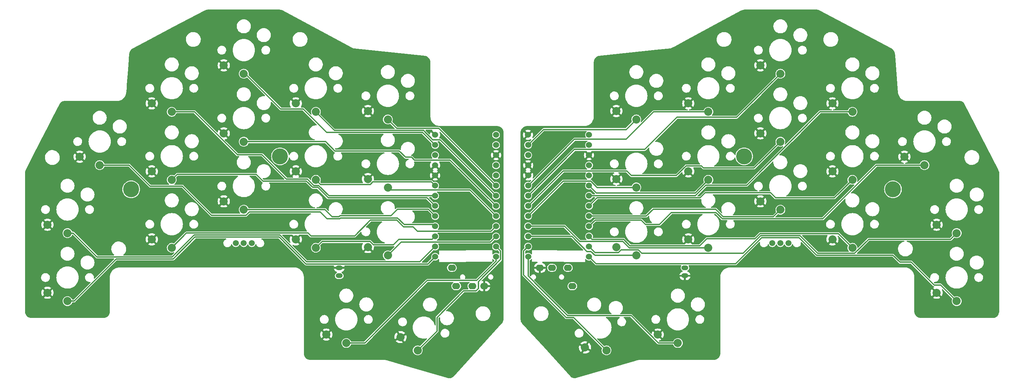
<source format=gbr>
%TF.GenerationSoftware,KiCad,Pcbnew,7.0.9*%
%TF.CreationDate,2024-04-08T09:31:46+08:00*%
%TF.ProjectId,kai_simple_v3,6b61695f-7369-46d7-906c-655f76332e6b,rev?*%
%TF.SameCoordinates,Original*%
%TF.FileFunction,Copper,L1,Top*%
%TF.FilePolarity,Positive*%
%FSLAX46Y46*%
G04 Gerber Fmt 4.6, Leading zero omitted, Abs format (unit mm)*
G04 Created by KiCad (PCBNEW 7.0.9) date 2024-04-08 09:31:46*
%MOMM*%
%LPD*%
G01*
G04 APERTURE LIST*
%TA.AperFunction,ComponentPad*%
%ADD10C,2.032000*%
%TD*%
%TA.AperFunction,ComponentPad*%
%ADD11C,1.500000*%
%TD*%
%TA.AperFunction,ComponentPad*%
%ADD12O,2.000000X1.600000*%
%TD*%
%TA.AperFunction,ComponentPad*%
%ADD13C,4.000000*%
%TD*%
%TA.AperFunction,ComponentPad*%
%ADD14C,1.524000*%
%TD*%
%TA.AperFunction,ComponentPad*%
%ADD15O,1.750000X1.200000*%
%TD*%
%TA.AperFunction,Conductor*%
%ADD16C,0.300000*%
%TD*%
G04 APERTURE END LIST*
D10*
%TO.P,SW23,1,1*%
%TO.N,Switch23*%
X178590571Y-97978791D03*
%TO.P,SW23,2,2*%
%TO.N,gnd_right*%
X173590571Y-95878791D03*
%TD*%
%TO.P,SW17,1,1*%
%TO.N,Switch17*%
X123963253Y-138723192D03*
%TO.P,SW17,2,2*%
%TO.N,gnd_left*%
X119677143Y-135400653D03*
%TD*%
%TO.P,SW20,1,1*%
%TO.N,Switch20*%
X214590571Y-69548791D03*
%TO.P,SW20,2,2*%
%TO.N,gnd_right*%
X209590571Y-67448791D03*
%TD*%
%TO.P,SW9,1,1*%
%TO.N,Switch9*%
X98515693Y-96073791D03*
%TO.P,SW9,2,2*%
%TO.N,gnd_left*%
X93515693Y-93973791D03*
%TD*%
%TO.P,SW7,1,1*%
%TO.N,Switch7*%
X62515693Y-96073791D03*
%TO.P,SW7,2,2*%
%TO.N,gnd_left*%
X57515693Y-93973791D03*
%TD*%
D11*
%TO.P,J2,2*%
%TO.N,unconnected-(J2-Pad2)*%
X212590571Y-111936291D03*
%TO.P,J2,3*%
%TO.N,RAW_right*%
X214590571Y-111936291D03*
%TO.P,J2,4*%
%TO.N,BAT_IN_right*%
X216590571Y-111936291D03*
%TD*%
D10*
%TO.P,SW21,1,1*%
%TO.N,Switch21*%
X232590571Y-79073791D03*
%TO.P,SW21,2,2*%
%TO.N,gnd_right*%
X227590571Y-76973791D03*
%TD*%
%TO.P,SW22,1,1*%
%TO.N,Switch22*%
X250590571Y-92408791D03*
%TO.P,SW22,2,2*%
%TO.N,gnd_right*%
X245590571Y-90308791D03*
%TD*%
%TO.P,SW18,1,1*%
%TO.N,Switch18*%
X178590571Y-80978791D03*
%TO.P,SW18,2,2*%
%TO.N,gnd_right*%
X173590571Y-78878791D03*
%TD*%
%TO.P,SW16,1,1*%
%TO.N,Switch16*%
X106135693Y-136886291D03*
%TO.P,SW16,2,2*%
%TO.N,gnd_left*%
X101135693Y-134786291D03*
%TD*%
D12*
%TO.P,U1,1,SLEEVE*%
%TO.N,unconnected-(U1-SLEEVE-Pad1)*%
X132503131Y-118073141D03*
%TO.P,U1,2,TIP*%
%TO.N,VCC_left*%
X133603131Y-122673141D03*
%TO.P,U1,3,RING1*%
%TO.N,RX_left*%
X137603131Y-122673141D03*
%TO.P,U1,4,RING2*%
%TO.N,gnd_left*%
X140603131Y-122673141D03*
%TD*%
D10*
%TO.P,SW10,1,1*%
%TO.N,Switch10*%
X116515693Y-97978791D03*
%TO.P,SW10,2,2*%
%TO.N,gnd_left*%
X111515693Y-95878791D03*
%TD*%
%TO.P,SW33,1,1*%
%TO.N,Switch33*%
X171143011Y-138723192D03*
%TO.P,SW33,2,2*%
%TO.N,gnd_right*%
X165769862Y-137988843D03*
%TD*%
D13*
%TO.P,REF\u002A\u002A,1*%
%TO.N,N/C*%
X52377254Y-98464466D03*
X89574132Y-90218116D03*
%TD*%
D10*
%TO.P,SW12,1,1*%
%TO.N,Switch12*%
X62515693Y-113073791D03*
%TO.P,SW12,2,2*%
%TO.N,gnd_left*%
X57515693Y-110973791D03*
%TD*%
%TO.P,SW13,1,1*%
%TO.N,Switch13*%
X80515693Y-103548791D03*
%TO.P,SW13,2,2*%
%TO.N,gnd_left*%
X75515693Y-101448791D03*
%TD*%
%TO.P,SW30,1,1*%
%TO.N,Switch30*%
X214590571Y-103548791D03*
%TO.P,SW30,2,2*%
%TO.N,gnd_right*%
X209590571Y-101448791D03*
%TD*%
%TO.P,SW2,1,1*%
%TO.N,Switch2*%
X62515693Y-79073791D03*
%TO.P,SW2,2,2*%
%TO.N,gnd_left*%
X57515693Y-76973791D03*
%TD*%
D11*
%TO.P,J1,2*%
%TO.N,unconnected-(J1-Pad2)*%
X82515693Y-111936291D03*
%TO.P,J1,3*%
%TO.N,RAW_left*%
X80515693Y-111936291D03*
%TO.P,J1,4*%
%TO.N,BAT_IN_left*%
X78515693Y-111936291D03*
%TD*%
D10*
%TO.P,SW4,1,1*%
%TO.N,Switch4*%
X98515693Y-79073791D03*
%TO.P,SW4,2,2*%
%TO.N,gnd_left*%
X93515693Y-76973791D03*
%TD*%
D14*
%TO.P,Pro_Micro_nRF1,1,TX0/P0.06*%
%TO.N,Switch3*%
X128330989Y-87372791D03*
%TO.P,Pro_Micro_nRF1,2,RX1/P0.08*%
%TO.N,RX_left*%
X128330989Y-89912791D03*
%TO.P,Pro_Micro_nRF1,3,GND*%
%TO.N,gnd_left*%
X128330989Y-92452791D03*
%TO.P,Pro_Micro_nRF1,4,GND*%
X128330989Y-94992791D03*
%TO.P,Pro_Micro_nRF1,5,P0.17*%
%TO.N,Switch9*%
X128330989Y-97532791D03*
%TO.P,Pro_Micro_nRF1,6,P0.20*%
%TO.N,Switch2*%
X128330989Y-100072791D03*
%TO.P,Pro_Micro_nRF1,7,P0.22*%
%TO.N,Switch7*%
X128330989Y-102612791D03*
%TO.P,Pro_Micro_nRF1,8,P0.24*%
%TO.N,Switch13*%
X128330989Y-105152791D03*
%TO.P,Pro_Micro_nRF1,9,P1.00*%
%TO.N,Switch1*%
X128330989Y-107692791D03*
%TO.P,Pro_Micro_nRF1,10,P0.11*%
%TO.N,Switch14*%
X128330989Y-110232791D03*
%TO.P,Pro_Micro_nRF1,11,P1.04*%
%TO.N,Switch6*%
X128330989Y-112772791D03*
%TO.P,Pro_Micro_nRF1,12,P1.06*%
%TO.N,Switch11*%
X128330989Y-115312791D03*
%TO.P,Pro_Micro_nRF1,13,NFC1/P0.09*%
%TO.N,Switch16*%
X143550989Y-115312791D03*
%TO.P,Pro_Micro_nRF1,14,NFC2/P0.10*%
%TO.N,Switch17*%
X143550989Y-112772791D03*
%TO.P,Pro_Micro_nRF1,15,P1.11*%
%TO.N,Switch15*%
X143550989Y-110232791D03*
%TO.P,Pro_Micro_nRF1,16,P1.13*%
%TO.N,Switch12*%
X143550989Y-107692791D03*
%TO.P,Pro_Micro_nRF1,17,P1.15*%
%TO.N,Switch10*%
X143550989Y-105152791D03*
%TO.P,Pro_Micro_nRF1,18,AIN0/P0.02*%
%TO.N,Switch8*%
X143550989Y-102612791D03*
%TO.P,Pro_Micro_nRF1,19,AIN5/P0.29*%
%TO.N,Switch4*%
X143550989Y-100072791D03*
%TO.P,Pro_Micro_nRF1,20,AIN7/P0.31*%
%TO.N,Switch5*%
X143550989Y-97532791D03*
%TO.P,Pro_Micro_nRF1,21,VCC*%
%TO.N,VCC_left*%
X143550989Y-94992791D03*
%TO.P,Pro_Micro_nRF1,22,RST*%
%TO.N,unconnected-(Pro_Micro_nRF1-RST-Pad22)*%
X143550989Y-92452791D03*
%TO.P,Pro_Micro_nRF1,23,GND*%
%TO.N,gnd_left*%
X143550989Y-89912791D03*
%TO.P,Pro_Micro_nRF1,24,BATIN/P0.04*%
%TO.N,RAW_left*%
X143550989Y-87372791D03*
%TO.P,Pro_Micro_nRF1,25,GND*%
%TO.N,gnd_left*%
X128310989Y-84832791D03*
%TO.P,Pro_Micro_nRF1,26,BATIN*%
%TO.N,unconnected-(Pro_Micro_nRF1-BATIN-Pad26)*%
X143550989Y-84832791D03*
%TD*%
D10*
%TO.P,SW24,1,1*%
%TO.N,Switch24*%
X196590571Y-96073791D03*
%TO.P,SW24,2,2*%
%TO.N,gnd_right*%
X191590571Y-93973791D03*
%TD*%
%TO.P,SW11,1,1*%
%TO.N,Switch11*%
X36465693Y-126408791D03*
%TO.P,SW11,2,2*%
%TO.N,gnd_left*%
X31465693Y-124308791D03*
%TD*%
%TO.P,SW31,1,1*%
%TO.N,Switch31*%
X232590571Y-113073791D03*
%TO.P,SW31,2,2*%
%TO.N,gnd_right*%
X227590571Y-110973791D03*
%TD*%
%TO.P,SW26,1,1*%
%TO.N,Switch26*%
X232590571Y-96073791D03*
%TO.P,SW26,2,2*%
%TO.N,gnd_right*%
X227590571Y-93973791D03*
%TD*%
%TO.P,SW25,1,1*%
%TO.N,Switch25*%
X214590571Y-86548791D03*
%TO.P,SW25,2,2*%
%TO.N,gnd_right*%
X209590571Y-84448791D03*
%TD*%
%TO.P,SW1,1,1*%
%TO.N,Switch1*%
X44515693Y-92408791D03*
%TO.P,SW1,2,2*%
%TO.N,gnd_left*%
X39515693Y-90308791D03*
%TD*%
D15*
%TO.P,BT1,1,+*%
%TO.N,BAT_IN_left*%
X104360693Y-120073791D03*
%TO.P,BT1,2,-*%
%TO.N,gnd_left*%
X104360693Y-118073791D03*
%TD*%
D12*
%TO.P,U2,1,SLEEVE*%
%TO.N,unconnected-(U2-SLEEVE-Pad1)*%
X162603132Y-122673140D03*
%TO.P,U2,2,TIP*%
%TO.N,VCC_right*%
X161503132Y-118073140D03*
%TO.P,U2,3,RING1*%
%TO.N,RX_right*%
X157503132Y-118073140D03*
%TO.P,U2,4,RING2*%
%TO.N,gnd_right*%
X154503132Y-118073140D03*
%TD*%
D10*
%TO.P,SW27,1,1*%
%TO.N,Switch27*%
X258640571Y-109408791D03*
%TO.P,SW27,2,2*%
%TO.N,gnd_right*%
X253640571Y-107308791D03*
%TD*%
%TO.P,SW14,1,1*%
%TO.N,Switch14*%
X98515693Y-113073791D03*
%TO.P,SW14,2,2*%
%TO.N,gnd_left*%
X93515693Y-110973791D03*
%TD*%
%TO.P,SW6,1,1*%
%TO.N,Switch6*%
X36465693Y-109408791D03*
%TO.P,SW6,2,2*%
%TO.N,gnd_left*%
X31465693Y-107308791D03*
%TD*%
%TO.P,SW29,1,1*%
%TO.N,Switch29*%
X196590571Y-113073791D03*
%TO.P,SW29,2,2*%
%TO.N,gnd_right*%
X191590571Y-110973791D03*
%TD*%
D15*
%TO.P,BT2,1,+*%
%TO.N,BAT_IN_right*%
X190745571Y-118073791D03*
%TO.P,BT2,2,-*%
%TO.N,gnd_right*%
X190745571Y-120073791D03*
%TD*%
D10*
%TO.P,SW15,1,1*%
%TO.N,Switch15*%
X116515693Y-114978791D03*
%TO.P,SW15,2,2*%
%TO.N,gnd_left*%
X111515693Y-112878791D03*
%TD*%
%TO.P,SW8,1,1*%
%TO.N,Switch8*%
X80515693Y-86548791D03*
%TO.P,SW8,2,2*%
%TO.N,gnd_left*%
X75515693Y-84448791D03*
%TD*%
%TO.P,SW34,1,1*%
%TO.N,Switch34*%
X188970571Y-136886291D03*
%TO.P,SW34,2,2*%
%TO.N,gnd_right*%
X183970571Y-134786291D03*
%TD*%
%TO.P,SW32,1,1*%
%TO.N,Switch32*%
X258640571Y-126408791D03*
%TO.P,SW32,2,2*%
%TO.N,gnd_right*%
X253640571Y-124308791D03*
%TD*%
%TO.P,SW5,1,1*%
%TO.N,Switch5*%
X116515693Y-80978791D03*
%TO.P,SW5,2,2*%
%TO.N,gnd_left*%
X111515693Y-78878791D03*
%TD*%
%TO.P,SW28,1,1*%
%TO.N,Switch28*%
X178590571Y-114978791D03*
%TO.P,SW28,2,2*%
%TO.N,gnd_right*%
X173590571Y-112878791D03*
%TD*%
D14*
%TO.P,Pro_Micro_nRF2,1,TX0/P0.06*%
%TO.N,Switch18*%
X151558075Y-87372791D03*
%TO.P,Pro_Micro_nRF2,2,RX1/P0.08*%
%TO.N,RX_right*%
X151558075Y-89912791D03*
%TO.P,Pro_Micro_nRF2,3,GND*%
%TO.N,gnd_right*%
X151558075Y-92452791D03*
%TO.P,Pro_Micro_nRF2,4,GND*%
X151558075Y-94992791D03*
%TO.P,Pro_Micro_nRF2,5,P0.17*%
%TO.N,Switch19*%
X151558075Y-97532791D03*
%TO.P,Pro_Micro_nRF2,6,P0.20*%
%TO.N,Switch20*%
X151558075Y-100072791D03*
%TO.P,Pro_Micro_nRF2,7,P0.22*%
%TO.N,Switch25*%
X151558075Y-102612791D03*
%TO.P,Pro_Micro_nRF2,8,P0.24*%
%TO.N,Switch23*%
X151558075Y-105152791D03*
%TO.P,Pro_Micro_nRF2,9,P1.00*%
%TO.N,Switch29*%
X151558075Y-107692791D03*
%TO.P,Pro_Micro_nRF2,10,P0.11*%
%TO.N,Switch28*%
X151558075Y-110232791D03*
%TO.P,Pro_Micro_nRF2,11,P1.04*%
%TO.N,Switch33*%
X151558075Y-112772791D03*
%TO.P,Pro_Micro_nRF2,12,P1.06*%
%TO.N,Switch34*%
X151558075Y-115312791D03*
%TO.P,Pro_Micro_nRF2,13,NFC1/P0.09*%
%TO.N,Switch32*%
X166778075Y-115312791D03*
%TO.P,Pro_Micro_nRF2,14,NFC2/P0.10*%
%TO.N,Switch27*%
X166778075Y-112772791D03*
%TO.P,Pro_Micro_nRF2,15,P1.11*%
%TO.N,Switch31*%
X166778075Y-110232791D03*
%TO.P,Pro_Micro_nRF2,16,P1.13*%
%TO.N,Switch22*%
X166778075Y-107692791D03*
%TO.P,Pro_Micro_nRF2,17,P1.15*%
%TO.N,Switch30*%
X166778075Y-105152791D03*
%TO.P,Pro_Micro_nRF2,18,AIN0/P0.02*%
%TO.N,Switch26*%
X166778075Y-102612791D03*
%TO.P,Pro_Micro_nRF2,19,AIN5/P0.29*%
%TO.N,Switch21*%
X166778075Y-100072791D03*
%TO.P,Pro_Micro_nRF2,20,AIN7/P0.31*%
%TO.N,Switch24*%
X166778075Y-97532791D03*
%TO.P,Pro_Micro_nRF2,21,VCC*%
%TO.N,VCC_right*%
X166778075Y-94992791D03*
%TO.P,Pro_Micro_nRF2,22,RST*%
%TO.N,unconnected-(Pro_Micro_nRF2-RST-Pad22)*%
X166778075Y-92452791D03*
%TO.P,Pro_Micro_nRF2,23,GND*%
%TO.N,gnd_right*%
X166778075Y-89912791D03*
%TO.P,Pro_Micro_nRF2,24,BATIN/P0.04*%
%TO.N,RAW_right*%
X166778075Y-87372791D03*
%TO.P,Pro_Micro_nRF2,25,GND*%
%TO.N,gnd_right*%
X151538075Y-84832791D03*
%TO.P,Pro_Micro_nRF2,26,BATIN*%
%TO.N,unconnected-(Pro_Micro_nRF2-BATIN-Pad26)*%
X166778075Y-84832791D03*
%TD*%
D10*
%TO.P,SW19,1,1*%
%TO.N,Switch19*%
X196590571Y-79073791D03*
%TO.P,SW19,2,2*%
%TO.N,gnd_right*%
X191590571Y-76973791D03*
%TD*%
%TO.P,SW3,1,1*%
%TO.N,Switch3*%
X80515693Y-69548791D03*
%TO.P,SW3,2,2*%
%TO.N,gnd_left*%
X75515693Y-67448791D03*
%TD*%
D13*
%TO.P,REF\u002A\u002A,1*%
%TO.N,N/C*%
X242729010Y-98464466D03*
X205532132Y-90218116D03*
%TD*%
D16*
%TO.N,Switch3*%
X89723132Y-78380641D02*
X80891282Y-69548791D01*
X95359549Y-78380641D02*
X89723132Y-78380641D01*
X125186989Y-84228791D02*
X101207699Y-84228791D01*
X80891282Y-69548791D02*
X80515693Y-69548791D01*
X101207699Y-84228791D02*
X95359549Y-78380641D01*
X128330989Y-87372791D02*
X125186989Y-84228791D01*
%TO.N,Switch9*%
X128330989Y-97532791D02*
X127410989Y-96612791D01*
X127410989Y-96612791D02*
X112750982Y-96612791D01*
X112118982Y-97244791D02*
X99686693Y-97244791D01*
X112750982Y-96612791D02*
X112118982Y-97244791D01*
X99686693Y-97244791D02*
X98515693Y-96073791D01*
%TO.N,Switch2*%
X78933877Y-89798791D02*
X85080571Y-89798791D01*
X85080571Y-89798791D02*
X91179671Y-95897891D01*
X91179671Y-95897891D02*
X96407977Y-95897891D01*
X101807586Y-100072791D02*
X128330989Y-100072791D01*
X97979575Y-97469489D02*
X99204284Y-97469489D01*
X99204284Y-97469489D02*
X101807586Y-100072791D01*
X68208877Y-79073791D02*
X78933877Y-89798791D01*
X62515693Y-79073791D02*
X68208877Y-79073791D01*
X96407977Y-95897891D02*
X97979575Y-97469489D01*
%TO.N,Switch7*%
X62515693Y-96073791D02*
X63865693Y-94723791D01*
X83626282Y-94723791D02*
X85300382Y-96397891D01*
X97753132Y-97970641D02*
X98998330Y-97970641D01*
X101600480Y-100572791D02*
X126290989Y-100572791D01*
X63865693Y-94723791D02*
X83626282Y-94723791D01*
X98998330Y-97970641D02*
X101600480Y-100572791D01*
X96180382Y-96397891D02*
X97753132Y-97970641D01*
X85300382Y-96397891D02*
X96180382Y-96397891D01*
X126290989Y-100572791D02*
X128330989Y-102612791D01*
%TO.N,Switch13*%
X104302699Y-105323791D02*
X102606282Y-105323791D01*
X117270849Y-105060641D02*
X104565849Y-105060641D01*
X126606989Y-103428791D02*
X118902699Y-103428791D01*
X100831282Y-103548791D02*
X80515693Y-103548791D01*
X118902699Y-103428791D02*
X117270849Y-105060641D01*
X102606282Y-105323791D02*
X100831282Y-103548791D01*
X128330989Y-105152791D02*
X126606989Y-103428791D01*
X104565849Y-105060641D02*
X104302699Y-105323791D01*
%TO.N,Switch12*%
X122783132Y-107810641D02*
X123913132Y-108940641D01*
X142303139Y-108940641D02*
X143550989Y-107692791D01*
X118759176Y-106153791D02*
X120416026Y-107810641D01*
X108204803Y-110120641D02*
X112171653Y-106153791D01*
X66188843Y-109400641D02*
X96583132Y-109400641D01*
X96583132Y-109400641D02*
X97303132Y-110120641D01*
X123913132Y-108940641D02*
X142303139Y-108940641D01*
X112171653Y-106153791D02*
X118759176Y-106153791D01*
X62515693Y-113073791D02*
X66188843Y-109400641D01*
X97303132Y-110120641D02*
X108204803Y-110120641D01*
X120416026Y-107810641D02*
X122783132Y-107810641D01*
%TO.N,Switch1*%
X72433132Y-104930641D02*
X65163132Y-97660641D01*
X104509806Y-105823791D02*
X101302268Y-105823791D01*
X127898839Y-107260641D02*
X120573132Y-107260641D01*
X81881693Y-104114607D02*
X81065659Y-104930641D01*
X65163132Y-97660641D02*
X57122421Y-97660641D01*
X99593084Y-104114607D02*
X81881693Y-104114607D01*
X81065659Y-104930641D02*
X72433132Y-104930641D01*
X101302268Y-105823791D02*
X99593084Y-104114607D01*
X51870571Y-92408791D02*
X44515693Y-92408791D01*
X120573132Y-107260641D02*
X118923132Y-105610641D01*
X57122421Y-97660641D02*
X51870571Y-92408791D01*
X128330989Y-107692791D02*
X127898839Y-107260641D01*
X118923132Y-105610641D02*
X104722956Y-105610641D01*
X104722956Y-105610641D02*
X104509806Y-105823791D01*
%TO.N,Switch6*%
X68103131Y-109900641D02*
X62644982Y-115358791D01*
X43852533Y-115358791D02*
X37902533Y-109408791D01*
X96263132Y-116590641D02*
X89573133Y-109900641D01*
X37902533Y-109408791D02*
X36465693Y-109408791D01*
X62644982Y-115358791D02*
X43852533Y-115358791D01*
X128330989Y-112772791D02*
X124513139Y-116590641D01*
X89573133Y-109900641D02*
X68103131Y-109900641D01*
X124513139Y-116590641D02*
X96263132Y-116590641D01*
%TO.N,Switch11*%
X36465693Y-126408791D02*
X38104982Y-126408791D01*
X89366026Y-110400641D02*
X96089176Y-117123791D01*
X126519989Y-117123791D02*
X128330989Y-115312791D01*
X38104982Y-126408791D02*
X48654982Y-115858791D01*
X62852088Y-115858791D02*
X68310238Y-110400641D01*
X96089176Y-117123791D02*
X126519989Y-117123791D01*
X68310238Y-110400641D02*
X89366026Y-110400641D01*
X48654982Y-115858791D02*
X62852088Y-115858791D01*
%TO.N,Switch16*%
X126383132Y-121250641D02*
X110747482Y-136886291D01*
X110747482Y-136886291D02*
X106135693Y-136886291D01*
X143550989Y-115312791D02*
X143550989Y-116390421D01*
X138690769Y-121250641D02*
X126383132Y-121250641D01*
X143550989Y-116390421D02*
X138690769Y-121250641D01*
%TO.N,Switch17*%
X139153132Y-121520641D02*
X144662989Y-116010784D01*
X135458942Y-123840641D02*
X138561977Y-123840641D01*
X138561977Y-123840641D02*
X139153132Y-123249486D01*
X128793132Y-130506451D02*
X135458942Y-123840641D01*
X144662989Y-113884791D02*
X143550989Y-112772791D01*
X139153132Y-123249486D02*
X139153132Y-121520641D01*
X123963253Y-138723192D02*
X128793132Y-133893313D01*
X144662989Y-116010784D02*
X144662989Y-113884791D01*
X128793132Y-133893313D02*
X128793132Y-130506451D01*
%TO.N,Switch15*%
X119833693Y-111660791D02*
X116515693Y-114978791D01*
X142122989Y-111660791D02*
X119833693Y-111660791D01*
X143550989Y-110232791D02*
X142122989Y-111660791D01*
%TO.N,Switch14*%
X100076693Y-111512791D02*
X98515693Y-113073791D01*
X128330989Y-110232791D02*
X127568990Y-110994790D01*
X127568990Y-110994790D02*
X119248983Y-110994790D01*
X117930798Y-112312975D02*
X112881693Y-112312975D01*
X112081509Y-111512791D02*
X100076693Y-111512791D01*
X112881693Y-112312975D02*
X112081509Y-111512791D01*
X119248983Y-110994790D02*
X117930798Y-112312975D01*
%TO.N,Switch10*%
X117181693Y-98644791D02*
X137042989Y-98644791D01*
X116515693Y-97978791D02*
X117181693Y-98644791D01*
X137042989Y-98644791D02*
X143550989Y-105152791D01*
%TO.N,Switch8*%
X122453132Y-90440641D02*
X123153132Y-91140641D01*
X120940537Y-90440641D02*
X122453132Y-90440641D01*
X80515693Y-86548791D02*
X80524085Y-86540399D01*
X132078839Y-91140641D02*
X143550989Y-102612791D01*
X100945295Y-86540399D02*
X103275537Y-88870641D01*
X119370537Y-88870641D02*
X120940537Y-90440641D01*
X103275537Y-88870641D02*
X119370537Y-88870641D01*
X80524085Y-86540399D02*
X100945295Y-86540399D01*
X123153132Y-91140641D02*
X132078839Y-91140641D01*
%TO.N,Switch4*%
X125394095Y-83728791D02*
X127755945Y-86090641D01*
X98515693Y-79073791D02*
X103170693Y-83728791D01*
X103170693Y-83728791D02*
X125394095Y-83728791D01*
X129568839Y-86090641D02*
X143550989Y-100072791D01*
X127755945Y-86090641D02*
X129568839Y-86090641D01*
%TO.N,Switch5*%
X116515693Y-80978791D02*
X118765693Y-83228791D01*
X118765693Y-83228791D02*
X129246989Y-83228791D01*
X129246989Y-83228791D02*
X143550989Y-97532791D01*
%TO.N,Switch18*%
X176058721Y-83510641D02*
X178590571Y-80978791D01*
X151558075Y-87372791D02*
X155420225Y-83510641D01*
X155420225Y-83510641D02*
X176058721Y-83510641D01*
%TO.N,Switch19*%
X176068982Y-85944791D02*
X182939982Y-79073791D01*
X182939982Y-79073791D02*
X196590571Y-79073791D01*
X163146075Y-85944791D02*
X176068982Y-85944791D01*
X151558075Y-97532791D02*
X163146075Y-85944791D01*
%TO.N,Switch20*%
X203699571Y-80439791D02*
X214590571Y-69548791D01*
X151558075Y-100072791D02*
X163146075Y-88484791D01*
X163146075Y-88484791D02*
X180698982Y-88484791D01*
X188743982Y-80439791D02*
X203699571Y-80439791D01*
X180698982Y-88484791D02*
X188743982Y-80439791D01*
%TO.N,Switch25*%
X177356282Y-95003791D02*
X188602421Y-95003791D01*
X194860846Y-92580641D02*
X195400846Y-93120641D01*
X176233282Y-93880791D02*
X177356282Y-95003791D01*
X151558075Y-102612791D02*
X160290075Y-93880791D01*
X160290075Y-93880791D02*
X176233282Y-93880791D01*
X208018721Y-93120641D02*
X214590571Y-86548791D01*
X188602421Y-95003791D02*
X191025571Y-92580641D01*
X191025571Y-92580641D02*
X194860846Y-92580641D01*
X195400846Y-93120641D02*
X208018721Y-93120641D01*
%TO.N,Switch23*%
X168796681Y-97978791D02*
X167238681Y-96420791D01*
X160290075Y-96420791D02*
X151558075Y-105152791D01*
X178590571Y-97978791D02*
X168796681Y-97978791D01*
X167238681Y-96420791D02*
X160290075Y-96420791D01*
%TO.N,Switch29*%
X175237281Y-111494790D02*
X164459912Y-111494790D01*
X176816282Y-113073791D02*
X175237281Y-111494790D01*
X164459912Y-111494790D02*
X160657913Y-107692791D01*
X160657913Y-107692791D02*
X151558075Y-107692791D01*
X196590571Y-113073791D02*
X176816282Y-113073791D01*
%TO.N,Switch28*%
X167298819Y-114000641D02*
X168276969Y-114978791D01*
X166258657Y-114000641D02*
X167298819Y-114000641D01*
X162490807Y-110232791D02*
X166258657Y-114000641D01*
X168276969Y-114978791D02*
X178590571Y-114978791D01*
X151558075Y-110232791D02*
X162490807Y-110232791D01*
%TO.N,Switch33*%
X150446075Y-113884791D02*
X150446075Y-119893584D01*
X151558075Y-112772791D02*
X150446075Y-113884791D01*
X161103132Y-130550641D02*
X162970460Y-130550641D01*
X162970460Y-130550641D02*
X171143011Y-138723192D01*
X150446075Y-119893584D02*
X161103132Y-130550641D01*
%TO.N,Switch34*%
X184138782Y-136886291D02*
X188970571Y-136886291D01*
X151558075Y-115312791D02*
X151558075Y-120159454D01*
X177303132Y-130050641D02*
X184138782Y-136886291D01*
X151558075Y-120159454D02*
X161449262Y-130050641D01*
X161449262Y-130050641D02*
X177303132Y-130050641D01*
%TO.N,Switch32*%
X209910672Y-110536291D02*
X219270470Y-110536291D01*
X254602421Y-122370641D02*
X258640571Y-126408791D01*
X220090571Y-111356392D02*
X220090571Y-111378080D01*
X247297830Y-116680641D02*
X252987830Y-122370641D01*
X242692282Y-114939791D02*
X244433132Y-116680641D01*
X219270470Y-110536291D02*
X220090571Y-111356392D01*
X203376322Y-117070641D02*
X209910672Y-110536291D01*
X220090571Y-111378080D02*
X223652282Y-114939791D01*
X244433132Y-116680641D02*
X247297830Y-116680641D01*
X166778075Y-115312791D02*
X168535925Y-117070641D01*
X168535925Y-117070641D02*
X203376322Y-117070641D01*
X252987830Y-122370641D02*
X254602421Y-122370641D01*
X223652282Y-114939791D02*
X242692282Y-114939791D01*
%TO.N,Switch27*%
X205300066Y-114439791D02*
X179999132Y-114439791D01*
X233156387Y-114439791D02*
X223902282Y-114439791D01*
X174827387Y-113573791D02*
X174156387Y-114244791D01*
X257098721Y-110950641D02*
X236645537Y-110950641D01*
X179133132Y-113573791D02*
X174827387Y-113573791D01*
X219498782Y-110036291D02*
X209703566Y-110036291D01*
X236645537Y-110950641D02*
X233156387Y-114439791D01*
X179999132Y-114439791D02*
X179133132Y-113573791D01*
X168250075Y-114244791D02*
X166778075Y-112772791D01*
X209703566Y-110036291D02*
X205300066Y-114439791D01*
X223902282Y-114439791D02*
X219498782Y-110036291D01*
X258640571Y-109408791D02*
X257098721Y-110950641D01*
X174156387Y-114244791D02*
X168250075Y-114244791D01*
%TO.N,Switch31*%
X177023388Y-112573791D02*
X194439982Y-112573791D01*
X175444387Y-110994790D02*
X177023388Y-112573791D01*
X196213132Y-110800641D02*
X208232110Y-110800641D01*
X208232110Y-110800641D02*
X209496460Y-109536291D01*
X167540074Y-110994790D02*
X175444387Y-110994790D01*
X194439982Y-112573791D02*
X196213132Y-110800641D01*
X229053071Y-109536291D02*
X232590571Y-113073791D01*
X209496460Y-109536291D02*
X229053071Y-109536291D01*
X166778075Y-110232791D02*
X167540074Y-110994790D01*
%TO.N,Switch22*%
X179802146Y-106153791D02*
X168317075Y-106153791D01*
X168317075Y-106153791D02*
X166778075Y-107692791D01*
X198504176Y-104248791D02*
X187357577Y-104248791D01*
X225163967Y-105823791D02*
X200079176Y-105823791D01*
X200079176Y-105823791D02*
X198504176Y-104248791D01*
X187357577Y-104248791D02*
X184377577Y-107228791D01*
X180877146Y-107228791D02*
X179802146Y-106153791D01*
X250590571Y-92408791D02*
X238578967Y-92408791D01*
X238578967Y-92408791D02*
X225163967Y-105823791D01*
X184377577Y-107228791D02*
X180877146Y-107228791D01*
%TO.N,Switch30*%
X181079565Y-105152791D02*
X182803565Y-103428791D01*
X198391282Y-103428791D02*
X200286282Y-105323791D01*
X166778075Y-105152791D02*
X181079565Y-105152791D01*
X200286282Y-105323791D02*
X212815571Y-105323791D01*
X212815571Y-105323791D02*
X214590571Y-103548791D01*
X182803565Y-103428791D02*
X198391282Y-103428791D01*
%TO.N,Switch26*%
X228090571Y-100573791D02*
X232590571Y-96073791D01*
X212125846Y-99320641D02*
X213378996Y-100573791D01*
X166778075Y-102612791D02*
X168818075Y-100572791D01*
X213378996Y-100573791D02*
X228090571Y-100573791D01*
X168818075Y-100572791D02*
X194554565Y-100572791D01*
X194554565Y-100572791D02*
X195806715Y-99320641D01*
X195806715Y-99320641D02*
X212125846Y-99320641D01*
%TO.N,Switch21*%
X166778075Y-100072791D02*
X193298677Y-100072791D01*
X195931677Y-97439791D02*
X206162565Y-97439791D01*
X224528565Y-79073791D02*
X232590571Y-79073791D01*
X193298677Y-100072791D02*
X195931677Y-97439791D01*
X206162565Y-97439791D02*
X224528565Y-79073791D01*
%TO.N,Switch24*%
X193319571Y-99344791D02*
X196590571Y-96073791D01*
X166778075Y-97532791D02*
X168590075Y-99344791D01*
X168590075Y-99344791D02*
X193319571Y-99344791D01*
%TD*%
%TA.AperFunction,Conductor*%
%TO.N,gnd_right*%
G36*
X226324324Y-109906476D02*
G01*
X226370079Y-109959280D01*
X226380023Y-110028438D01*
X226361234Y-110074806D01*
X226362854Y-110075799D01*
X226235627Y-110283412D01*
X226144313Y-110503865D01*
X226088604Y-110735907D01*
X226069883Y-110973791D01*
X226088604Y-111211674D01*
X226144313Y-111443716D01*
X226235627Y-111664169D01*
X226353800Y-111857007D01*
X226999927Y-111210879D01*
X227011439Y-111246310D01*
X227097406Y-111381772D01*
X227214361Y-111491600D01*
X227351126Y-111566787D01*
X226707353Y-112210560D01*
X226707353Y-112210561D01*
X226900192Y-112328734D01*
X227120646Y-112420048D01*
X227120643Y-112420048D01*
X227352687Y-112475757D01*
X227590571Y-112494478D01*
X227828454Y-112475757D01*
X228060496Y-112420048D01*
X228280945Y-112328735D01*
X228473787Y-112210560D01*
X227826548Y-111563320D01*
X227898916Y-111534668D01*
X228028713Y-111440365D01*
X228130981Y-111316745D01*
X228180930Y-111210597D01*
X228827340Y-111857007D01*
X228945515Y-111664165D01*
X229036828Y-111443716D01*
X229092537Y-111211674D01*
X229111258Y-110973791D01*
X229092537Y-110735907D01*
X229036828Y-110503865D01*
X228945515Y-110283415D01*
X228924753Y-110249535D01*
X228906508Y-110182089D01*
X228927624Y-110115486D01*
X228981395Y-110070873D01*
X229050751Y-110062412D01*
X229113671Y-110092791D01*
X229118161Y-110097063D01*
X231456140Y-112435042D01*
X231489625Y-112496365D01*
X231484641Y-112566057D01*
X231480842Y-112575127D01*
X231443067Y-112656136D01*
X231443065Y-112656141D01*
X231387977Y-112861735D01*
X231387975Y-112861746D01*
X231369424Y-113073789D01*
X231369424Y-113073792D01*
X231387975Y-113285835D01*
X231387977Y-113285846D01*
X231443065Y-113491440D01*
X231443067Y-113491444D01*
X231443068Y-113491448D01*
X231502208Y-113618273D01*
X231533027Y-113684365D01*
X231533029Y-113684369D01*
X231655114Y-113858724D01*
X231655119Y-113858730D01*
X231673999Y-113877610D01*
X231707484Y-113938933D01*
X231702500Y-114008625D01*
X231660628Y-114064558D01*
X231595164Y-114088975D01*
X231586318Y-114089291D01*
X224098826Y-114089291D01*
X224031787Y-114069606D01*
X224011145Y-114052972D01*
X220056645Y-110098472D01*
X220023160Y-110037149D01*
X220028144Y-109967457D01*
X220070016Y-109911524D01*
X220135480Y-109887107D01*
X220144326Y-109886791D01*
X226257285Y-109886791D01*
X226324324Y-109906476D01*
G37*
%TD.AperFunction*%
%TA.AperFunction,Conductor*%
G36*
X232082836Y-97179720D02*
G01*
X232091906Y-97183520D01*
X232172907Y-97221291D01*
X232172909Y-97221291D01*
X232172914Y-97221294D01*
X232378521Y-97276386D01*
X232529985Y-97289637D01*
X232590569Y-97294938D01*
X232590571Y-97294938D01*
X232590573Y-97294938D01*
X232643583Y-97290300D01*
X232802621Y-97276386D01*
X232919878Y-97244967D01*
X232989727Y-97246630D01*
X233047590Y-97285792D01*
X233075094Y-97350021D01*
X233063508Y-97418923D01*
X233039652Y-97452423D01*
X225055104Y-105436972D01*
X224993781Y-105470457D01*
X224967423Y-105473291D01*
X213461115Y-105473291D01*
X213394076Y-105453606D01*
X213348321Y-105400802D01*
X213338377Y-105331644D01*
X213367402Y-105268088D01*
X213373434Y-105261610D01*
X213482308Y-105152735D01*
X213951823Y-104683219D01*
X214013144Y-104649736D01*
X214082835Y-104654720D01*
X214091906Y-104658520D01*
X214172907Y-104696291D01*
X214172909Y-104696291D01*
X214172914Y-104696294D01*
X214378521Y-104751386D01*
X214529535Y-104764598D01*
X214590569Y-104769938D01*
X214590571Y-104769938D01*
X214590573Y-104769938D01*
X214651607Y-104764598D01*
X214802621Y-104751386D01*
X215008228Y-104696294D01*
X215201145Y-104606335D01*
X215375509Y-104484244D01*
X215526024Y-104333729D01*
X215648115Y-104159365D01*
X215738074Y-103966448D01*
X215793166Y-103760841D01*
X215811718Y-103548791D01*
X215808218Y-103508791D01*
X215800184Y-103416956D01*
X215793166Y-103336741D01*
X215749461Y-103173630D01*
X215738076Y-103131141D01*
X215738075Y-103131140D01*
X215738074Y-103131134D01*
X215648115Y-102938218D01*
X215622200Y-102901208D01*
X215526025Y-102763854D01*
X215470214Y-102708043D01*
X215375509Y-102613338D01*
X215375505Y-102613335D01*
X215375504Y-102613334D01*
X215201149Y-102491249D01*
X215201145Y-102491247D01*
X215106688Y-102447201D01*
X215008228Y-102401288D01*
X215008224Y-102401287D01*
X215008220Y-102401285D01*
X214802626Y-102346197D01*
X214802622Y-102346196D01*
X214802621Y-102346196D01*
X214802620Y-102346195D01*
X214802615Y-102346195D01*
X214590573Y-102327644D01*
X214590569Y-102327644D01*
X214378526Y-102346195D01*
X214378515Y-102346197D01*
X214172921Y-102401285D01*
X214172912Y-102401289D01*
X213979998Y-102491246D01*
X213979996Y-102491247D01*
X213805630Y-102613339D01*
X213655119Y-102763850D01*
X213533027Y-102938216D01*
X213533026Y-102938218D01*
X213443069Y-103131132D01*
X213443065Y-103131141D01*
X213387977Y-103336735D01*
X213387975Y-103336746D01*
X213369424Y-103548789D01*
X213369424Y-103548792D01*
X213387975Y-103760835D01*
X213387977Y-103760846D01*
X213443065Y-103966440D01*
X213443067Y-103966444D01*
X213443068Y-103966448D01*
X213480841Y-104047452D01*
X213491333Y-104116530D01*
X213462813Y-104180314D01*
X213456140Y-104187538D01*
X212706708Y-104936972D01*
X212645385Y-104970457D01*
X212619027Y-104973291D01*
X202809514Y-104973291D01*
X202742475Y-104953606D01*
X202696720Y-104900802D01*
X202686776Y-104831644D01*
X202715801Y-104768088D01*
X202732197Y-104752347D01*
X202784552Y-104710596D01*
X202786014Y-104709021D01*
X202851417Y-104638532D01*
X202963004Y-104518270D01*
X203110799Y-104301495D01*
X203224634Y-104065114D01*
X203301967Y-103814406D01*
X203341071Y-103554973D01*
X203341071Y-103292609D01*
X203301967Y-103033176D01*
X203224634Y-102782468D01*
X203172484Y-102674177D01*
X203110803Y-102546094D01*
X203110802Y-102546093D01*
X203110801Y-102546092D01*
X203110799Y-102546087D01*
X202963004Y-102329312D01*
X202928860Y-102292513D01*
X202784556Y-102136989D01*
X202740038Y-102101487D01*
X202579428Y-101973405D01*
X202352214Y-101842223D01*
X202107987Y-101746371D01*
X202107982Y-101746369D01*
X202107973Y-101746367D01*
X201890389Y-101696705D01*
X201852201Y-101687989D01*
X201852200Y-101687988D01*
X201852196Y-101687988D01*
X201852191Y-101687987D01*
X201656071Y-101673291D01*
X201656065Y-101673291D01*
X201525077Y-101673291D01*
X201525071Y-101673291D01*
X201328950Y-101687987D01*
X201328945Y-101687988D01*
X201073168Y-101746367D01*
X201073149Y-101746373D01*
X200828927Y-101842223D01*
X200601714Y-101973405D01*
X200396585Y-102136989D01*
X200218138Y-102329311D01*
X200070339Y-102546093D01*
X200070338Y-102546094D01*
X199956509Y-102782464D01*
X199879177Y-103033167D01*
X199879176Y-103033172D01*
X199879175Y-103033176D01*
X199870203Y-103092699D01*
X199840071Y-103292603D01*
X199840071Y-103554978D01*
X199843835Y-103579947D01*
X199879175Y-103814406D01*
X199879176Y-103814408D01*
X199879177Y-103814414D01*
X199956509Y-104065117D01*
X200042282Y-104243226D01*
X200053634Y-104312167D01*
X200025912Y-104376301D01*
X199967916Y-104415267D01*
X199898061Y-104416692D01*
X199842881Y-104384708D01*
X198673919Y-103215746D01*
X198657793Y-103195889D01*
X198652719Y-103188122D01*
X198626769Y-103167924D01*
X198621023Y-103162850D01*
X198618589Y-103160416D01*
X198618588Y-103160415D01*
X198618587Y-103160414D01*
X198604162Y-103150116D01*
X198600843Y-103147746D01*
X198560408Y-103116274D01*
X198560404Y-103116272D01*
X198553930Y-103112768D01*
X198547351Y-103109551D01*
X198498236Y-103094929D01*
X198449768Y-103078289D01*
X198442551Y-103077085D01*
X198435235Y-103076173D01*
X198386007Y-103078210D01*
X198384051Y-103078291D01*
X197312149Y-103078291D01*
X197245110Y-103058606D01*
X197199355Y-103005802D01*
X197189411Y-102936644D01*
X197218436Y-102873088D01*
X197266847Y-102838863D01*
X197352214Y-102805359D01*
X197579428Y-102674177D01*
X197784552Y-102510596D01*
X197802504Y-102491249D01*
X197843374Y-102447201D01*
X197963004Y-102318270D01*
X198110799Y-102101495D01*
X198224634Y-101865114D01*
X198301967Y-101614406D01*
X198326930Y-101448791D01*
X208069883Y-101448791D01*
X208088604Y-101686674D01*
X208144313Y-101918716D01*
X208235627Y-102139169D01*
X208353800Y-102332007D01*
X208999927Y-101685880D01*
X209011439Y-101721310D01*
X209097406Y-101856772D01*
X209214361Y-101966600D01*
X209351126Y-102041787D01*
X208707353Y-102685560D01*
X208707353Y-102685561D01*
X208900192Y-102803734D01*
X209120646Y-102895048D01*
X209120643Y-102895048D01*
X209352687Y-102950757D01*
X209590571Y-102969478D01*
X209828454Y-102950757D01*
X210060496Y-102895048D01*
X210280945Y-102803735D01*
X210473787Y-102685560D01*
X209826548Y-102038320D01*
X209898916Y-102009668D01*
X210028713Y-101915365D01*
X210130981Y-101791745D01*
X210180930Y-101685597D01*
X210827340Y-102332007D01*
X210945515Y-102139165D01*
X211036828Y-101918716D01*
X211092537Y-101686674D01*
X211111258Y-101448791D01*
X211092537Y-101210907D01*
X211036828Y-100978865D01*
X210945514Y-100758412D01*
X210827340Y-100565573D01*
X210181214Y-101211699D01*
X210169703Y-101176272D01*
X210083736Y-101040810D01*
X209966781Y-100930982D01*
X209830014Y-100855793D01*
X210473787Y-100212020D01*
X210280949Y-100093847D01*
X210060495Y-100002533D01*
X210060498Y-100002533D01*
X209828454Y-99946824D01*
X209590571Y-99928103D01*
X209352687Y-99946824D01*
X209120645Y-100002533D01*
X208900192Y-100093847D01*
X208707353Y-100212020D01*
X209354594Y-100859260D01*
X209282226Y-100887914D01*
X209152429Y-100982217D01*
X209050161Y-101105837D01*
X209000211Y-101211984D01*
X208353800Y-100565573D01*
X208235627Y-100758412D01*
X208144313Y-100978865D01*
X208088604Y-101210907D01*
X208069883Y-101448791D01*
X198326930Y-101448791D01*
X198341071Y-101354973D01*
X198341071Y-101092609D01*
X198301967Y-100833176D01*
X198224634Y-100582468D01*
X198212692Y-100557671D01*
X198110803Y-100346094D01*
X198110802Y-100346093D01*
X198110801Y-100346092D01*
X198110799Y-100346087D01*
X197963004Y-100129312D01*
X197945889Y-100110866D01*
X197784556Y-99936989D01*
X197770450Y-99925740D01*
X197728250Y-99892086D01*
X197688111Y-99834900D01*
X197685261Y-99765088D01*
X197720606Y-99704818D01*
X197782925Y-99673225D01*
X197805564Y-99671141D01*
X211929302Y-99671141D01*
X211996341Y-99690826D01*
X212016983Y-99707460D01*
X213096358Y-100786835D01*
X213112482Y-100806690D01*
X213117122Y-100813791D01*
X213117559Y-100814460D01*
X213117561Y-100814462D01*
X213143501Y-100834651D01*
X213149264Y-100839741D01*
X213151690Y-100842167D01*
X213169437Y-100854838D01*
X213209870Y-100886308D01*
X213209871Y-100886308D01*
X213209872Y-100886309D01*
X213216314Y-100889795D01*
X213222927Y-100893029D01*
X213222930Y-100893031D01*
X213233161Y-100896077D01*
X213272041Y-100907653D01*
X213320502Y-100924289D01*
X213320508Y-100924291D01*
X213320514Y-100924291D01*
X213327764Y-100925501D01*
X213335042Y-100926408D01*
X213386238Y-100924291D01*
X228041360Y-100924291D01*
X228066805Y-100926929D01*
X228075886Y-100928834D01*
X228091576Y-100926878D01*
X228108510Y-100924768D01*
X228116186Y-100924291D01*
X228119606Y-100924291D01*
X228119611Y-100924291D01*
X228123179Y-100923695D01*
X228141110Y-100920704D01*
X228168529Y-100917285D01*
X228191964Y-100914364D01*
X228191973Y-100914359D01*
X228199022Y-100912261D01*
X228205948Y-100909883D01*
X228205952Y-100909883D01*
X228251015Y-100885495D01*
X228297055Y-100862989D01*
X228297058Y-100862985D01*
X228303024Y-100858726D01*
X228308825Y-100854210D01*
X228308829Y-100854209D01*
X228343528Y-100816515D01*
X231951823Y-97208219D01*
X232013144Y-97174736D01*
X232082836Y-97179720D01*
G37*
%TD.AperFunction*%
%TA.AperFunction,Conductor*%
G36*
X215257266Y-87660146D02*
G01*
X215295506Y-87718623D01*
X215296061Y-87788490D01*
X215264491Y-87842182D01*
X206053702Y-97052972D01*
X205992379Y-97086457D01*
X205966021Y-97089291D01*
X197594824Y-97089291D01*
X197527785Y-97069606D01*
X197482030Y-97016802D01*
X197472086Y-96947644D01*
X197501111Y-96884088D01*
X197507143Y-96877610D01*
X197526024Y-96858729D01*
X197648115Y-96684365D01*
X197738074Y-96491448D01*
X197793166Y-96285841D01*
X197811718Y-96073791D01*
X197811320Y-96069246D01*
X197801758Y-95959948D01*
X197793166Y-95861741D01*
X197738074Y-95656134D01*
X197648115Y-95463218D01*
X197622107Y-95426075D01*
X197526025Y-95288854D01*
X197454003Y-95216832D01*
X197375509Y-95138338D01*
X197375505Y-95138335D01*
X197375504Y-95138334D01*
X197201149Y-95016249D01*
X197201145Y-95016247D01*
X197201143Y-95016246D01*
X197008228Y-94926288D01*
X197008224Y-94926287D01*
X197008220Y-94926285D01*
X196802626Y-94871197D01*
X196802622Y-94871196D01*
X196802621Y-94871196D01*
X196802620Y-94871195D01*
X196802615Y-94871195D01*
X196590573Y-94852644D01*
X196590569Y-94852644D01*
X196378526Y-94871195D01*
X196378515Y-94871197D01*
X196172921Y-94926285D01*
X196172912Y-94926289D01*
X195979998Y-95016246D01*
X195979996Y-95016247D01*
X195805630Y-95138339D01*
X195655119Y-95288850D01*
X195533027Y-95463216D01*
X195533026Y-95463218D01*
X195443069Y-95656132D01*
X195443065Y-95656141D01*
X195387977Y-95861735D01*
X195387975Y-95861746D01*
X195369424Y-96073789D01*
X195369424Y-96073792D01*
X195387975Y-96285835D01*
X195387977Y-96285846D01*
X195443065Y-96491440D01*
X195443070Y-96491454D01*
X195480841Y-96572454D01*
X195491333Y-96641531D01*
X195462813Y-96705315D01*
X195456140Y-96712539D01*
X193210708Y-98957972D01*
X193149385Y-98991457D01*
X193123027Y-98994291D01*
X179594824Y-98994291D01*
X179527785Y-98974606D01*
X179482030Y-98921802D01*
X179472086Y-98852644D01*
X179501111Y-98789088D01*
X179507143Y-98782610D01*
X179526024Y-98763729D01*
X179648115Y-98589365D01*
X179738074Y-98396448D01*
X179793166Y-98190841D01*
X179809137Y-98008291D01*
X179811718Y-97978792D01*
X179811718Y-97978789D01*
X179805668Y-97909635D01*
X179793166Y-97766741D01*
X179738074Y-97561134D01*
X179648115Y-97368218D01*
X179643662Y-97361859D01*
X179526025Y-97193854D01*
X179454183Y-97122012D01*
X179375509Y-97043338D01*
X179375505Y-97043335D01*
X179375504Y-97043334D01*
X179201149Y-96921249D01*
X179201145Y-96921247D01*
X179166599Y-96905138D01*
X179008228Y-96831288D01*
X179008224Y-96831287D01*
X179008220Y-96831285D01*
X178802626Y-96776197D01*
X178802622Y-96776196D01*
X178802621Y-96776196D01*
X178802620Y-96776195D01*
X178802615Y-96776195D01*
X178590573Y-96757644D01*
X178590569Y-96757644D01*
X178378526Y-96776195D01*
X178378515Y-96776197D01*
X178172921Y-96831285D01*
X178172912Y-96831289D01*
X177979998Y-96921246D01*
X177979996Y-96921247D01*
X177805630Y-97043339D01*
X177655119Y-97193850D01*
X177533027Y-97368216D01*
X177533026Y-97368218D01*
X177477804Y-97486644D01*
X177445136Y-97556697D01*
X177398966Y-97609135D01*
X177332756Y-97628291D01*
X173839258Y-97628291D01*
X173772219Y-97608606D01*
X173726464Y-97555802D01*
X173716520Y-97486644D01*
X173745545Y-97423088D01*
X173804323Y-97385314D01*
X173823674Y-97381751D01*
X173823638Y-97381521D01*
X173828451Y-97380758D01*
X174060496Y-97325048D01*
X174280945Y-97233735D01*
X174473787Y-97115560D01*
X173826548Y-96468320D01*
X173898916Y-96439668D01*
X174028713Y-96345365D01*
X174130981Y-96221745D01*
X174180930Y-96115597D01*
X174827340Y-96762007D01*
X174945515Y-96569165D01*
X175036828Y-96348716D01*
X175092537Y-96116674D01*
X175111258Y-95878791D01*
X175092537Y-95640907D01*
X175036828Y-95408865D01*
X174945514Y-95188412D01*
X174827340Y-94995573D01*
X174181214Y-95641699D01*
X174169703Y-95606272D01*
X174083736Y-95470810D01*
X173966781Y-95360982D01*
X173830014Y-95285793D01*
X174473787Y-94642020D01*
X174280949Y-94523847D01*
X174150592Y-94469852D01*
X174096189Y-94426011D01*
X174074124Y-94359717D01*
X174091403Y-94292018D01*
X174142540Y-94244407D01*
X174198045Y-94231291D01*
X176036738Y-94231291D01*
X176103777Y-94250976D01*
X176124419Y-94267610D01*
X177073642Y-95216832D01*
X177089766Y-95236687D01*
X177094845Y-95244460D01*
X177120791Y-95264654D01*
X177126554Y-95269744D01*
X177128976Y-95272166D01*
X177146712Y-95284829D01*
X177157196Y-95292989D01*
X177187157Y-95316309D01*
X177193577Y-95319783D01*
X177193626Y-95319807D01*
X177193672Y-95319832D01*
X177200214Y-95323030D01*
X177200215Y-95323030D01*
X177200216Y-95323031D01*
X177209094Y-95325674D01*
X177249327Y-95337653D01*
X177297788Y-95354289D01*
X177297794Y-95354291D01*
X177297800Y-95354291D01*
X177305050Y-95355501D01*
X177312328Y-95356408D01*
X177363524Y-95354291D01*
X188553210Y-95354291D01*
X188578655Y-95356929D01*
X188587736Y-95358834D01*
X188603426Y-95356878D01*
X188620360Y-95354768D01*
X188628036Y-95354291D01*
X188631456Y-95354291D01*
X188631461Y-95354291D01*
X188635029Y-95353695D01*
X188652960Y-95350704D01*
X188680379Y-95347285D01*
X188703814Y-95344364D01*
X188703823Y-95344359D01*
X188710872Y-95342261D01*
X188717798Y-95339883D01*
X188717802Y-95339883D01*
X188762865Y-95315495D01*
X188808905Y-95292989D01*
X188808908Y-95292985D01*
X188814874Y-95288726D01*
X188820675Y-95284210D01*
X188820679Y-95284209D01*
X188855378Y-95246515D01*
X189893635Y-94208258D01*
X189954953Y-94174776D01*
X190024644Y-94179760D01*
X190080578Y-94221631D01*
X190101885Y-94266994D01*
X190144313Y-94443716D01*
X190235627Y-94664169D01*
X190353800Y-94857007D01*
X190999927Y-94210879D01*
X191011439Y-94246310D01*
X191097406Y-94381772D01*
X191214361Y-94491600D01*
X191351126Y-94566787D01*
X190707353Y-95210560D01*
X190707353Y-95210561D01*
X190900192Y-95328734D01*
X191120646Y-95420048D01*
X191120643Y-95420048D01*
X191352687Y-95475757D01*
X191590571Y-95494478D01*
X191828454Y-95475757D01*
X192060496Y-95420048D01*
X192280945Y-95328735D01*
X192473787Y-95210560D01*
X191826548Y-94563320D01*
X191898916Y-94534668D01*
X192028713Y-94440365D01*
X192130981Y-94316745D01*
X192180930Y-94210597D01*
X192827340Y-94857007D01*
X192945515Y-94664165D01*
X193036828Y-94443716D01*
X193092537Y-94211674D01*
X193111258Y-93973791D01*
X193092537Y-93735907D01*
X193036828Y-93503865D01*
X192945514Y-93283412D01*
X192845332Y-93119931D01*
X192827087Y-93052485D01*
X192848203Y-92985883D01*
X192901975Y-92941269D01*
X192951059Y-92931141D01*
X194664302Y-92931141D01*
X194731341Y-92950826D01*
X194751983Y-92967460D01*
X195118208Y-93333685D01*
X195134332Y-93353540D01*
X195139409Y-93361310D01*
X195165354Y-93381503D01*
X195171106Y-93386583D01*
X195173539Y-93389016D01*
X195191280Y-93401682D01*
X195231720Y-93433158D01*
X195231722Y-93433158D01*
X195238094Y-93436607D01*
X195238151Y-93436635D01*
X195238224Y-93436674D01*
X195244775Y-93439876D01*
X195244780Y-93439880D01*
X195293879Y-93454497D01*
X195342358Y-93471141D01*
X195342366Y-93471141D01*
X195349551Y-93472340D01*
X195349584Y-93472345D01*
X195349638Y-93472354D01*
X195356892Y-93473258D01*
X195408077Y-93471141D01*
X207969510Y-93471141D01*
X207994955Y-93473779D01*
X208004036Y-93475684D01*
X208019726Y-93473728D01*
X208036660Y-93471618D01*
X208044336Y-93471141D01*
X208047756Y-93471141D01*
X208047761Y-93471141D01*
X208051329Y-93470545D01*
X208069260Y-93467554D01*
X208096679Y-93464135D01*
X208120114Y-93461214D01*
X208120123Y-93461209D01*
X208127172Y-93459111D01*
X208134098Y-93456733D01*
X208134102Y-93456733D01*
X208179165Y-93432345D01*
X208225205Y-93409839D01*
X208225208Y-93409835D01*
X208231174Y-93405576D01*
X208236975Y-93401060D01*
X208236979Y-93401059D01*
X208271678Y-93363365D01*
X213951823Y-87683219D01*
X214013144Y-87649736D01*
X214082836Y-87654720D01*
X214091906Y-87658520D01*
X214172907Y-87696291D01*
X214172909Y-87696291D01*
X214172914Y-87696294D01*
X214378521Y-87751386D01*
X214529985Y-87764637D01*
X214590569Y-87769938D01*
X214590571Y-87769938D01*
X214590573Y-87769938D01*
X214643583Y-87765300D01*
X214802621Y-87751386D01*
X215008228Y-87696294D01*
X215124406Y-87642118D01*
X215193482Y-87631627D01*
X215257266Y-87660146D01*
G37*
%TD.AperFunction*%
%TA.AperFunction,Conductor*%
G36*
X173050136Y-94250976D02*
G01*
X173095891Y-94303780D01*
X173105835Y-94372938D01*
X173076810Y-94436494D01*
X173030550Y-94469852D01*
X172900192Y-94523847D01*
X172707353Y-94642020D01*
X173354594Y-95289260D01*
X173282226Y-95317914D01*
X173152429Y-95412217D01*
X173050161Y-95535837D01*
X173000211Y-95641984D01*
X172353800Y-94995573D01*
X172235627Y-95188412D01*
X172144313Y-95408865D01*
X172088604Y-95640907D01*
X172069883Y-95878791D01*
X172088604Y-96116674D01*
X172144313Y-96348716D01*
X172235627Y-96569169D01*
X172353800Y-96762007D01*
X172999927Y-96115880D01*
X173011439Y-96151310D01*
X173097406Y-96286772D01*
X173214361Y-96396600D01*
X173351126Y-96471787D01*
X172707353Y-97115560D01*
X172707353Y-97115561D01*
X172900192Y-97233734D01*
X173120646Y-97325048D01*
X173120643Y-97325048D01*
X173352690Y-97380758D01*
X173357504Y-97381521D01*
X173357295Y-97382838D01*
X173416900Y-97405556D01*
X173458372Y-97461787D01*
X173462859Y-97531512D01*
X173428938Y-97592595D01*
X173367378Y-97625642D01*
X173341884Y-97628291D01*
X168993224Y-97628291D01*
X168926185Y-97608606D01*
X168905543Y-97591972D01*
X168226509Y-96912938D01*
X167521318Y-96207746D01*
X167505192Y-96187889D01*
X167500118Y-96180122D01*
X167474168Y-96159924D01*
X167468422Y-96154850D01*
X167465988Y-96152416D01*
X167465987Y-96152415D01*
X167465986Y-96152414D01*
X167459529Y-96147804D01*
X167448242Y-96139746D01*
X167407807Y-96108274D01*
X167407803Y-96108272D01*
X167401329Y-96104768D01*
X167394750Y-96101551D01*
X167345635Y-96086929D01*
X167297167Y-96070289D01*
X167289944Y-96069084D01*
X167285265Y-96068501D01*
X167284527Y-96068180D01*
X167284236Y-96068132D01*
X167277056Y-96066491D01*
X167273408Y-96065425D01*
X167273945Y-96063584D01*
X167221178Y-96040667D01*
X167182314Y-95982604D01*
X167181010Y-95912747D01*
X167217680Y-95853274D01*
X167242161Y-95836099D01*
X167315399Y-95796953D01*
X167461958Y-95676674D01*
X167582237Y-95530115D01*
X167671612Y-95362906D01*
X167726648Y-95181474D01*
X167745232Y-94992791D01*
X167726648Y-94804108D01*
X167671612Y-94622676D01*
X167667544Y-94615065D01*
X167582240Y-94455472D01*
X167582236Y-94455466D01*
X167564583Y-94433955D01*
X167537271Y-94369645D01*
X167549062Y-94300778D01*
X167596215Y-94249218D01*
X167660437Y-94231291D01*
X172983097Y-94231291D01*
X173050136Y-94250976D01*
G37*
%TD.AperFunction*%
%TA.AperFunction,Conductor*%
G36*
X223662365Y-53522040D02*
G01*
X223974037Y-53569263D01*
X223991923Y-53573346D01*
X224111112Y-53610019D01*
X224115119Y-53611405D01*
X224240344Y-53659569D01*
X224245795Y-53661972D01*
X224443132Y-53760641D01*
X242371355Y-63249701D01*
X242374846Y-63251696D01*
X242500706Y-63329148D01*
X242505397Y-63332339D01*
X242620796Y-63418889D01*
X242625298Y-63422610D01*
X242731041Y-63518740D01*
X242735041Y-63522724D01*
X242841067Y-63638388D01*
X242844963Y-63643082D01*
X242882378Y-63692969D01*
X242957202Y-63792735D01*
X242967732Y-63809382D01*
X243061630Y-63987789D01*
X243064333Y-63993643D01*
X243121890Y-64137535D01*
X243124030Y-64143849D01*
X243190075Y-64379725D01*
X243194158Y-64401933D01*
X243253132Y-65050641D01*
X243983131Y-74320637D01*
X243983133Y-74320648D01*
X244043132Y-74620641D01*
X244113132Y-74840641D01*
X244113136Y-74840651D01*
X244263126Y-75170630D01*
X244263130Y-75170637D01*
X244263132Y-75170641D01*
X244483132Y-75490641D01*
X244693132Y-75720641D01*
X244873132Y-75880641D01*
X245083132Y-76020641D01*
X245253132Y-76120641D01*
X245253137Y-76120643D01*
X245253144Y-76120647D01*
X245493126Y-76230639D01*
X245683129Y-76290640D01*
X245683131Y-76290640D01*
X245683132Y-76290641D01*
X245893132Y-76340641D01*
X246113132Y-76370641D01*
X246333132Y-76380641D01*
X259553650Y-76380641D01*
X259572504Y-76382083D01*
X259589447Y-76384689D01*
X259691137Y-76400334D01*
X259695108Y-76401080D01*
X259783132Y-76420641D01*
X259820844Y-76430069D01*
X259825391Y-76431394D01*
X259940047Y-76469613D01*
X259946098Y-76471989D01*
X260050276Y-76519342D01*
X260055847Y-76522225D01*
X260170437Y-76589069D01*
X260175667Y-76592484D01*
X260280528Y-76668747D01*
X260285527Y-76672797D01*
X260380381Y-76758165D01*
X260385565Y-76763422D01*
X260442658Y-76828672D01*
X260460247Y-76854872D01*
X260494139Y-76922655D01*
X260503132Y-76940641D01*
X268971780Y-93378018D01*
X268974228Y-93383383D01*
X269151904Y-93827571D01*
X269154024Y-93833815D01*
X269239447Y-94137538D01*
X269243887Y-94164233D01*
X269263037Y-94508940D01*
X269263132Y-94512360D01*
X269263132Y-129056657D01*
X269262622Y-129064587D01*
X269243308Y-129214277D01*
X269224486Y-129360146D01*
X269220023Y-129380744D01*
X269146895Y-129618410D01*
X269136950Y-129641845D01*
X268987840Y-129912107D01*
X268977148Y-129928334D01*
X268848962Y-130093144D01*
X268836224Y-130107164D01*
X268666099Y-130267838D01*
X268659822Y-130273031D01*
X268491282Y-130394753D01*
X268474137Y-130405138D01*
X268271780Y-130506317D01*
X268253922Y-130513571D01*
X268046678Y-130579511D01*
X268039474Y-130581337D01*
X267837183Y-130619869D01*
X267829013Y-130620869D01*
X267654832Y-130630546D01*
X267651413Y-130630641D01*
X249616845Y-130630641D01*
X249609451Y-130630199D01*
X249367384Y-130601150D01*
X249358982Y-130599549D01*
X249175509Y-130551266D01*
X249170804Y-130549826D01*
X249079503Y-130517871D01*
X248983832Y-130484386D01*
X248963283Y-130475013D01*
X248773197Y-130366392D01*
X248754308Y-130353124D01*
X248557582Y-130185543D01*
X248504088Y-130139974D01*
X248484605Y-130119044D01*
X248252991Y-129804049D01*
X248237157Y-129775107D01*
X248235038Y-129769597D01*
X248097921Y-129413093D01*
X248091102Y-129387450D01*
X248054574Y-129150014D01*
X248053132Y-129131159D01*
X248053132Y-120330647D01*
X248052642Y-120323791D01*
X248033132Y-120050641D01*
X248013132Y-119910641D01*
X247893132Y-119480641D01*
X247753132Y-119200641D01*
X247643851Y-119033505D01*
X247583135Y-118940644D01*
X247333134Y-118650642D01*
X247123131Y-118470640D01*
X246893129Y-118310639D01*
X246777930Y-118253040D01*
X246693132Y-118210641D01*
X246693124Y-118210637D01*
X246578846Y-118160641D01*
X246533132Y-118140641D01*
X246363138Y-118080643D01*
X246363139Y-118080643D01*
X246363133Y-118080641D01*
X246363132Y-118080641D01*
X246324791Y-118070639D01*
X246133143Y-118020643D01*
X246133128Y-118020640D01*
X245893117Y-117990639D01*
X245797791Y-117983307D01*
X245763132Y-117980641D01*
X245763128Y-117980641D01*
X245663132Y-117980641D01*
X201953129Y-117990641D01*
X201593136Y-118020640D01*
X201363139Y-118070639D01*
X201363130Y-118070641D01*
X201153132Y-118140641D01*
X201093132Y-118160641D01*
X200793132Y-118300641D01*
X200643132Y-118400641D01*
X200643131Y-118400642D01*
X200643130Y-118400642D01*
X200443140Y-118550633D01*
X200443137Y-118550636D01*
X200303126Y-118680646D01*
X200303127Y-118680646D01*
X200133129Y-118860644D01*
X200103971Y-118898550D01*
X200033132Y-118990641D01*
X200028521Y-118997302D01*
X199943136Y-119120634D01*
X199863134Y-119260637D01*
X199863127Y-119260650D01*
X199733134Y-119560635D01*
X199733132Y-119560641D01*
X199643131Y-119880643D01*
X199603131Y-120140642D01*
X199593132Y-120340635D01*
X199593132Y-139469003D01*
X199593046Y-139472263D01*
X199583358Y-139656338D01*
X199582312Y-139664871D01*
X199525368Y-139959085D01*
X199518758Y-139981575D01*
X199464275Y-140117782D01*
X199461715Y-140123363D01*
X199338733Y-140359868D01*
X199325546Y-140380122D01*
X199140266Y-140611722D01*
X199124487Y-140628106D01*
X198921805Y-140803150D01*
X198903236Y-140816413D01*
X198681765Y-140945604D01*
X198663798Y-140954230D01*
X198423813Y-141046532D01*
X198401879Y-141052724D01*
X198152619Y-141098884D01*
X198133483Y-141100909D01*
X197783132Y-141110641D01*
X179703132Y-141110641D01*
X179303134Y-141120640D01*
X179303131Y-141120640D01*
X178853138Y-141210639D01*
X178853132Y-141210641D01*
X178480302Y-141318187D01*
X178333131Y-141360641D01*
X163647086Y-145629491D01*
X163639060Y-145631257D01*
X163326479Y-145678618D01*
X163299655Y-145679742D01*
X163023071Y-145661303D01*
X163003437Y-145658403D01*
X162762818Y-145602876D01*
X162743915Y-145596886D01*
X162494720Y-145495362D01*
X162472722Y-145483701D01*
X162251673Y-145336335D01*
X162235647Y-145323623D01*
X162084919Y-145182315D01*
X162081475Y-145178821D01*
X155535701Y-137988843D01*
X164249174Y-137988843D01*
X164267895Y-138226726D01*
X164323604Y-138458768D01*
X164414918Y-138679221D01*
X164539597Y-138882678D01*
X164539601Y-138882683D01*
X164694573Y-139064131D01*
X164694578Y-139064137D01*
X164805613Y-139158968D01*
X164805614Y-139158968D01*
X165260433Y-138371197D01*
X165276697Y-138396824D01*
X165393652Y-138506652D01*
X165534245Y-138583944D01*
X165689643Y-138623843D01*
X165691918Y-138623843D01*
X165238283Y-139409561D01*
X165299942Y-139435101D01*
X165531978Y-139490809D01*
X165769862Y-139509530D01*
X166007745Y-139490809D01*
X166239787Y-139435100D01*
X166460240Y-139343786D01*
X166663697Y-139219107D01*
X166663702Y-139219103D01*
X166845150Y-139064131D01*
X166845156Y-139064126D01*
X166939987Y-138953090D01*
X166939987Y-138953089D01*
X166150436Y-138497241D01*
X166208004Y-138455417D01*
X166310272Y-138331797D01*
X166378583Y-138186628D01*
X166401783Y-138065007D01*
X167190580Y-138520420D01*
X167216120Y-138458765D01*
X167271828Y-138226726D01*
X167290549Y-137988843D01*
X167271828Y-137750959D01*
X167216119Y-137518917D01*
X167124805Y-137298464D01*
X167000126Y-137095007D01*
X167000122Y-137095002D01*
X166845151Y-136913554D01*
X166734108Y-136818716D01*
X166279288Y-137606486D01*
X166263027Y-137580862D01*
X166146072Y-137471034D01*
X166005479Y-137393742D01*
X165850081Y-137353843D01*
X165847803Y-137353843D01*
X166301439Y-136568122D01*
X166239784Y-136542584D01*
X166007745Y-136486876D01*
X165769862Y-136468155D01*
X165531978Y-136486876D01*
X165299936Y-136542585D01*
X165079483Y-136633899D01*
X164876026Y-136758578D01*
X164876021Y-136758582D01*
X164694573Y-136913554D01*
X164599734Y-137024594D01*
X165389287Y-137480443D01*
X165331720Y-137522269D01*
X165229452Y-137645889D01*
X165161141Y-137791058D01*
X165137940Y-137912677D01*
X164349141Y-137457265D01*
X164323601Y-137518923D01*
X164323601Y-137518924D01*
X164267895Y-137750958D01*
X164249174Y-137988843D01*
X155535701Y-137988843D01*
X152263940Y-134395090D01*
X163198230Y-134395090D01*
X163208239Y-134605194D01*
X163257829Y-134809606D01*
X163301953Y-134906224D01*
X163345207Y-135000939D01*
X163345211Y-135000945D01*
X163467213Y-135172274D01*
X163467218Y-135172279D01*
X163619450Y-135317432D01*
X163796401Y-135431151D01*
X163991675Y-135509328D01*
X164120471Y-135534151D01*
X164198215Y-135549135D01*
X164198216Y-135549135D01*
X164355848Y-135549135D01*
X164355855Y-135549135D01*
X164512776Y-135534151D01*
X164714598Y-135474891D01*
X164901557Y-135378506D01*
X165066897Y-135248482D01*
X165204642Y-135089516D01*
X165309813Y-134907354D01*
X165378609Y-134708581D01*
X165408544Y-134500380D01*
X165398535Y-134290276D01*
X165348945Y-134085864D01*
X165261566Y-133894530D01*
X165261562Y-133894524D01*
X165139560Y-133723195D01*
X165139554Y-133723189D01*
X164987326Y-133578040D01*
X164987324Y-133578038D01*
X164810373Y-133464319D01*
X164810371Y-133464318D01*
X164615108Y-133386145D01*
X164615101Y-133386142D01*
X164615099Y-133386142D01*
X164615096Y-133386141D01*
X164615095Y-133386141D01*
X164408559Y-133346335D01*
X164408558Y-133346335D01*
X164250919Y-133346335D01*
X164093998Y-133361319D01*
X164093994Y-133361320D01*
X163892178Y-133420578D01*
X163705218Y-133516963D01*
X163539877Y-133646987D01*
X163539876Y-133646988D01*
X163402136Y-133805949D01*
X163402127Y-133805960D01*
X163296961Y-133988114D01*
X163228166Y-134186883D01*
X163228165Y-134186888D01*
X163228165Y-134186889D01*
X163198230Y-134395090D01*
X152263940Y-134395090D01*
X150095544Y-132013290D01*
X150091041Y-132007732D01*
X150025872Y-131917062D01*
X149871230Y-131701909D01*
X149857724Y-131677858D01*
X149758049Y-131442263D01*
X149750657Y-131418266D01*
X149695754Y-131143752D01*
X149685363Y-131091799D01*
X149682969Y-131069255D01*
X149682658Y-131047514D01*
X149673132Y-130380641D01*
X149673132Y-129619054D01*
X152946358Y-129619054D01*
X152975984Y-129888304D01*
X152975986Y-129888315D01*
X153044497Y-130150373D01*
X153044499Y-130150379D01*
X153150441Y-130399681D01*
X153268480Y-130593095D01*
X153291550Y-130630896D01*
X153291557Y-130630906D01*
X153464824Y-130839110D01*
X153464830Y-130839115D01*
X153580710Y-130942943D01*
X153666569Y-131019873D01*
X153892481Y-131169335D01*
X154137747Y-131284311D01*
X154137754Y-131284313D01*
X154137756Y-131284314D01*
X154397128Y-131362348D01*
X154397135Y-131362349D01*
X154397140Y-131362351D01*
X154665132Y-131401791D01*
X154665137Y-131401791D01*
X154868207Y-131401791D01*
X154919704Y-131398021D01*
X155070727Y-131386968D01*
X155244942Y-131348160D01*
X155335117Y-131328073D01*
X155335119Y-131328072D01*
X155335124Y-131328071D01*
X155588129Y-131231305D01*
X155824348Y-131098732D01*
X156038748Y-130933179D01*
X156226757Y-130738172D01*
X156384370Y-130517870D01*
X156473497Y-130344516D01*
X156508220Y-130276981D01*
X156508222Y-130276975D01*
X156508227Y-130276966D01*
X156595689Y-130020596D01*
X156644890Y-129754224D01*
X156654783Y-129483526D01*
X156625157Y-129214273D01*
X156556643Y-128952203D01*
X156450701Y-128702901D01*
X156309589Y-128471681D01*
X156308416Y-128470272D01*
X156136317Y-128263471D01*
X156136311Y-128263466D01*
X155934573Y-128082709D01*
X155708663Y-127933248D01*
X155708661Y-127933247D01*
X155463395Y-127818271D01*
X155463390Y-127818269D01*
X155463385Y-127818267D01*
X155204013Y-127740233D01*
X155203999Y-127740230D01*
X155088362Y-127723212D01*
X154936010Y-127700791D01*
X154732940Y-127700791D01*
X154732935Y-127700791D01*
X154530415Y-127715614D01*
X154530402Y-127715616D01*
X154266024Y-127774508D01*
X154266017Y-127774511D01*
X154013010Y-127871278D01*
X153776797Y-128003848D01*
X153562393Y-128169403D01*
X153374393Y-128364400D01*
X153374387Y-128364407D01*
X153216773Y-128584710D01*
X153216770Y-128584715D01*
X153092921Y-128825600D01*
X153092914Y-128825618D01*
X153005455Y-129081976D01*
X153005452Y-129081990D01*
X152956252Y-129348359D01*
X152956251Y-129348366D01*
X152946358Y-129619054D01*
X149673132Y-129619054D01*
X149673132Y-119878901D01*
X150091032Y-119878901D01*
X150095098Y-119911521D01*
X150095575Y-119919198D01*
X150095575Y-119922622D01*
X150099162Y-119944125D01*
X150105502Y-119994977D01*
X150107595Y-120002010D01*
X150109983Y-120008965D01*
X150134370Y-120054028D01*
X150156876Y-120100067D01*
X150161140Y-120106039D01*
X150165655Y-120111840D01*
X150203350Y-120146542D01*
X160820494Y-130763685D01*
X160836621Y-130783543D01*
X160841695Y-130791310D01*
X160841697Y-130791312D01*
X160867637Y-130811501D01*
X160873400Y-130816591D01*
X160875826Y-130819017D01*
X160893573Y-130831688D01*
X160934006Y-130863158D01*
X160934007Y-130863158D01*
X160934008Y-130863159D01*
X160940450Y-130866645D01*
X160947061Y-130869877D01*
X160947066Y-130869881D01*
X160996184Y-130884504D01*
X161044644Y-130901141D01*
X161044645Y-130901141D01*
X161051880Y-130902348D01*
X161051901Y-130902351D01*
X161051933Y-130902356D01*
X161059178Y-130903259D01*
X161059178Y-130903258D01*
X161059179Y-130903259D01*
X161110388Y-130901141D01*
X162773916Y-130901141D01*
X162840955Y-130920826D01*
X162861597Y-130937460D01*
X170008580Y-138084443D01*
X170042065Y-138145766D01*
X170037081Y-138215458D01*
X170033282Y-138224528D01*
X169995507Y-138305537D01*
X169995505Y-138305542D01*
X169940417Y-138511136D01*
X169940415Y-138511147D01*
X169921864Y-138723190D01*
X169921864Y-138723193D01*
X169940415Y-138935236D01*
X169940417Y-138935247D01*
X169995505Y-139140841D01*
X169995507Y-139140845D01*
X169995508Y-139140849D01*
X170085467Y-139333766D01*
X170085469Y-139333770D01*
X170207554Y-139508125D01*
X170207559Y-139508131D01*
X170358071Y-139658643D01*
X170358077Y-139658648D01*
X170532432Y-139780733D01*
X170532434Y-139780734D01*
X170532437Y-139780736D01*
X170725354Y-139870695D01*
X170930961Y-139925787D01*
X171082425Y-139939038D01*
X171143009Y-139944339D01*
X171143011Y-139944339D01*
X171143013Y-139944339D01*
X171196023Y-139939701D01*
X171355061Y-139925787D01*
X171560668Y-139870695D01*
X171753585Y-139780736D01*
X171927949Y-139658645D01*
X172078464Y-139508130D01*
X172200555Y-139333766D01*
X172290514Y-139140849D01*
X172345606Y-138935242D01*
X172364158Y-138723192D01*
X172345606Y-138511142D01*
X172290514Y-138305535D01*
X172200555Y-138112619D01*
X172197864Y-138108776D01*
X172078465Y-137938255D01*
X172009120Y-137868910D01*
X171927949Y-137787739D01*
X171927945Y-137787736D01*
X171927944Y-137787735D01*
X171753589Y-137665650D01*
X171753585Y-137665648D01*
X171560668Y-137575689D01*
X171560664Y-137575688D01*
X171560660Y-137575686D01*
X171355066Y-137520598D01*
X171355062Y-137520597D01*
X171355061Y-137520597D01*
X171355060Y-137520596D01*
X171355055Y-137520596D01*
X171143013Y-137502045D01*
X171143009Y-137502045D01*
X170930966Y-137520596D01*
X170930955Y-137520598D01*
X170725361Y-137575686D01*
X170725356Y-137575688D01*
X170644347Y-137613463D01*
X170575269Y-137623954D01*
X170511485Y-137595434D01*
X170504262Y-137588761D01*
X168851096Y-135935595D01*
X168817611Y-135874272D01*
X168822595Y-135804580D01*
X168864467Y-135748647D01*
X168929931Y-135724230D01*
X168961128Y-135725945D01*
X169081160Y-135747941D01*
X169280818Y-135784529D01*
X169448348Y-135794663D01*
X169532112Y-135799730D01*
X169532114Y-135799730D01*
X169699846Y-135799730D01*
X169771642Y-135795386D01*
X169951140Y-135784529D01*
X170281414Y-135724005D01*
X170601984Y-135624111D01*
X170908176Y-135486305D01*
X171195524Y-135312597D01*
X171459840Y-135105519D01*
X171697268Y-134868091D01*
X171903233Y-134605196D01*
X171904340Y-134603783D01*
X171904340Y-134603781D01*
X171904346Y-134603775D01*
X172078054Y-134316427D01*
X172215860Y-134010235D01*
X172315754Y-133689665D01*
X172376278Y-133359391D01*
X172396552Y-133024230D01*
X172376278Y-132689069D01*
X172315754Y-132358795D01*
X172279515Y-132242499D01*
X172215866Y-132038243D01*
X172215862Y-132038232D01*
X172215860Y-132038225D01*
X172078054Y-131732033D01*
X171904346Y-131444685D01*
X171904343Y-131444681D01*
X171904340Y-131444676D01*
X171697265Y-131180365D01*
X171459843Y-130942943D01*
X171195532Y-130735868D01*
X171187529Y-130731030D01*
X171022483Y-130631256D01*
X170975298Y-130579730D01*
X170963459Y-130510871D01*
X170990728Y-130446542D01*
X171048447Y-130407168D01*
X171086635Y-130401141D01*
X174340689Y-130401141D01*
X174407728Y-130420826D01*
X174453483Y-130473630D01*
X174463427Y-130542788D01*
X174434402Y-130606344D01*
X174397510Y-130635356D01*
X174330404Y-130669951D01*
X174165061Y-130799977D01*
X174165060Y-130799978D01*
X174027320Y-130958939D01*
X174027311Y-130958950D01*
X173922145Y-131141104D01*
X173853350Y-131339873D01*
X173853349Y-131339878D01*
X173853349Y-131339879D01*
X173823414Y-131548080D01*
X173833423Y-131758184D01*
X173883013Y-131962596D01*
X173917555Y-132038232D01*
X173970391Y-132153929D01*
X173970395Y-132153935D01*
X174092397Y-132325264D01*
X174092402Y-132325269D01*
X174244634Y-132470422D01*
X174421585Y-132584141D01*
X174616859Y-132662318D01*
X174745655Y-132687141D01*
X174823399Y-132702125D01*
X174823400Y-132702125D01*
X174981032Y-132702125D01*
X174981039Y-132702125D01*
X175137960Y-132687141D01*
X175339782Y-132627881D01*
X175526741Y-132531496D01*
X175692081Y-132401472D01*
X175829826Y-132242506D01*
X175934997Y-132060344D01*
X176003793Y-131861571D01*
X176033728Y-131653370D01*
X176023719Y-131443266D01*
X175974129Y-131238854D01*
X175886750Y-131047520D01*
X175886746Y-131047514D01*
X175764744Y-130876185D01*
X175764738Y-130876179D01*
X175620010Y-130738181D01*
X175612508Y-130731028D01*
X175454458Y-130629455D01*
X175408704Y-130576653D01*
X175398760Y-130507494D01*
X175427785Y-130443938D01*
X175486563Y-130406164D01*
X175521498Y-130401141D01*
X177106588Y-130401141D01*
X177173627Y-130420826D01*
X177194269Y-130437460D01*
X183856144Y-137099335D01*
X183872268Y-137119190D01*
X183877345Y-137126960D01*
X183903290Y-137147153D01*
X183909042Y-137152233D01*
X183911475Y-137154666D01*
X183929220Y-137167335D01*
X183969656Y-137198808D01*
X183969658Y-137198808D01*
X183976092Y-137202290D01*
X183976126Y-137202307D01*
X183976172Y-137202332D01*
X183982714Y-137205530D01*
X183982715Y-137205530D01*
X183982716Y-137205531D01*
X183996860Y-137209742D01*
X184031827Y-137220153D01*
X184080291Y-137236790D01*
X184080294Y-137236791D01*
X184080297Y-137236791D01*
X184087407Y-137237978D01*
X184087513Y-137237991D01*
X184087637Y-137238011D01*
X184094828Y-137238908D01*
X184146013Y-137236791D01*
X187712756Y-137236791D01*
X187779795Y-137256476D01*
X187825136Y-137308384D01*
X187846335Y-137353843D01*
X187913027Y-137496865D01*
X187913029Y-137496869D01*
X188035114Y-137671224D01*
X188035119Y-137671230D01*
X188185631Y-137821742D01*
X188185637Y-137821747D01*
X188359992Y-137943832D01*
X188359994Y-137943833D01*
X188359997Y-137943835D01*
X188552914Y-138033794D01*
X188758521Y-138088886D01*
X188909985Y-138102137D01*
X188970569Y-138107438D01*
X188970571Y-138107438D01*
X188970573Y-138107438D01*
X189023583Y-138102800D01*
X189182621Y-138088886D01*
X189388228Y-138033794D01*
X189581145Y-137943835D01*
X189755509Y-137821744D01*
X189906024Y-137671229D01*
X190028115Y-137496865D01*
X190118074Y-137303948D01*
X190173166Y-137098341D01*
X190191718Y-136886291D01*
X190173166Y-136674241D01*
X190118074Y-136468634D01*
X190028115Y-136275718D01*
X189997887Y-136232548D01*
X189906025Y-136101354D01*
X189906021Y-136101350D01*
X189755509Y-135950838D01*
X189755505Y-135950835D01*
X189755504Y-135950834D01*
X189581149Y-135828749D01*
X189581145Y-135828747D01*
X189518918Y-135799730D01*
X189388228Y-135738788D01*
X189388224Y-135738787D01*
X189388220Y-135738785D01*
X189182626Y-135683697D01*
X189182622Y-135683696D01*
X189182621Y-135683696D01*
X189182620Y-135683695D01*
X189182615Y-135683695D01*
X188970573Y-135665144D01*
X188970569Y-135665144D01*
X188758526Y-135683695D01*
X188758515Y-135683697D01*
X188552921Y-135738785D01*
X188552912Y-135738789D01*
X188359998Y-135828746D01*
X188359996Y-135828747D01*
X188185630Y-135950839D01*
X188035119Y-136101350D01*
X187913027Y-136275716D01*
X187913026Y-136275718D01*
X187879735Y-136347112D01*
X187825136Y-136464197D01*
X187778966Y-136516635D01*
X187712756Y-136535791D01*
X184335326Y-136535791D01*
X184268287Y-136516106D01*
X184247645Y-136499472D01*
X184226300Y-136478127D01*
X184192815Y-136416804D01*
X184197799Y-136347112D01*
X184239671Y-136291179D01*
X184285034Y-136269872D01*
X184440495Y-136232548D01*
X184660945Y-136141235D01*
X184853787Y-136023060D01*
X184206547Y-135375820D01*
X184278916Y-135347168D01*
X184408713Y-135252865D01*
X184510981Y-135129245D01*
X184560930Y-135023097D01*
X185207340Y-135669507D01*
X185325515Y-135476665D01*
X185416828Y-135256216D01*
X185472537Y-135024174D01*
X185491258Y-134786291D01*
X185472537Y-134548407D01*
X185416828Y-134316365D01*
X185325514Y-134095912D01*
X185207340Y-133903073D01*
X184561214Y-134549199D01*
X184549703Y-134513772D01*
X184463736Y-134378310D01*
X184346781Y-134268482D01*
X184210014Y-134193293D01*
X184853787Y-133549520D01*
X184660949Y-133431347D01*
X184440495Y-133340033D01*
X184440498Y-133340033D01*
X184208454Y-133284324D01*
X183970571Y-133265603D01*
X183732687Y-133284324D01*
X183500645Y-133340033D01*
X183280192Y-133431347D01*
X183087353Y-133549520D01*
X183734594Y-134196760D01*
X183662226Y-134225414D01*
X183532429Y-134319717D01*
X183430161Y-134443337D01*
X183380211Y-134549484D01*
X182733800Y-133903073D01*
X182615627Y-134095912D01*
X182524313Y-134316365D01*
X182486989Y-134471828D01*
X182452197Y-134532420D01*
X182390171Y-134564583D01*
X182320602Y-134558107D01*
X182278734Y-134530561D01*
X178681819Y-130933646D01*
X182365414Y-130933646D01*
X182375423Y-131143750D01*
X182425013Y-131348162D01*
X182469653Y-131445910D01*
X182512391Y-131539495D01*
X182512395Y-131539501D01*
X182634397Y-131710830D01*
X182634402Y-131710835D01*
X182786634Y-131855988D01*
X182963585Y-131969707D01*
X183158859Y-132047884D01*
X183287655Y-132072707D01*
X183365399Y-132087691D01*
X183365400Y-132087691D01*
X183523032Y-132087691D01*
X183523039Y-132087691D01*
X183679960Y-132072707D01*
X183881782Y-132013447D01*
X184068741Y-131917062D01*
X184234081Y-131787038D01*
X184371826Y-131628072D01*
X184476997Y-131445910D01*
X184545793Y-131247137D01*
X184575728Y-131038936D01*
X184573220Y-130986291D01*
X186189998Y-130986291D01*
X186210271Y-131321447D01*
X186270795Y-131651725D01*
X186370683Y-131972277D01*
X186370687Y-131972288D01*
X186370688Y-131972291D01*
X186370690Y-131972296D01*
X186508496Y-132278488D01*
X186661445Y-132531496D01*
X186682209Y-132565844D01*
X186889284Y-132830155D01*
X187126706Y-133067577D01*
X187391017Y-133274652D01*
X187391022Y-133274655D01*
X187391026Y-133274658D01*
X187678374Y-133448366D01*
X187984566Y-133586172D01*
X187984576Y-133586175D01*
X187984584Y-133586178D01*
X188282717Y-133679080D01*
X188305136Y-133686066D01*
X188635410Y-133746590D01*
X188802940Y-133756724D01*
X188886704Y-133761791D01*
X188886706Y-133761791D01*
X189054438Y-133761791D01*
X189126234Y-133757447D01*
X189305732Y-133746590D01*
X189636006Y-133686066D01*
X189956576Y-133586172D01*
X190262768Y-133448366D01*
X190550116Y-133274658D01*
X190814432Y-133067580D01*
X191051860Y-132830152D01*
X191258938Y-132565836D01*
X191432646Y-132278488D01*
X191570452Y-131972296D01*
X191670346Y-131651726D01*
X191730870Y-131321452D01*
X191751144Y-130986291D01*
X191747959Y-130933646D01*
X193365414Y-130933646D01*
X193375423Y-131143750D01*
X193425013Y-131348162D01*
X193469653Y-131445910D01*
X193512391Y-131539495D01*
X193512395Y-131539501D01*
X193634397Y-131710830D01*
X193634402Y-131710835D01*
X193786634Y-131855988D01*
X193963585Y-131969707D01*
X194158859Y-132047884D01*
X194287655Y-132072707D01*
X194365399Y-132087691D01*
X194365400Y-132087691D01*
X194523032Y-132087691D01*
X194523039Y-132087691D01*
X194679960Y-132072707D01*
X194881782Y-132013447D01*
X195068741Y-131917062D01*
X195234081Y-131787038D01*
X195371826Y-131628072D01*
X195476997Y-131445910D01*
X195545793Y-131247137D01*
X195575728Y-131038936D01*
X195565719Y-130828832D01*
X195516129Y-130624420D01*
X195428750Y-130433086D01*
X195428746Y-130433080D01*
X195306744Y-130261751D01*
X195306738Y-130261745D01*
X195154510Y-130116596D01*
X195154508Y-130116594D01*
X194977557Y-130002875D01*
X194977555Y-130002874D01*
X194782292Y-129924701D01*
X194782285Y-129924698D01*
X194782283Y-129924698D01*
X194782280Y-129924697D01*
X194782279Y-129924697D01*
X194575743Y-129884891D01*
X194575742Y-129884891D01*
X194418103Y-129884891D01*
X194261182Y-129899875D01*
X194261178Y-129899876D01*
X194059362Y-129959134D01*
X193872402Y-130055519D01*
X193707061Y-130185543D01*
X193707060Y-130185544D01*
X193569320Y-130344505D01*
X193569311Y-130344516D01*
X193464145Y-130526670D01*
X193395350Y-130725439D01*
X193395349Y-130725444D01*
X193395349Y-130725445D01*
X193365414Y-130933646D01*
X191747959Y-130933646D01*
X191730870Y-130651130D01*
X191670346Y-130320856D01*
X191651926Y-130261745D01*
X191570458Y-130000304D01*
X191570454Y-130000293D01*
X191570452Y-130000286D01*
X191432646Y-129694094D01*
X191258938Y-129406746D01*
X191258935Y-129406742D01*
X191258932Y-129406737D01*
X191051857Y-129142426D01*
X190814435Y-128905004D01*
X190550124Y-128697929D01*
X190531511Y-128686677D01*
X190262768Y-128524216D01*
X189956576Y-128386410D01*
X189956571Y-128386408D01*
X189956568Y-128386407D01*
X189956557Y-128386403D01*
X189636005Y-128286515D01*
X189305727Y-128225991D01*
X189054438Y-128210791D01*
X189054436Y-128210791D01*
X188886706Y-128210791D01*
X188886704Y-128210791D01*
X188635414Y-128225991D01*
X188305136Y-128286515D01*
X187984584Y-128386403D01*
X187984573Y-128386407D01*
X187680863Y-128523096D01*
X187678374Y-128524216D01*
X187612934Y-128563776D01*
X187391017Y-128697929D01*
X187126706Y-128905004D01*
X186889284Y-129142426D01*
X186682209Y-129406737D01*
X186603836Y-129536382D01*
X186516741Y-129680456D01*
X186508495Y-129694096D01*
X186508494Y-129694098D01*
X186481434Y-129754224D01*
X186404710Y-129924698D01*
X186370687Y-130000293D01*
X186370683Y-130000304D01*
X186270795Y-130320856D01*
X186210271Y-130651134D01*
X186189998Y-130986291D01*
X184573220Y-130986291D01*
X184565719Y-130828832D01*
X184516129Y-130624420D01*
X184428750Y-130433086D01*
X184428746Y-130433080D01*
X184306744Y-130261751D01*
X184306738Y-130261745D01*
X184154510Y-130116596D01*
X184154508Y-130116594D01*
X183977557Y-130002875D01*
X183977555Y-130002874D01*
X183782292Y-129924701D01*
X183782285Y-129924698D01*
X183782283Y-129924698D01*
X183782280Y-129924697D01*
X183782279Y-129924697D01*
X183575743Y-129884891D01*
X183575742Y-129884891D01*
X183418103Y-129884891D01*
X183261182Y-129899875D01*
X183261178Y-129899876D01*
X183059362Y-129959134D01*
X182872402Y-130055519D01*
X182707061Y-130185543D01*
X182707060Y-130185544D01*
X182569320Y-130344505D01*
X182569311Y-130344516D01*
X182464145Y-130526670D01*
X182395350Y-130725439D01*
X182395349Y-130725444D01*
X182395349Y-130725445D01*
X182365414Y-130933646D01*
X178681819Y-130933646D01*
X177585769Y-129837596D01*
X177569643Y-129817739D01*
X177564569Y-129809972D01*
X177538619Y-129789774D01*
X177532873Y-129784700D01*
X177530439Y-129782266D01*
X177530438Y-129782265D01*
X177530437Y-129782264D01*
X177523980Y-129777654D01*
X177512693Y-129769596D01*
X177472258Y-129738124D01*
X177472254Y-129738122D01*
X177465780Y-129734618D01*
X177459201Y-129731401D01*
X177410086Y-129716779D01*
X177361618Y-129700139D01*
X177354401Y-129698935D01*
X177347085Y-129698023D01*
X177297857Y-129700060D01*
X177295901Y-129700141D01*
X174640401Y-129700141D01*
X174573362Y-129680456D01*
X174527607Y-129627652D01*
X174517663Y-129558494D01*
X174546688Y-129494938D01*
X174563088Y-129479194D01*
X174645976Y-129413093D01*
X174669018Y-129394718D01*
X174847470Y-129202392D01*
X174995265Y-128985617D01*
X175109100Y-128749236D01*
X175186433Y-128498528D01*
X175225537Y-128239095D01*
X175225537Y-127976731D01*
X175186433Y-127717298D01*
X175109100Y-127466590D01*
X175061370Y-127367478D01*
X192220071Y-127367478D01*
X192226203Y-127408158D01*
X192259175Y-127626906D01*
X192259176Y-127626908D01*
X192259177Y-127626914D01*
X192336509Y-127877617D01*
X192450338Y-128113987D01*
X192450339Y-128113988D01*
X192450341Y-128113991D01*
X192450343Y-128113995D01*
X192567966Y-128286516D01*
X192598138Y-128330770D01*
X192776585Y-128523092D01*
X192776589Y-128523095D01*
X192776590Y-128523096D01*
X192981714Y-128686677D01*
X193208928Y-128817859D01*
X193453155Y-128913711D01*
X193708941Y-128972093D01*
X193708947Y-128972093D01*
X193708950Y-128972094D01*
X193905071Y-128986791D01*
X193905077Y-128986791D01*
X194036071Y-128986791D01*
X194232191Y-128972094D01*
X194232193Y-128972093D01*
X194232201Y-128972093D01*
X194487987Y-128913711D01*
X194732214Y-128817859D01*
X194959428Y-128686677D01*
X195164552Y-128523096D01*
X195343004Y-128330770D01*
X195490799Y-128113995D01*
X195604634Y-127877614D01*
X195681967Y-127626906D01*
X195721071Y-127367473D01*
X195721071Y-127105109D01*
X195681967Y-126845676D01*
X195604634Y-126594968D01*
X195552484Y-126486677D01*
X195490803Y-126358594D01*
X195490802Y-126358593D01*
X195490801Y-126358592D01*
X195490799Y-126358587D01*
X195343004Y-126141812D01*
X195332759Y-126130770D01*
X195164556Y-125949489D01*
X195103824Y-125901057D01*
X194959428Y-125785905D01*
X194732214Y-125654723D01*
X194487987Y-125558871D01*
X194487982Y-125558869D01*
X194487973Y-125558867D01*
X194270389Y-125509205D01*
X194232201Y-125500489D01*
X194232200Y-125500488D01*
X194232196Y-125500488D01*
X194232191Y-125500487D01*
X194036071Y-125485791D01*
X194036065Y-125485791D01*
X193905077Y-125485791D01*
X193905071Y-125485791D01*
X193708950Y-125500487D01*
X193708945Y-125500488D01*
X193453168Y-125558867D01*
X193453149Y-125558873D01*
X193208927Y-125654723D01*
X192981714Y-125785905D01*
X192776585Y-125949489D01*
X192598138Y-126141811D01*
X192474543Y-126323092D01*
X192451144Y-126357413D01*
X192450339Y-126358593D01*
X192450338Y-126358594D01*
X192336509Y-126594964D01*
X192259177Y-126845667D01*
X192259176Y-126845672D01*
X192259175Y-126845676D01*
X192244424Y-126943538D01*
X192220071Y-127105103D01*
X192220071Y-127367478D01*
X175061370Y-127367478D01*
X175050183Y-127344247D01*
X174995269Y-127230216D01*
X174995268Y-127230215D01*
X174995267Y-127230214D01*
X174995265Y-127230209D01*
X174847470Y-127013434D01*
X174837478Y-127002666D01*
X174669022Y-126821111D01*
X174534346Y-126713711D01*
X174463894Y-126657527D01*
X174236680Y-126526345D01*
X173992453Y-126430493D01*
X173992448Y-126430491D01*
X173992439Y-126430489D01*
X173774855Y-126380827D01*
X173736667Y-126372111D01*
X173736666Y-126372110D01*
X173736662Y-126372110D01*
X173736657Y-126372109D01*
X173540537Y-126357413D01*
X173540531Y-126357413D01*
X173409543Y-126357413D01*
X173409537Y-126357413D01*
X173213416Y-126372109D01*
X173213411Y-126372110D01*
X172957634Y-126430489D01*
X172957615Y-126430495D01*
X172713393Y-126526345D01*
X172486180Y-126657527D01*
X172281051Y-126821111D01*
X172102604Y-127013433D01*
X171954805Y-127230215D01*
X171954804Y-127230216D01*
X171840975Y-127466586D01*
X171763643Y-127717289D01*
X171763642Y-127717294D01*
X171763641Y-127717298D01*
X171748890Y-127815160D01*
X171724537Y-127976725D01*
X171724537Y-128239100D01*
X171738355Y-128330770D01*
X171763641Y-128498528D01*
X171763642Y-128498530D01*
X171763643Y-128498536D01*
X171840975Y-128749239D01*
X171954804Y-128985609D01*
X171954805Y-128985610D01*
X171954807Y-128985613D01*
X171954809Y-128985617D01*
X172061720Y-129142426D01*
X172102604Y-129202392D01*
X172281051Y-129394714D01*
X172386986Y-129479194D01*
X172427126Y-129536382D01*
X172429976Y-129606194D01*
X172394630Y-129666464D01*
X172332312Y-129698057D01*
X172309673Y-129700141D01*
X161645806Y-129700141D01*
X161578767Y-129680456D01*
X161558125Y-129663822D01*
X159302461Y-127408158D01*
X166325506Y-127408158D01*
X166334314Y-127466590D01*
X166364610Y-127667586D01*
X166364611Y-127667588D01*
X166364612Y-127667594D01*
X166441944Y-127918297D01*
X166555773Y-128154667D01*
X166555774Y-128154668D01*
X166555776Y-128154671D01*
X166555778Y-128154675D01*
X166629951Y-128263466D01*
X166703573Y-128371450D01*
X166882020Y-128563772D01*
X166882024Y-128563775D01*
X166882025Y-128563776D01*
X167087149Y-128727357D01*
X167314363Y-128858539D01*
X167558590Y-128954391D01*
X167814376Y-129012773D01*
X167814382Y-129012773D01*
X167814385Y-129012774D01*
X168010506Y-129027471D01*
X168010512Y-129027471D01*
X168141506Y-129027471D01*
X168337626Y-129012774D01*
X168337628Y-129012773D01*
X168337636Y-129012773D01*
X168593422Y-128954391D01*
X168837649Y-128858539D01*
X169064863Y-128727357D01*
X169269987Y-128563776D01*
X169448439Y-128371450D01*
X169596234Y-128154675D01*
X169710069Y-127918294D01*
X169787402Y-127667586D01*
X169826506Y-127408153D01*
X169826506Y-127145789D01*
X169787402Y-126886356D01*
X169710069Y-126635648D01*
X169690477Y-126594964D01*
X169596238Y-126399274D01*
X169596237Y-126399273D01*
X169596236Y-126399272D01*
X169596234Y-126399267D01*
X169448439Y-126182492D01*
X169400448Y-126130770D01*
X169269991Y-125990169D01*
X169218976Y-125949486D01*
X169064863Y-125826585D01*
X168837649Y-125695403D01*
X168593422Y-125599551D01*
X168593417Y-125599549D01*
X168593408Y-125599547D01*
X168356874Y-125545560D01*
X168337636Y-125541169D01*
X168337635Y-125541168D01*
X168337631Y-125541168D01*
X168337626Y-125541167D01*
X168141506Y-125526471D01*
X168141500Y-125526471D01*
X168010512Y-125526471D01*
X168010506Y-125526471D01*
X167814385Y-125541167D01*
X167814380Y-125541168D01*
X167558603Y-125599547D01*
X167558584Y-125599553D01*
X167314362Y-125695403D01*
X167087149Y-125826585D01*
X166882020Y-125990169D01*
X166703573Y-126182491D01*
X166555774Y-126399273D01*
X166555773Y-126399274D01*
X166441944Y-126635644D01*
X166364612Y-126886347D01*
X166364611Y-126886352D01*
X166364610Y-126886356D01*
X166349859Y-126984218D01*
X166325506Y-127145783D01*
X166325506Y-127408158D01*
X159302461Y-127408158D01*
X157061781Y-125167478D01*
X187220071Y-125167478D01*
X187234212Y-125261289D01*
X187259175Y-125426906D01*
X187259176Y-125426908D01*
X187259177Y-125426914D01*
X187336509Y-125677617D01*
X187450338Y-125913987D01*
X187450339Y-125913988D01*
X187450341Y-125913991D01*
X187450343Y-125913995D01*
X187598138Y-126130770D01*
X187776585Y-126323092D01*
X187776589Y-126323095D01*
X187776590Y-126323096D01*
X187981714Y-126486677D01*
X188208928Y-126617859D01*
X188453155Y-126713711D01*
X188708941Y-126772093D01*
X188708947Y-126772093D01*
X188708950Y-126772094D01*
X188905071Y-126786791D01*
X188905077Y-126786791D01*
X189036071Y-126786791D01*
X189232191Y-126772094D01*
X189232193Y-126772093D01*
X189232201Y-126772093D01*
X189487987Y-126713711D01*
X189732214Y-126617859D01*
X189959428Y-126486677D01*
X190164552Y-126323096D01*
X190343004Y-126130770D01*
X190490799Y-125913995D01*
X190604634Y-125677614D01*
X190681967Y-125426906D01*
X190721071Y-125167473D01*
X190721071Y-124905109D01*
X190681967Y-124645676D01*
X190604634Y-124394968D01*
X190582487Y-124348980D01*
X190490803Y-124158594D01*
X190490802Y-124158593D01*
X190490801Y-124158592D01*
X190490799Y-124158587D01*
X190343004Y-123941812D01*
X190250594Y-123842217D01*
X190164556Y-123749489D01*
X190088519Y-123688852D01*
X189959428Y-123585905D01*
X189732214Y-123454723D01*
X189487987Y-123358871D01*
X189487982Y-123358869D01*
X189487973Y-123358867D01*
X189270389Y-123309205D01*
X189232201Y-123300489D01*
X189232200Y-123300488D01*
X189232196Y-123300488D01*
X189232191Y-123300487D01*
X189036071Y-123285791D01*
X189036065Y-123285791D01*
X188905077Y-123285791D01*
X188905071Y-123285791D01*
X188708950Y-123300487D01*
X188708945Y-123300488D01*
X188453168Y-123358867D01*
X188453149Y-123358873D01*
X188208927Y-123454723D01*
X187981714Y-123585905D01*
X187776585Y-123749489D01*
X187598138Y-123941811D01*
X187450339Y-124158593D01*
X187450338Y-124158594D01*
X187336509Y-124394964D01*
X187259177Y-124645667D01*
X187259176Y-124645672D01*
X187259175Y-124645676D01*
X187256663Y-124662344D01*
X187220071Y-124905103D01*
X187220071Y-125167478D01*
X157061781Y-125167478D01*
X154618379Y-122724076D01*
X161398763Y-122724076D01*
X161429574Y-122925203D01*
X161429577Y-122925215D01*
X161500243Y-123116021D01*
X161500247Y-123116028D01*
X161607877Y-123288707D01*
X161607881Y-123288712D01*
X161719251Y-123405873D01*
X161748073Y-123436193D01*
X161864300Y-123517089D01*
X161915081Y-123552434D01*
X161915082Y-123552434D01*
X161915083Y-123552435D01*
X162102074Y-123632680D01*
X162301391Y-123673640D01*
X162853875Y-123673640D01*
X163005571Y-123658214D01*
X163199711Y-123597302D01*
X163199712Y-123597301D01*
X163199720Y-123597299D01*
X163377634Y-123498549D01*
X163532027Y-123366006D01*
X163656580Y-123205098D01*
X163746192Y-123022411D01*
X163797195Y-122825425D01*
X163807501Y-122622204D01*
X163776688Y-122421069D01*
X163706018Y-122230253D01*
X163598384Y-122057569D01*
X163458191Y-121910087D01*
X163359719Y-121841549D01*
X163291182Y-121793845D01*
X163104188Y-121713599D01*
X162904873Y-121672640D01*
X162352390Y-121672640D01*
X162352389Y-121672640D01*
X162200692Y-121688065D01*
X162006552Y-121748977D01*
X162006537Y-121748984D01*
X161828632Y-121847729D01*
X161828627Y-121847732D01*
X161674238Y-121980272D01*
X161674236Y-121980274D01*
X161549686Y-122141177D01*
X161549685Y-122141180D01*
X161460072Y-122323868D01*
X161409069Y-122520854D01*
X161398763Y-122724076D01*
X154618379Y-122724076D01*
X153082419Y-121188116D01*
X153048934Y-121126793D01*
X153053918Y-121057101D01*
X153095790Y-121001168D01*
X153124453Y-120985143D01*
X153219003Y-120947708D01*
X153226332Y-120942383D01*
X153351967Y-120851105D01*
X153351967Y-120851103D01*
X153351969Y-120851103D01*
X153456732Y-120724466D01*
X153526711Y-120575753D01*
X153557508Y-120414310D01*
X153552328Y-120331973D01*
X159248756Y-120331973D01*
X159259076Y-120496000D01*
X159309864Y-120652311D01*
X159309866Y-120652315D01*
X159397930Y-120791080D01*
X159517735Y-120903585D01*
X159517743Y-120903591D01*
X159661760Y-120982765D01*
X159661764Y-120982767D01*
X159820955Y-121023640D01*
X159820959Y-121023640D01*
X159944055Y-121023640D01*
X159944057Y-121023640D01*
X159944062Y-121023639D01*
X159944066Y-121023639D01*
X159957306Y-121021966D01*
X160066190Y-121008211D01*
X160219003Y-120947708D01*
X160226332Y-120942383D01*
X160351967Y-120851105D01*
X160351967Y-120851103D01*
X160351969Y-120851103D01*
X160456732Y-120724466D01*
X160526711Y-120575753D01*
X160557508Y-120414310D01*
X160547188Y-120250280D01*
X160496400Y-120093969D01*
X160408334Y-119955200D01*
X160373642Y-119922622D01*
X160288528Y-119842694D01*
X160288520Y-119842688D01*
X160144503Y-119763514D01*
X160144493Y-119763511D01*
X159985312Y-119722640D01*
X159985309Y-119722640D01*
X159862207Y-119722640D01*
X159862197Y-119722640D01*
X159740074Y-119738069D01*
X159740071Y-119738069D01*
X159587262Y-119798571D01*
X159587253Y-119798576D01*
X159454296Y-119895174D01*
X159454294Y-119895177D01*
X159349532Y-120021813D01*
X159279552Y-120170527D01*
X159264784Y-120247946D01*
X159248756Y-120331970D01*
X159248756Y-120331972D01*
X159248756Y-120331973D01*
X153552328Y-120331973D01*
X153547188Y-120250280D01*
X153496400Y-120093969D01*
X153408334Y-119955200D01*
X153373642Y-119922622D01*
X153288528Y-119842694D01*
X153288520Y-119842688D01*
X153144503Y-119763514D01*
X153144493Y-119763511D01*
X152985312Y-119722640D01*
X152985309Y-119722640D01*
X152862207Y-119722640D01*
X152862197Y-119722640D01*
X152740074Y-119738069D01*
X152740071Y-119738069D01*
X152587262Y-119798571D01*
X152587253Y-119798576D01*
X152454296Y-119895174D01*
X152454294Y-119895177D01*
X152349533Y-120021812D01*
X152349532Y-120021813D01*
X152349532Y-120021814D01*
X152290840Y-120146542D01*
X152285966Y-120156899D01*
X152239610Y-120209177D01*
X152172350Y-120228094D01*
X152105540Y-120207645D01*
X152086086Y-120191783D01*
X151944894Y-120050591D01*
X151911409Y-119989268D01*
X151908575Y-119962910D01*
X151908575Y-116291135D01*
X151928260Y-116224096D01*
X151974119Y-116181778D01*
X152095399Y-116116953D01*
X152241958Y-115996674D01*
X152296822Y-115929823D01*
X152354568Y-115890489D01*
X152424412Y-115888618D01*
X152484181Y-115924806D01*
X152514896Y-115987562D01*
X152516675Y-116008488D01*
X152516675Y-116600791D01*
X153830623Y-116601533D01*
X153897651Y-116621255D01*
X153943376Y-116674085D01*
X153953281Y-116743249D01*
X153924220Y-116806789D01*
X153865421Y-116844530D01*
X153862647Y-116845308D01*
X153856812Y-116846871D01*
X153856805Y-116846874D01*
X153650649Y-116943005D01*
X153464311Y-117073482D01*
X153303474Y-117234319D01*
X153172997Y-117420657D01*
X153076866Y-117626813D01*
X153076862Y-117626822D01*
X153024259Y-117823139D01*
X153024260Y-117823140D01*
X153927854Y-117823140D01*
X153879507Y-117906880D01*
X153849322Y-118039132D01*
X153859459Y-118174405D01*
X153909019Y-118300681D01*
X153926929Y-118323140D01*
X153024260Y-118323140D01*
X153076862Y-118519457D01*
X153076866Y-118519466D01*
X153172997Y-118725622D01*
X153303474Y-118911960D01*
X153464311Y-119072797D01*
X153650649Y-119203274D01*
X153856805Y-119299405D01*
X153856814Y-119299409D01*
X154076521Y-119358279D01*
X154076532Y-119358281D01*
X154246369Y-119373140D01*
X154253132Y-119373140D01*
X154253132Y-118523140D01*
X154736856Y-118523140D01*
X154753132Y-118520686D01*
X154753132Y-119373140D01*
X154759895Y-119373140D01*
X154929731Y-119358281D01*
X154929742Y-119358279D01*
X155149449Y-119299409D01*
X155149458Y-119299405D01*
X155355614Y-119203274D01*
X155541952Y-119072797D01*
X155702789Y-118911960D01*
X155833266Y-118725622D01*
X155929397Y-118519466D01*
X155929401Y-118519457D01*
X155982004Y-118323140D01*
X155078410Y-118323140D01*
X155126757Y-118239400D01*
X155153078Y-118124076D01*
X156298763Y-118124076D01*
X156329574Y-118325203D01*
X156329577Y-118325215D01*
X156400243Y-118516021D01*
X156400247Y-118516028D01*
X156507877Y-118688707D01*
X156507881Y-118688712D01*
X156613269Y-118799580D01*
X156648073Y-118836193D01*
X156744262Y-118903142D01*
X156815081Y-118952434D01*
X156815082Y-118952434D01*
X156815083Y-118952435D01*
X157002074Y-119032680D01*
X157201391Y-119073640D01*
X157753875Y-119073640D01*
X157905571Y-119058214D01*
X158099711Y-118997302D01*
X158099712Y-118997301D01*
X158099720Y-118997299D01*
X158277634Y-118898549D01*
X158432027Y-118766006D01*
X158556580Y-118605098D01*
X158646192Y-118422411D01*
X158697195Y-118225425D01*
X158702335Y-118124076D01*
X160298763Y-118124076D01*
X160329574Y-118325203D01*
X160329577Y-118325215D01*
X160400243Y-118516021D01*
X160400247Y-118516028D01*
X160507877Y-118688707D01*
X160507881Y-118688712D01*
X160613269Y-118799580D01*
X160648073Y-118836193D01*
X160744262Y-118903142D01*
X160815081Y-118952434D01*
X160815082Y-118952434D01*
X160815083Y-118952435D01*
X161002074Y-119032680D01*
X161201391Y-119073640D01*
X161753875Y-119073640D01*
X161905571Y-119058214D01*
X162099711Y-118997302D01*
X162099712Y-118997301D01*
X162099720Y-118997299D01*
X162277634Y-118898549D01*
X162432027Y-118766006D01*
X162556580Y-118605098D01*
X162646192Y-118422411D01*
X162697195Y-118225425D01*
X162707501Y-118022204D01*
X162676688Y-117821069D01*
X162640689Y-117723868D01*
X162606020Y-117630258D01*
X162606019Y-117630257D01*
X162606018Y-117630253D01*
X162498384Y-117457569D01*
X162358191Y-117310087D01*
X162249332Y-117234319D01*
X162191182Y-117193845D01*
X162004188Y-117113599D01*
X161804873Y-117072640D01*
X161252390Y-117072640D01*
X161252389Y-117072640D01*
X161100692Y-117088065D01*
X160906552Y-117148977D01*
X160906537Y-117148984D01*
X160728632Y-117247729D01*
X160728627Y-117247732D01*
X160574238Y-117380272D01*
X160574236Y-117380274D01*
X160449686Y-117541177D01*
X160449685Y-117541180D01*
X160360072Y-117723868D01*
X160309069Y-117920854D01*
X160298763Y-118124076D01*
X158702335Y-118124076D01*
X158707501Y-118022204D01*
X158676688Y-117821069D01*
X158640689Y-117723868D01*
X158606020Y-117630258D01*
X158606019Y-117630257D01*
X158606018Y-117630253D01*
X158498384Y-117457569D01*
X158358191Y-117310087D01*
X158249332Y-117234319D01*
X158191182Y-117193845D01*
X158004188Y-117113599D01*
X157804873Y-117072640D01*
X157252390Y-117072640D01*
X157252389Y-117072640D01*
X157100692Y-117088065D01*
X156906552Y-117148977D01*
X156906537Y-117148984D01*
X156728632Y-117247729D01*
X156728627Y-117247732D01*
X156574238Y-117380272D01*
X156574236Y-117380274D01*
X156449686Y-117541177D01*
X156449685Y-117541180D01*
X156360072Y-117723868D01*
X156309069Y-117920854D01*
X156298763Y-118124076D01*
X155153078Y-118124076D01*
X155156942Y-118107148D01*
X155146805Y-117971875D01*
X155097245Y-117845599D01*
X155079335Y-117823140D01*
X155982004Y-117823140D01*
X155982004Y-117823139D01*
X155929401Y-117626822D01*
X155929397Y-117626813D01*
X155833266Y-117420657D01*
X155702789Y-117234319D01*
X155541952Y-117073482D01*
X155355614Y-116943005D01*
X155149458Y-116846874D01*
X155149450Y-116846871D01*
X155146454Y-116846068D01*
X155145281Y-116845353D01*
X155144363Y-116845019D01*
X155144430Y-116844834D01*
X155086795Y-116809701D01*
X155056268Y-116746853D01*
X155064565Y-116677477D01*
X155109053Y-116623601D01*
X155175605Y-116602329D01*
X155178592Y-116602294D01*
X165796675Y-116608291D01*
X165796675Y-116608290D01*
X165796675Y-115980706D01*
X165816360Y-115913667D01*
X165869164Y-115867912D01*
X165938322Y-115857968D01*
X166001878Y-115886993D01*
X166016528Y-115902041D01*
X166094191Y-115996674D01*
X166240749Y-116116952D01*
X166240756Y-116116956D01*
X166407952Y-116206324D01*
X166407953Y-116206324D01*
X166407960Y-116206328D01*
X166589392Y-116261364D01*
X166589391Y-116261364D01*
X166606308Y-116263030D01*
X166778075Y-116279948D01*
X166966758Y-116261364D01*
X167098351Y-116221445D01*
X167168217Y-116220822D01*
X167222027Y-116252425D01*
X168253287Y-117283685D01*
X168269411Y-117303540D01*
X168274488Y-117311310D01*
X168300433Y-117331503D01*
X168306185Y-117336583D01*
X168308618Y-117339016D01*
X168326359Y-117351682D01*
X168366799Y-117383158D01*
X168366801Y-117383158D01*
X168373173Y-117386607D01*
X168373230Y-117386635D01*
X168373303Y-117386674D01*
X168379854Y-117389876D01*
X168379859Y-117389880D01*
X168428958Y-117404497D01*
X168477437Y-117421141D01*
X168477445Y-117421141D01*
X168484630Y-117422340D01*
X168484663Y-117422345D01*
X168484717Y-117422354D01*
X168491971Y-117423258D01*
X168543156Y-117421141D01*
X189710889Y-117421141D01*
X189777928Y-117440826D01*
X189823683Y-117493630D01*
X189833627Y-117562788D01*
X189815883Y-117611111D01*
X189803856Y-117630253D01*
X189744782Y-117724268D01*
X189685202Y-117894536D01*
X189685201Y-117894541D01*
X189665006Y-118073787D01*
X189665006Y-118073794D01*
X189685201Y-118253040D01*
X189685202Y-118253045D01*
X189744782Y-118423314D01*
X189835351Y-118567453D01*
X189840755Y-118576053D01*
X189968309Y-118703607D01*
X190067618Y-118766007D01*
X190121054Y-118799583D01*
X190127324Y-118802603D01*
X190126006Y-118805338D01*
X190171829Y-118838193D01*
X190197586Y-118903142D01*
X190184140Y-118971706D01*
X190135761Y-119022116D01*
X190109046Y-119033505D01*
X190059883Y-119047940D01*
X189873156Y-119144204D01*
X189708033Y-119274059D01*
X189708030Y-119274062D01*
X189570465Y-119432821D01*
X189570456Y-119432832D01*
X189465426Y-119614751D01*
X189465423Y-119614758D01*
X189396715Y-119813273D01*
X189396715Y-119813275D01*
X189395203Y-119823791D01*
X190466011Y-119823791D01*
X190427293Y-119865850D01*
X190377020Y-119980461D01*
X190366685Y-120105186D01*
X190397408Y-120226510D01*
X190460965Y-120323791D01*
X189399313Y-120323791D01*
X189426341Y-120435200D01*
X189513611Y-120626298D01*
X189635460Y-120797410D01*
X189635466Y-120797416D01*
X189787503Y-120942383D01*
X189964228Y-121055957D01*
X190159256Y-121134035D01*
X190365533Y-121173791D01*
X190495571Y-121173791D01*
X190495571Y-120354408D01*
X190564623Y-120408154D01*
X190682995Y-120448791D01*
X190776644Y-120448791D01*
X190869017Y-120433377D01*
X190979085Y-120373810D01*
X190995571Y-120355901D01*
X190995571Y-121173791D01*
X191072969Y-121173791D01*
X191229693Y-121158825D01*
X191229697Y-121158824D01*
X191431257Y-121099641D01*
X191617985Y-121003377D01*
X191783108Y-120873522D01*
X191783111Y-120873519D01*
X191920676Y-120714760D01*
X191920685Y-120714749D01*
X192025715Y-120532830D01*
X192025718Y-120532823D01*
X192094426Y-120334308D01*
X192094426Y-120334306D01*
X192095939Y-120323791D01*
X191025131Y-120323791D01*
X191063849Y-120281732D01*
X191114122Y-120167121D01*
X191124457Y-120042396D01*
X191093734Y-119921072D01*
X191030177Y-119823791D01*
X192091828Y-119823791D01*
X192064800Y-119712381D01*
X191977530Y-119521283D01*
X191855681Y-119350171D01*
X191855675Y-119350165D01*
X191703638Y-119205198D01*
X191526913Y-119091624D01*
X191371557Y-119029429D01*
X191316635Y-118986238D01*
X191293783Y-118920211D01*
X191310256Y-118852311D01*
X191360823Y-118804095D01*
X191363843Y-118802590D01*
X191370093Y-118799580D01*
X191423524Y-118766007D01*
X191522833Y-118703607D01*
X191650387Y-118576053D01*
X191746360Y-118423313D01*
X191805939Y-118253046D01*
X191810717Y-118210641D01*
X191826136Y-118073794D01*
X191826136Y-118073787D01*
X191805940Y-117894541D01*
X191805939Y-117894536D01*
X191769150Y-117789400D01*
X191746360Y-117724269D01*
X191675258Y-117611112D01*
X191656259Y-117543877D01*
X191676627Y-117477041D01*
X191729894Y-117431827D01*
X191780253Y-117421141D01*
X203327111Y-117421141D01*
X203352556Y-117423779D01*
X203361637Y-117425684D01*
X203377327Y-117423728D01*
X203394261Y-117421618D01*
X203401937Y-117421141D01*
X203405357Y-117421141D01*
X203405362Y-117421141D01*
X203408930Y-117420545D01*
X203426861Y-117417554D01*
X203454280Y-117414135D01*
X203477715Y-117411214D01*
X203477724Y-117411209D01*
X203484773Y-117409111D01*
X203491699Y-117406733D01*
X203491703Y-117406733D01*
X203536766Y-117382345D01*
X203582806Y-117359839D01*
X203582809Y-117359835D01*
X203588775Y-117355576D01*
X203594576Y-117351060D01*
X203594580Y-117351059D01*
X203629279Y-117313365D01*
X209292763Y-111649880D01*
X209354085Y-111616397D01*
X209423777Y-111621381D01*
X209479710Y-111663253D01*
X209504127Y-111728717D01*
X209500486Y-111768640D01*
X209496508Y-111784003D01*
X209486202Y-111987227D01*
X209517013Y-112188354D01*
X209517016Y-112188366D01*
X209587682Y-112379172D01*
X209587684Y-112379175D01*
X209587685Y-112379178D01*
X209606189Y-112408865D01*
X209695316Y-112551858D01*
X209695320Y-112551863D01*
X209794437Y-112656134D01*
X209835512Y-112699344D01*
X209938185Y-112770806D01*
X210002520Y-112815585D01*
X210002521Y-112815585D01*
X210002522Y-112815586D01*
X210189513Y-112895831D01*
X210388830Y-112936791D01*
X210541314Y-112936791D01*
X210693010Y-112921365D01*
X210887150Y-112860453D01*
X210887151Y-112860452D01*
X210887159Y-112860450D01*
X211065073Y-112761700D01*
X211219466Y-112629157D01*
X211344019Y-112468249D01*
X211433631Y-112285562D01*
X211447182Y-112233222D01*
X211483040Y-112173259D01*
X211545627Y-112142199D01*
X211615070Y-112149907D01*
X211669322Y-112193935D01*
X211685883Y-112228308D01*
X211708175Y-112301793D01*
X211796433Y-112466914D01*
X211796435Y-112466917D01*
X211915213Y-112611648D01*
X212059944Y-112730426D01*
X212059947Y-112730428D01*
X212219268Y-112815586D01*
X212225070Y-112818687D01*
X212367016Y-112861746D01*
X212404237Y-112873037D01*
X212404239Y-112873038D01*
X212420945Y-112874683D01*
X212590571Y-112891390D01*
X212776902Y-112873038D01*
X212956072Y-112818687D01*
X213121196Y-112730427D01*
X213265928Y-112611648D01*
X213384707Y-112466916D01*
X213472967Y-112301792D01*
X213472968Y-112301788D01*
X213475297Y-112296168D01*
X213477329Y-112297009D01*
X213510198Y-112246843D01*
X213574008Y-112218380D01*
X213643076Y-112228934D01*
X213695474Y-112275153D01*
X213705194Y-112296437D01*
X213705845Y-112296168D01*
X213708174Y-112301791D01*
X213796433Y-112466914D01*
X213796435Y-112466917D01*
X213915213Y-112611648D01*
X214059944Y-112730426D01*
X214059947Y-112730428D01*
X214219268Y-112815586D01*
X214225070Y-112818687D01*
X214367016Y-112861746D01*
X214404237Y-112873037D01*
X214404239Y-112873038D01*
X214420945Y-112874683D01*
X214590571Y-112891390D01*
X214776902Y-112873038D01*
X214956072Y-112818687D01*
X215121196Y-112730427D01*
X215265928Y-112611648D01*
X215384707Y-112466916D01*
X215472967Y-112301792D01*
X215472968Y-112301788D01*
X215475297Y-112296168D01*
X215477329Y-112297009D01*
X215510198Y-112246843D01*
X215574008Y-112218380D01*
X215643076Y-112228934D01*
X215695474Y-112275153D01*
X215705194Y-112296437D01*
X215705845Y-112296168D01*
X215708174Y-112301791D01*
X215796433Y-112466914D01*
X215796435Y-112466917D01*
X215915213Y-112611648D01*
X216059944Y-112730426D01*
X216059947Y-112730428D01*
X216219268Y-112815586D01*
X216225070Y-112818687D01*
X216367016Y-112861746D01*
X216404237Y-112873037D01*
X216404239Y-112873038D01*
X216420945Y-112874683D01*
X216590571Y-112891390D01*
X216776902Y-112873038D01*
X216956072Y-112818687D01*
X217121196Y-112730427D01*
X217265928Y-112611648D01*
X217384707Y-112466916D01*
X217472967Y-112301792D01*
X217494804Y-112229803D01*
X217533101Y-112171367D01*
X217596913Y-112142911D01*
X217665980Y-112153471D01*
X217718373Y-112199695D01*
X217729745Y-112222735D01*
X217787682Y-112379172D01*
X217787684Y-112379175D01*
X217787685Y-112379178D01*
X217806189Y-112408865D01*
X217895316Y-112551858D01*
X217895320Y-112551863D01*
X217994437Y-112656134D01*
X218035512Y-112699344D01*
X218138185Y-112770806D01*
X218202520Y-112815585D01*
X218202521Y-112815585D01*
X218202522Y-112815586D01*
X218389513Y-112895831D01*
X218588830Y-112936791D01*
X218741314Y-112936791D01*
X218893010Y-112921365D01*
X219087150Y-112860453D01*
X219087151Y-112860452D01*
X219087159Y-112860450D01*
X219265073Y-112761700D01*
X219419466Y-112629157D01*
X219544019Y-112468249D01*
X219633631Y-112285562D01*
X219684634Y-112088576D01*
X219694940Y-111885355D01*
X219678565Y-111778465D01*
X219687871Y-111709219D01*
X219733137Y-111655996D01*
X219799993Y-111635694D01*
X219867211Y-111654760D01*
X219888816Y-111672008D01*
X223369644Y-115152835D01*
X223385768Y-115172690D01*
X223390845Y-115180460D01*
X223416790Y-115200653D01*
X223422542Y-115205733D01*
X223424975Y-115208166D01*
X223442720Y-115220835D01*
X223483156Y-115252308D01*
X223483158Y-115252308D01*
X223489592Y-115255790D01*
X223489626Y-115255807D01*
X223489672Y-115255832D01*
X223496214Y-115259030D01*
X223496215Y-115259030D01*
X223496216Y-115259031D01*
X223510360Y-115263242D01*
X223545327Y-115273653D01*
X223593791Y-115290290D01*
X223593794Y-115290291D01*
X223593797Y-115290291D01*
X223600907Y-115291478D01*
X223601013Y-115291491D01*
X223601137Y-115291511D01*
X223608328Y-115292408D01*
X223659513Y-115290291D01*
X242495738Y-115290291D01*
X242562777Y-115309976D01*
X242583419Y-115326610D01*
X244150494Y-116893685D01*
X244166621Y-116913543D01*
X244171695Y-116921310D01*
X244171697Y-116921312D01*
X244197637Y-116941501D01*
X244203400Y-116946591D01*
X244205826Y-116949017D01*
X244223573Y-116961688D01*
X244264006Y-116993158D01*
X244264007Y-116993158D01*
X244264008Y-116993159D01*
X244270450Y-116996645D01*
X244277063Y-116999879D01*
X244277066Y-116999881D01*
X244288333Y-117003235D01*
X244326177Y-117014503D01*
X244374638Y-117031139D01*
X244374644Y-117031141D01*
X244374650Y-117031141D01*
X244381900Y-117032351D01*
X244389178Y-117033258D01*
X244440374Y-117031141D01*
X247101286Y-117031141D01*
X247168325Y-117050826D01*
X247188967Y-117067460D01*
X252705192Y-122583685D01*
X252721316Y-122603540D01*
X252726393Y-122611310D01*
X252752338Y-122631503D01*
X252758090Y-122636583D01*
X252760523Y-122639016D01*
X252778264Y-122651682D01*
X252818704Y-122683158D01*
X252818706Y-122683158D01*
X252825078Y-122686607D01*
X252825135Y-122686635D01*
X252825208Y-122686674D01*
X252831761Y-122689878D01*
X252831764Y-122689880D01*
X252880863Y-122704497D01*
X252929342Y-122721141D01*
X252929345Y-122721141D01*
X252938016Y-122724118D01*
X252995031Y-122764505D01*
X253021160Y-122829305D01*
X253008107Y-122897945D01*
X252960018Y-122948632D01*
X252954056Y-122951879D01*
X252950191Y-122953848D01*
X252757353Y-123072020D01*
X253404594Y-123719261D01*
X253332226Y-123747914D01*
X253202429Y-123842217D01*
X253100161Y-123965837D01*
X253050211Y-124071984D01*
X252403800Y-123425573D01*
X252285627Y-123618412D01*
X252194313Y-123838865D01*
X252138604Y-124070907D01*
X252119883Y-124308791D01*
X252138604Y-124546674D01*
X252194313Y-124778716D01*
X252285627Y-124999169D01*
X252403800Y-125192007D01*
X253049927Y-124545880D01*
X253061439Y-124581310D01*
X253147406Y-124716772D01*
X253264361Y-124826600D01*
X253401126Y-124901787D01*
X252757353Y-125545560D01*
X252757353Y-125545561D01*
X252950192Y-125663734D01*
X253170646Y-125755048D01*
X253170643Y-125755048D01*
X253402687Y-125810757D01*
X253640571Y-125829478D01*
X253878454Y-125810757D01*
X254110496Y-125755048D01*
X254330945Y-125663735D01*
X254523787Y-125545560D01*
X253876548Y-124898320D01*
X253948916Y-124869668D01*
X254078713Y-124775365D01*
X254180981Y-124651745D01*
X254230930Y-124545597D01*
X254877340Y-125192007D01*
X254995515Y-124999165D01*
X255086828Y-124778716D01*
X255142537Y-124546674D01*
X255161258Y-124308791D01*
X255142537Y-124070907D01*
X255086828Y-123838865D01*
X254995515Y-123618415D01*
X254974753Y-123584535D01*
X254956508Y-123517089D01*
X254977624Y-123450486D01*
X255031395Y-123405873D01*
X255100751Y-123397412D01*
X255163671Y-123427791D01*
X255168161Y-123432063D01*
X257506140Y-125770042D01*
X257539625Y-125831365D01*
X257534641Y-125901057D01*
X257530842Y-125910127D01*
X257493067Y-125991136D01*
X257493065Y-125991141D01*
X257437977Y-126196735D01*
X257437975Y-126196746D01*
X257419424Y-126408789D01*
X257419424Y-126408792D01*
X257437975Y-126620835D01*
X257437977Y-126620846D01*
X257493065Y-126826440D01*
X257493067Y-126826444D01*
X257493068Y-126826448D01*
X257521004Y-126886356D01*
X257583027Y-127019365D01*
X257583029Y-127019369D01*
X257705114Y-127193724D01*
X257705119Y-127193730D01*
X257855631Y-127344242D01*
X257855637Y-127344247D01*
X258029992Y-127466332D01*
X258029994Y-127466333D01*
X258029997Y-127466335D01*
X258222914Y-127556294D01*
X258428521Y-127611386D01*
X258579985Y-127624637D01*
X258640569Y-127629938D01*
X258640571Y-127629938D01*
X258640573Y-127629938D01*
X258693583Y-127625300D01*
X258852621Y-127611386D01*
X259058228Y-127556294D01*
X259251145Y-127466335D01*
X259425509Y-127344244D01*
X259576024Y-127193729D01*
X259698115Y-127019365D01*
X259788074Y-126826448D01*
X259843166Y-126620841D01*
X259861718Y-126408791D01*
X259860885Y-126399274D01*
X259843166Y-126196746D01*
X259843166Y-126196741D01*
X259788074Y-125991134D01*
X259698115Y-125798218D01*
X259689493Y-125785905D01*
X259576025Y-125623854D01*
X259511038Y-125558867D01*
X259425509Y-125473338D01*
X259425505Y-125473335D01*
X259425504Y-125473334D01*
X259251149Y-125351249D01*
X259251145Y-125351247D01*
X259058228Y-125261288D01*
X259058224Y-125261287D01*
X259058220Y-125261285D01*
X258852626Y-125206197D01*
X258852622Y-125206196D01*
X258852621Y-125206196D01*
X258852620Y-125206195D01*
X258852615Y-125206195D01*
X258640573Y-125187644D01*
X258640569Y-125187644D01*
X258428526Y-125206195D01*
X258428515Y-125206197D01*
X258222921Y-125261285D01*
X258222916Y-125261287D01*
X258141907Y-125299062D01*
X258072829Y-125309553D01*
X258009045Y-125281033D01*
X258001822Y-125274360D01*
X254885058Y-122157596D01*
X254868932Y-122137739D01*
X254863858Y-122129972D01*
X254837908Y-122109774D01*
X254832162Y-122104700D01*
X254829728Y-122102266D01*
X254829727Y-122102265D01*
X254829726Y-122102264D01*
X254823269Y-122097654D01*
X254811982Y-122089596D01*
X254771547Y-122058124D01*
X254771543Y-122058122D01*
X254765069Y-122054618D01*
X254758490Y-122051401D01*
X254709375Y-122036779D01*
X254660907Y-122020139D01*
X254653690Y-122018935D01*
X254646374Y-122018023D01*
X254597146Y-122020060D01*
X254595190Y-122020141D01*
X253184374Y-122020141D01*
X253117335Y-122000456D01*
X253096693Y-121983822D01*
X252933996Y-121821125D01*
X252900511Y-121759802D01*
X252905495Y-121690110D01*
X252947367Y-121634177D01*
X253012831Y-121609760D01*
X253033474Y-121610006D01*
X253035390Y-121610189D01*
X253035400Y-121610191D01*
X253035410Y-121610191D01*
X253193032Y-121610191D01*
X253193039Y-121610191D01*
X253349960Y-121595207D01*
X253551782Y-121535947D01*
X253738741Y-121439562D01*
X253904081Y-121309538D01*
X254041826Y-121150572D01*
X254146997Y-120968410D01*
X254215793Y-120769637D01*
X254245728Y-120561436D01*
X254243220Y-120508791D01*
X255859998Y-120508791D01*
X255880271Y-120843947D01*
X255940795Y-121174225D01*
X256040683Y-121494777D01*
X256040687Y-121494788D01*
X256040688Y-121494791D01*
X256040690Y-121494796D01*
X256178496Y-121800988D01*
X256333605Y-122057569D01*
X256352209Y-122088344D01*
X256559284Y-122352655D01*
X256796706Y-122590077D01*
X257061017Y-122797152D01*
X257061022Y-122797155D01*
X257061026Y-122797158D01*
X257348374Y-122970866D01*
X257654566Y-123108672D01*
X257654576Y-123108675D01*
X257654584Y-123108678D01*
X257964007Y-123205098D01*
X257975136Y-123208566D01*
X258305410Y-123269090D01*
X258472940Y-123279224D01*
X258556704Y-123284291D01*
X258556706Y-123284291D01*
X258724438Y-123284291D01*
X258796234Y-123279947D01*
X258975732Y-123269090D01*
X259306006Y-123208566D01*
X259626576Y-123108672D01*
X259932768Y-122970866D01*
X260220116Y-122797158D01*
X260484432Y-122590080D01*
X260721860Y-122352652D01*
X260887536Y-122141182D01*
X260928932Y-122088344D01*
X260928932Y-122088342D01*
X260928938Y-122088336D01*
X261102646Y-121800988D01*
X261240452Y-121494796D01*
X261340346Y-121174226D01*
X261400870Y-120843952D01*
X261421144Y-120508791D01*
X261417959Y-120456146D01*
X263035414Y-120456146D01*
X263045423Y-120666250D01*
X263095013Y-120870662D01*
X263146210Y-120982768D01*
X263182391Y-121061995D01*
X263182395Y-121062001D01*
X263304397Y-121233330D01*
X263304402Y-121233335D01*
X263456634Y-121378488D01*
X263633585Y-121492207D01*
X263828859Y-121570384D01*
X263957655Y-121595207D01*
X264035399Y-121610191D01*
X264035400Y-121610191D01*
X264193032Y-121610191D01*
X264193039Y-121610191D01*
X264349960Y-121595207D01*
X264551782Y-121535947D01*
X264738741Y-121439562D01*
X264904081Y-121309538D01*
X265041826Y-121150572D01*
X265146997Y-120968410D01*
X265215793Y-120769637D01*
X265245728Y-120561436D01*
X265235719Y-120351332D01*
X265186129Y-120146920D01*
X265098750Y-119955586D01*
X265098475Y-119955200D01*
X264976744Y-119784251D01*
X264976738Y-119784245D01*
X264824510Y-119639096D01*
X264824508Y-119639094D01*
X264647557Y-119525375D01*
X264647555Y-119525374D01*
X264452292Y-119447201D01*
X264452285Y-119447198D01*
X264452283Y-119447198D01*
X264452280Y-119447197D01*
X264452279Y-119447197D01*
X264245743Y-119407391D01*
X264245742Y-119407391D01*
X264088103Y-119407391D01*
X263931182Y-119422375D01*
X263931178Y-119422376D01*
X263729362Y-119481634D01*
X263542402Y-119578019D01*
X263377061Y-119708043D01*
X263377060Y-119708044D01*
X263239320Y-119867005D01*
X263239311Y-119867016D01*
X263134145Y-120049170D01*
X263065350Y-120247939D01*
X263065349Y-120247944D01*
X263065349Y-120247945D01*
X263035414Y-120456146D01*
X261417959Y-120456146D01*
X261400870Y-120173630D01*
X261340346Y-119843356D01*
X261307537Y-119738069D01*
X261240458Y-119522804D01*
X261240454Y-119522793D01*
X261240452Y-119522786D01*
X261102646Y-119216594D01*
X260928938Y-118929246D01*
X260928935Y-118929242D01*
X260928932Y-118929237D01*
X260721857Y-118664926D01*
X260484435Y-118427504D01*
X260220124Y-118220429D01*
X260201511Y-118209177D01*
X259932768Y-118046716D01*
X259626576Y-117908910D01*
X259626571Y-117908908D01*
X259626568Y-117908907D01*
X259626557Y-117908903D01*
X259306005Y-117809015D01*
X258975727Y-117748491D01*
X258724438Y-117733291D01*
X258724436Y-117733291D01*
X258556706Y-117733291D01*
X258556704Y-117733291D01*
X258305414Y-117748491D01*
X257975136Y-117809015D01*
X257654584Y-117908903D01*
X257654573Y-117908907D01*
X257654567Y-117908909D01*
X257654566Y-117908910D01*
X257523026Y-117968111D01*
X257350863Y-118045596D01*
X257348374Y-118046716D01*
X257303582Y-118073794D01*
X257061017Y-118220429D01*
X256796706Y-118427504D01*
X256559284Y-118664926D01*
X256352209Y-118929237D01*
X256280451Y-119047940D01*
X256178496Y-119216594D01*
X256041367Y-119521283D01*
X256040687Y-119522793D01*
X256040683Y-119522804D01*
X255940795Y-119843356D01*
X255880271Y-120173634D01*
X255859998Y-120508791D01*
X254243220Y-120508791D01*
X254235719Y-120351332D01*
X254186129Y-120146920D01*
X254098750Y-119955586D01*
X254098475Y-119955200D01*
X253976744Y-119784251D01*
X253976738Y-119784245D01*
X253824510Y-119639096D01*
X253824508Y-119639094D01*
X253647557Y-119525375D01*
X253647555Y-119525374D01*
X253452292Y-119447201D01*
X253452285Y-119447198D01*
X253452283Y-119447198D01*
X253452280Y-119447197D01*
X253452279Y-119447197D01*
X253245743Y-119407391D01*
X253245742Y-119407391D01*
X253088103Y-119407391D01*
X252931182Y-119422375D01*
X252931178Y-119422376D01*
X252729362Y-119481634D01*
X252542402Y-119578019D01*
X252377061Y-119708043D01*
X252377060Y-119708044D01*
X252239320Y-119867005D01*
X252239311Y-119867016D01*
X252134145Y-120049170D01*
X252065350Y-120247939D01*
X252065349Y-120247944D01*
X252065349Y-120247945D01*
X252036472Y-120448791D01*
X252035414Y-120456149D01*
X252043481Y-120625488D01*
X252027008Y-120693388D01*
X251976441Y-120741604D01*
X251907834Y-120754827D01*
X251842969Y-120728859D01*
X251831940Y-120719069D01*
X248002849Y-116889978D01*
X261890071Y-116889978D01*
X261906637Y-116999881D01*
X261929175Y-117149406D01*
X261929176Y-117149408D01*
X261929177Y-117149414D01*
X262006509Y-117400117D01*
X262120338Y-117636487D01*
X262120339Y-117636488D01*
X262120341Y-117636491D01*
X262120343Y-117636495D01*
X262247595Y-117823139D01*
X262268138Y-117853270D01*
X262446585Y-118045592D01*
X262446589Y-118045595D01*
X262446590Y-118045596D01*
X262651714Y-118209177D01*
X262878928Y-118340359D01*
X263123155Y-118436211D01*
X263378941Y-118494593D01*
X263378947Y-118494593D01*
X263378950Y-118494594D01*
X263575071Y-118509291D01*
X263575077Y-118509291D01*
X263706071Y-118509291D01*
X263902191Y-118494594D01*
X263902193Y-118494593D01*
X263902201Y-118494593D01*
X264157987Y-118436211D01*
X264402214Y-118340359D01*
X264629428Y-118209177D01*
X264834552Y-118045596D01*
X264856258Y-118022203D01*
X264885543Y-117990641D01*
X265013004Y-117853270D01*
X265160799Y-117636495D01*
X265167231Y-117623140D01*
X265237588Y-117477041D01*
X265274634Y-117400114D01*
X265351967Y-117149406D01*
X265391071Y-116889973D01*
X265391071Y-116627609D01*
X265351967Y-116368176D01*
X265274634Y-116117468D01*
X265252937Y-116072414D01*
X265160803Y-115881094D01*
X265160802Y-115881093D01*
X265160801Y-115881092D01*
X265160799Y-115881087D01*
X265013004Y-115664312D01*
X264984012Y-115633066D01*
X264834556Y-115471989D01*
X264745395Y-115400886D01*
X264629428Y-115308405D01*
X264402214Y-115177223D01*
X264157987Y-115081371D01*
X264157982Y-115081369D01*
X264157973Y-115081367D01*
X263940389Y-115031705D01*
X263902201Y-115022989D01*
X263902200Y-115022988D01*
X263902196Y-115022988D01*
X263902191Y-115022987D01*
X263706071Y-115008291D01*
X263706065Y-115008291D01*
X263575077Y-115008291D01*
X263575071Y-115008291D01*
X263378950Y-115022987D01*
X263378945Y-115022988D01*
X263123168Y-115081367D01*
X263123149Y-115081373D01*
X262878927Y-115177223D01*
X262651714Y-115308405D01*
X262446585Y-115471989D01*
X262268138Y-115664311D01*
X262120339Y-115881093D01*
X262120338Y-115881094D01*
X262006509Y-116117464D01*
X261929177Y-116368167D01*
X261929176Y-116368172D01*
X261929175Y-116368176D01*
X261922164Y-116414693D01*
X261890071Y-116627603D01*
X261890071Y-116889978D01*
X248002849Y-116889978D01*
X247580467Y-116467596D01*
X247564341Y-116447739D01*
X247559267Y-116439972D01*
X247533317Y-116419774D01*
X247527571Y-116414700D01*
X247525137Y-116412266D01*
X247525136Y-116412265D01*
X247525135Y-116412264D01*
X247518678Y-116407654D01*
X247507391Y-116399596D01*
X247466956Y-116368124D01*
X247466952Y-116368122D01*
X247460478Y-116364618D01*
X247453899Y-116361401D01*
X247404784Y-116346779D01*
X247356316Y-116330139D01*
X247349099Y-116328935D01*
X247341783Y-116328023D01*
X247292555Y-116330060D01*
X247290599Y-116330141D01*
X244629675Y-116330141D01*
X244562636Y-116310456D01*
X244541994Y-116293822D01*
X242974919Y-114726746D01*
X242958793Y-114706889D01*
X242953719Y-114699122D01*
X242927769Y-114678924D01*
X242922023Y-114673850D01*
X242919589Y-114671416D01*
X242919588Y-114671415D01*
X242919587Y-114671414D01*
X242911724Y-114665801D01*
X242901843Y-114658746D01*
X242861408Y-114627274D01*
X242861404Y-114627272D01*
X242854930Y-114623768D01*
X242848351Y-114620551D01*
X242799236Y-114605929D01*
X242750768Y-114589289D01*
X242743551Y-114588085D01*
X242736235Y-114587173D01*
X242687007Y-114589210D01*
X242685051Y-114589291D01*
X233801931Y-114589291D01*
X233734892Y-114569606D01*
X233689137Y-114516802D01*
X233679193Y-114447644D01*
X233708218Y-114384088D01*
X233714250Y-114377610D01*
X236754400Y-111337460D01*
X236815723Y-111303975D01*
X236842081Y-111301141D01*
X245439932Y-111301141D01*
X245506971Y-111320826D01*
X245552726Y-111373630D01*
X245562670Y-111442788D01*
X245533645Y-111506344D01*
X245474867Y-111544118D01*
X245466893Y-111546174D01*
X245306024Y-111582008D01*
X245306017Y-111582011D01*
X245053010Y-111678778D01*
X244816797Y-111811348D01*
X244816795Y-111811349D01*
X244816794Y-111811350D01*
X244780869Y-111839090D01*
X244602393Y-111976903D01*
X244414393Y-112171900D01*
X244414387Y-112171907D01*
X244256773Y-112392210D01*
X244256770Y-112392215D01*
X244132921Y-112633100D01*
X244132914Y-112633118D01*
X244045455Y-112889476D01*
X244045452Y-112889490D01*
X243996252Y-113155859D01*
X243996251Y-113155866D01*
X243986358Y-113426554D01*
X244015984Y-113695804D01*
X244015986Y-113695815D01*
X244080864Y-113943976D01*
X244084499Y-113957879D01*
X244190441Y-114207181D01*
X244294453Y-114377610D01*
X244331550Y-114438396D01*
X244331557Y-114438406D01*
X244504824Y-114646610D01*
X244504830Y-114646615D01*
X244634584Y-114762874D01*
X244706569Y-114827373D01*
X244932481Y-114976835D01*
X245177747Y-115091811D01*
X245177754Y-115091813D01*
X245177756Y-115091814D01*
X245437128Y-115169848D01*
X245437135Y-115169849D01*
X245437140Y-115169851D01*
X245705132Y-115209291D01*
X245705137Y-115209291D01*
X245908207Y-115209291D01*
X245959704Y-115205521D01*
X246110727Y-115194468D01*
X246223329Y-115169384D01*
X246375117Y-115135573D01*
X246375119Y-115135572D01*
X246375124Y-115135571D01*
X246628129Y-115038805D01*
X246864348Y-114906232D01*
X247078748Y-114740679D01*
X247127630Y-114689978D01*
X256890071Y-114689978D01*
X256900480Y-114759031D01*
X256929175Y-114949406D01*
X256929176Y-114949408D01*
X256929177Y-114949414D01*
X256951872Y-115022988D01*
X257004766Y-115194468D01*
X257006509Y-115200117D01*
X257120338Y-115436487D01*
X257120339Y-115436488D01*
X257120341Y-115436491D01*
X257120343Y-115436495D01*
X257224568Y-115589365D01*
X257268138Y-115653270D01*
X257446585Y-115845592D01*
X257446589Y-115845595D01*
X257446590Y-115845596D01*
X257651714Y-116009177D01*
X257878928Y-116140359D01*
X258123155Y-116236211D01*
X258378941Y-116294593D01*
X258378947Y-116294593D01*
X258378950Y-116294594D01*
X258575071Y-116309291D01*
X258575077Y-116309291D01*
X258706071Y-116309291D01*
X258902191Y-116294594D01*
X258902193Y-116294593D01*
X258902201Y-116294593D01*
X259157987Y-116236211D01*
X259402214Y-116140359D01*
X259629428Y-116009177D01*
X259834552Y-115845596D01*
X260013004Y-115653270D01*
X260160799Y-115436495D01*
X260274634Y-115200114D01*
X260351967Y-114949406D01*
X260391071Y-114689973D01*
X260391071Y-114427609D01*
X260351967Y-114168176D01*
X260274634Y-113917468D01*
X260246347Y-113858729D01*
X260160803Y-113681094D01*
X260160802Y-113681093D01*
X260160801Y-113681092D01*
X260160799Y-113681087D01*
X260013004Y-113464312D01*
X259950177Y-113396600D01*
X259834556Y-113271989D01*
X259697806Y-113162935D01*
X259629428Y-113108405D01*
X259402214Y-112977223D01*
X259157987Y-112881371D01*
X259157982Y-112881369D01*
X259157973Y-112881367D01*
X258940389Y-112831705D01*
X258902201Y-112822989D01*
X258902200Y-112822988D01*
X258902196Y-112822988D01*
X258902191Y-112822987D01*
X258706071Y-112808291D01*
X258706065Y-112808291D01*
X258575077Y-112808291D01*
X258575071Y-112808291D01*
X258378950Y-112822987D01*
X258378945Y-112822988D01*
X258123168Y-112881367D01*
X258123149Y-112881373D01*
X257878927Y-112977223D01*
X257651714Y-113108405D01*
X257446585Y-113271989D01*
X257268138Y-113464311D01*
X257120339Y-113681093D01*
X257120338Y-113681094D01*
X257006509Y-113917464D01*
X256929177Y-114168167D01*
X256929176Y-114168172D01*
X256929175Y-114168176D01*
X256920945Y-114222779D01*
X256890071Y-114427603D01*
X256890071Y-114689978D01*
X247127630Y-114689978D01*
X247266757Y-114545672D01*
X247424370Y-114325370D01*
X247505190Y-114168173D01*
X247548220Y-114084481D01*
X247548222Y-114084475D01*
X247548227Y-114084466D01*
X247635689Y-113828096D01*
X247684890Y-113561724D01*
X247694783Y-113291026D01*
X247665157Y-113021773D01*
X247596643Y-112759703D01*
X247490701Y-112510401D01*
X247349589Y-112279181D01*
X247313210Y-112235467D01*
X247176317Y-112070971D01*
X247176311Y-112070966D01*
X246974573Y-111890209D01*
X246748663Y-111740748D01*
X246726550Y-111730382D01*
X246503395Y-111625771D01*
X246503390Y-111625769D01*
X246503385Y-111625767D01*
X246244013Y-111547733D01*
X246239575Y-111546745D01*
X246239826Y-111545617D01*
X246181147Y-111518584D01*
X246143568Y-111459681D01*
X246143799Y-111389812D01*
X246181769Y-111331159D01*
X246245420Y-111302345D01*
X246262660Y-111301141D01*
X257049510Y-111301141D01*
X257074955Y-111303779D01*
X257084036Y-111305684D01*
X257099726Y-111303728D01*
X257116660Y-111301618D01*
X257124336Y-111301141D01*
X257127756Y-111301141D01*
X257127761Y-111301141D01*
X257131329Y-111300545D01*
X257149260Y-111297554D01*
X257176679Y-111294135D01*
X257200114Y-111291214D01*
X257200123Y-111291209D01*
X257207172Y-111289111D01*
X257214098Y-111286733D01*
X257214102Y-111286733D01*
X257259165Y-111262345D01*
X257305205Y-111239839D01*
X257305208Y-111239835D01*
X257311174Y-111235576D01*
X257316975Y-111231060D01*
X257316979Y-111231059D01*
X257351678Y-111193365D01*
X258001823Y-110543219D01*
X258063144Y-110509736D01*
X258132835Y-110514720D01*
X258141906Y-110518520D01*
X258222907Y-110556291D01*
X258222909Y-110556291D01*
X258222914Y-110556294D01*
X258428521Y-110611386D01*
X258579615Y-110624605D01*
X258640569Y-110629938D01*
X258640571Y-110629938D01*
X258640573Y-110629938D01*
X258701527Y-110624605D01*
X258852621Y-110611386D01*
X259058228Y-110556294D01*
X259251145Y-110466335D01*
X259425509Y-110344244D01*
X259576024Y-110193729D01*
X259698115Y-110019365D01*
X259788074Y-109826448D01*
X259843166Y-109620841D01*
X259859983Y-109428625D01*
X259861718Y-109408792D01*
X259861718Y-109408789D01*
X259850051Y-109275434D01*
X259843166Y-109196741D01*
X259795180Y-109017655D01*
X259788076Y-108991141D01*
X259788075Y-108991140D01*
X259788074Y-108991134D01*
X259698115Y-108798218D01*
X259667887Y-108755048D01*
X259576025Y-108623854D01*
X259538495Y-108586324D01*
X259425509Y-108473338D01*
X259425505Y-108473335D01*
X259425504Y-108473334D01*
X259251149Y-108351249D01*
X259251145Y-108351247D01*
X259251143Y-108351246D01*
X259058228Y-108261288D01*
X259058224Y-108261287D01*
X259058220Y-108261285D01*
X258852626Y-108206197D01*
X258852622Y-108206196D01*
X258852621Y-108206196D01*
X258852620Y-108206195D01*
X258852615Y-108206195D01*
X258640573Y-108187644D01*
X258640569Y-108187644D01*
X258428526Y-108206195D01*
X258428515Y-108206197D01*
X258222921Y-108261285D01*
X258222912Y-108261289D01*
X258029998Y-108351246D01*
X258029996Y-108351247D01*
X257855630Y-108473339D01*
X257705119Y-108623850D01*
X257583027Y-108798216D01*
X257583026Y-108798218D01*
X257493069Y-108991132D01*
X257493065Y-108991141D01*
X257437977Y-109196735D01*
X257437975Y-109196746D01*
X257419424Y-109408789D01*
X257419424Y-109408792D01*
X257437975Y-109620835D01*
X257437977Y-109620846D01*
X257493065Y-109826440D01*
X257493067Y-109826444D01*
X257493068Y-109826448D01*
X257530841Y-109907452D01*
X257541333Y-109976530D01*
X257512813Y-110040314D01*
X257506140Y-110047538D01*
X256989858Y-110563822D01*
X256928535Y-110597307D01*
X256902177Y-110600141D01*
X236694743Y-110600141D01*
X236669298Y-110597502D01*
X236660222Y-110595599D01*
X236660219Y-110595599D01*
X236627605Y-110599664D01*
X236619929Y-110600141D01*
X236616497Y-110600141D01*
X236602156Y-110602533D01*
X236594985Y-110603730D01*
X236578158Y-110605827D01*
X236544144Y-110610068D01*
X236544143Y-110610068D01*
X236544138Y-110610069D01*
X236537112Y-110612160D01*
X236530160Y-110614547D01*
X236530156Y-110614548D01*
X236530156Y-110614549D01*
X236518267Y-110620983D01*
X236485092Y-110638936D01*
X236439049Y-110661444D01*
X236433103Y-110665689D01*
X236427279Y-110670222D01*
X236392579Y-110707916D01*
X234017046Y-113083448D01*
X233955723Y-113116933D01*
X233886031Y-113111949D01*
X233830098Y-113070077D01*
X233805837Y-113006574D01*
X233803269Y-112977223D01*
X233793166Y-112861741D01*
X233738074Y-112656134D01*
X233648115Y-112463218D01*
X233617887Y-112420048D01*
X233526025Y-112288854D01*
X233455551Y-112218380D01*
X233375509Y-112138338D01*
X233375505Y-112138335D01*
X233375504Y-112138334D01*
X233201149Y-112016249D01*
X233201145Y-112016247D01*
X233182166Y-112007397D01*
X233008228Y-111926288D01*
X233008224Y-111926287D01*
X233008220Y-111926285D01*
X232802626Y-111871197D01*
X232802622Y-111871196D01*
X232802621Y-111871196D01*
X232802620Y-111871195D01*
X232802615Y-111871195D01*
X232590573Y-111852644D01*
X232590569Y-111852644D01*
X232378526Y-111871195D01*
X232378515Y-111871197D01*
X232172921Y-111926285D01*
X232172916Y-111926287D01*
X232091907Y-111964062D01*
X232022829Y-111974553D01*
X231959045Y-111946033D01*
X231951822Y-111939360D01*
X229335708Y-109323246D01*
X229319582Y-109303389D01*
X229314508Y-109295622D01*
X229288558Y-109275424D01*
X229282812Y-109270350D01*
X229280378Y-109267916D01*
X229280377Y-109267915D01*
X229280376Y-109267914D01*
X229273919Y-109263304D01*
X229262632Y-109255246D01*
X229222197Y-109223774D01*
X229222193Y-109223772D01*
X229215719Y-109220268D01*
X229209140Y-109217051D01*
X229160025Y-109202429D01*
X229111557Y-109185789D01*
X229104340Y-109184585D01*
X229097024Y-109183673D01*
X229047796Y-109185710D01*
X229045840Y-109185791D01*
X209545671Y-109185791D01*
X209520225Y-109183152D01*
X209511145Y-109181248D01*
X209511144Y-109181248D01*
X209511142Y-109181248D01*
X209478521Y-109185314D01*
X209470845Y-109185791D01*
X209467420Y-109185791D01*
X209445917Y-109189378D01*
X209395068Y-109195717D01*
X209388030Y-109197812D01*
X209381082Y-109200197D01*
X209336015Y-109224586D01*
X209289972Y-109247094D01*
X209284026Y-109251339D01*
X209278202Y-109255872D01*
X209243502Y-109293566D01*
X208674393Y-109862676D01*
X208123247Y-110413822D01*
X208061924Y-110447307D01*
X208035566Y-110450141D01*
X196262343Y-110450141D01*
X196236897Y-110447502D01*
X196235967Y-110447307D01*
X196227817Y-110445598D01*
X196227816Y-110445598D01*
X196227814Y-110445598D01*
X196195193Y-110449664D01*
X196187517Y-110450141D01*
X196184092Y-110450141D01*
X196162589Y-110453728D01*
X196111740Y-110460067D01*
X196104702Y-110462162D01*
X196097754Y-110464547D01*
X196052687Y-110488936D01*
X196006644Y-110511444D01*
X196000698Y-110515689D01*
X195994874Y-110520222D01*
X195973702Y-110543221D01*
X195960174Y-110557916D01*
X195128279Y-111389812D01*
X194331119Y-112186972D01*
X194269796Y-112220457D01*
X194243438Y-112223291D01*
X192537879Y-112223291D01*
X192470840Y-112203606D01*
X192450198Y-112186972D01*
X191826548Y-111563320D01*
X191898916Y-111534668D01*
X192028713Y-111440365D01*
X192130981Y-111316745D01*
X192180930Y-111210597D01*
X192827340Y-111857007D01*
X192945515Y-111664165D01*
X193036828Y-111443716D01*
X193092537Y-111211674D01*
X193111258Y-110973791D01*
X193092537Y-110735907D01*
X193036828Y-110503865D01*
X192945514Y-110283412D01*
X192827340Y-110090573D01*
X192181214Y-110736699D01*
X192169703Y-110701272D01*
X192083736Y-110565810D01*
X191966781Y-110455982D01*
X191830014Y-110380793D01*
X192473787Y-109737020D01*
X192280949Y-109618847D01*
X192060495Y-109527533D01*
X192060498Y-109527533D01*
X191828454Y-109471824D01*
X191590571Y-109453103D01*
X191352687Y-109471824D01*
X191120645Y-109527533D01*
X190900192Y-109618847D01*
X190707353Y-109737020D01*
X191354594Y-110384260D01*
X191282226Y-110412914D01*
X191152429Y-110507217D01*
X191050161Y-110630837D01*
X191000211Y-110736984D01*
X190353800Y-110090573D01*
X190235627Y-110283412D01*
X190144313Y-110503865D01*
X190088604Y-110735907D01*
X190069883Y-110973791D01*
X190088604Y-111211674D01*
X190144313Y-111443716D01*
X190235627Y-111664169D01*
X190353800Y-111857007D01*
X190999927Y-111210880D01*
X191011439Y-111246310D01*
X191097406Y-111381772D01*
X191214361Y-111491600D01*
X191351126Y-111566787D01*
X190730942Y-112186972D01*
X190669619Y-112220457D01*
X190643261Y-112223291D01*
X177219931Y-112223291D01*
X177152892Y-112203606D01*
X177132250Y-112186972D01*
X176438690Y-111493412D01*
X175727024Y-110781745D01*
X175710898Y-110761888D01*
X175705824Y-110754121D01*
X175679874Y-110733923D01*
X175674128Y-110728849D01*
X175671694Y-110726415D01*
X175671693Y-110726414D01*
X175671692Y-110726413D01*
X175665235Y-110721803D01*
X175653948Y-110713745D01*
X175613513Y-110682273D01*
X175613509Y-110682271D01*
X175607035Y-110678767D01*
X175600456Y-110675550D01*
X175551341Y-110660928D01*
X175502873Y-110644288D01*
X175495656Y-110643084D01*
X175488340Y-110642172D01*
X175439112Y-110644209D01*
X175437156Y-110644290D01*
X167826252Y-110644290D01*
X167759213Y-110624605D01*
X167713458Y-110571801D01*
X167703514Y-110502643D01*
X167707592Y-110484294D01*
X167713041Y-110466332D01*
X167726648Y-110421474D01*
X167745232Y-110232791D01*
X167726648Y-110044108D01*
X167671612Y-109862676D01*
X167671575Y-109862606D01*
X167582240Y-109695472D01*
X167582236Y-109695465D01*
X167461958Y-109548907D01*
X167315400Y-109428629D01*
X167315393Y-109428625D01*
X167148197Y-109339257D01*
X167148194Y-109339256D01*
X167148193Y-109339255D01*
X167148190Y-109339254D01*
X166966758Y-109284218D01*
X166966756Y-109284217D01*
X166966758Y-109284217D01*
X166778075Y-109265634D01*
X166589393Y-109284217D01*
X166490711Y-109314152D01*
X166407960Y-109339254D01*
X166407957Y-109339255D01*
X166407955Y-109339256D01*
X166407952Y-109339257D01*
X166240756Y-109428625D01*
X166240749Y-109428629D01*
X166094191Y-109548907D01*
X165973913Y-109695465D01*
X165973909Y-109695472D01*
X165884541Y-109862668D01*
X165884540Y-109862671D01*
X165884539Y-109862673D01*
X165884538Y-109862676D01*
X165862875Y-109934090D01*
X165829501Y-110044109D01*
X165810918Y-110232791D01*
X165829501Y-110421472D01*
X165836820Y-110445598D01*
X165884538Y-110602906D01*
X165884539Y-110602909D01*
X165884540Y-110602910D01*
X165884541Y-110602913D01*
X165973909Y-110770109D01*
X165973913Y-110770116D01*
X166094190Y-110916672D01*
X166103652Y-110924438D01*
X166142985Y-110982185D01*
X166144854Y-111052029D01*
X166108666Y-111111797D01*
X166045909Y-111142512D01*
X166024985Y-111144290D01*
X164656456Y-111144290D01*
X164589417Y-111124605D01*
X164568775Y-111107971D01*
X162486950Y-109026146D01*
X171985414Y-109026146D01*
X171995423Y-109236250D01*
X172045013Y-109440662D01*
X172084686Y-109527533D01*
X172132391Y-109631995D01*
X172132395Y-109632001D01*
X172254397Y-109803330D01*
X172254402Y-109803335D01*
X172406634Y-109948488D01*
X172583585Y-110062207D01*
X172778859Y-110140384D01*
X172907655Y-110165207D01*
X172985399Y-110180191D01*
X172985400Y-110180191D01*
X173143032Y-110180191D01*
X173143039Y-110180191D01*
X173299960Y-110165207D01*
X173501782Y-110105947D01*
X173688741Y-110009562D01*
X173854081Y-109879538D01*
X173991826Y-109720572D01*
X174096997Y-109538410D01*
X174165793Y-109339637D01*
X174195728Y-109131436D01*
X174185719Y-108921332D01*
X174136129Y-108716920D01*
X174048750Y-108525586D01*
X174028360Y-108496952D01*
X173926744Y-108354251D01*
X173926738Y-108354245D01*
X173843828Y-108275191D01*
X173774508Y-108209094D01*
X173597557Y-108095375D01*
X173597555Y-108095374D01*
X173402292Y-108017201D01*
X173402285Y-108017198D01*
X173402283Y-108017198D01*
X173402280Y-108017197D01*
X173402279Y-108017197D01*
X173195743Y-107977391D01*
X173195742Y-107977391D01*
X173038103Y-107977391D01*
X172881182Y-107992375D01*
X172881178Y-107992376D01*
X172679362Y-108051634D01*
X172492402Y-108148019D01*
X172327061Y-108278043D01*
X172327060Y-108278044D01*
X172189320Y-108437005D01*
X172189311Y-108437016D01*
X172084145Y-108619170D01*
X172015350Y-108817939D01*
X172015349Y-108817944D01*
X172015349Y-108817945D01*
X171985414Y-109026146D01*
X162486950Y-109026146D01*
X160940550Y-107479746D01*
X160924424Y-107459889D01*
X160919350Y-107452122D01*
X160893400Y-107431924D01*
X160887654Y-107426850D01*
X160885220Y-107424416D01*
X160885219Y-107424415D01*
X160885218Y-107424414D01*
X160878761Y-107419804D01*
X160867474Y-107411746D01*
X160827039Y-107380274D01*
X160827035Y-107380272D01*
X160820561Y-107376768D01*
X160813982Y-107373551D01*
X160764867Y-107358929D01*
X160716399Y-107342289D01*
X160709182Y-107341085D01*
X160701866Y-107340173D01*
X160652638Y-107342210D01*
X160650682Y-107342291D01*
X152536420Y-107342291D01*
X152469381Y-107322606D01*
X152427062Y-107276744D01*
X152362241Y-107155472D01*
X152362236Y-107155465D01*
X152241958Y-107008907D01*
X152095400Y-106888629D01*
X152095393Y-106888625D01*
X151928197Y-106799257D01*
X151928194Y-106799256D01*
X151928193Y-106799255D01*
X151928190Y-106799254D01*
X151746758Y-106744218D01*
X151746756Y-106744217D01*
X151746758Y-106744217D01*
X151558075Y-106725634D01*
X151369393Y-106744217D01*
X151262269Y-106776712D01*
X151187960Y-106799254D01*
X151187957Y-106799255D01*
X151187955Y-106799256D01*
X151187952Y-106799257D01*
X151020756Y-106888625D01*
X151020749Y-106888629D01*
X150874191Y-107008907D01*
X150753913Y-107155465D01*
X150753909Y-107155472D01*
X150664541Y-107322668D01*
X150664540Y-107322671D01*
X150664539Y-107322673D01*
X150664538Y-107322676D01*
X150647066Y-107380274D01*
X150609501Y-107504109D01*
X150590918Y-107692791D01*
X150609501Y-107881472D01*
X150614617Y-107898336D01*
X150664538Y-108062906D01*
X150664539Y-108062909D01*
X150664540Y-108062910D01*
X150664541Y-108062913D01*
X150753909Y-108230109D01*
X150753913Y-108230116D01*
X150874191Y-108376674D01*
X151020749Y-108496952D01*
X151020756Y-108496956D01*
X151187952Y-108586324D01*
X151187953Y-108586324D01*
X151187960Y-108586328D01*
X151369392Y-108641364D01*
X151369391Y-108641364D01*
X151386308Y-108643030D01*
X151558075Y-108659948D01*
X151746758Y-108641364D01*
X151928190Y-108586328D01*
X152095399Y-108496953D01*
X152241958Y-108376674D01*
X152362237Y-108230115D01*
X152362237Y-108230113D01*
X152362241Y-108230109D01*
X152427062Y-108108838D01*
X152476024Y-108058993D01*
X152536420Y-108043291D01*
X160461369Y-108043291D01*
X160528408Y-108062976D01*
X160549050Y-108079610D01*
X162140050Y-109670610D01*
X162173535Y-109731933D01*
X162168551Y-109801625D01*
X162126679Y-109857558D01*
X162061215Y-109881975D01*
X162052369Y-109882291D01*
X152536420Y-109882291D01*
X152469381Y-109862606D01*
X152427062Y-109816744D01*
X152362241Y-109695472D01*
X152362236Y-109695465D01*
X152241958Y-109548907D01*
X152095400Y-109428629D01*
X152095393Y-109428625D01*
X151928197Y-109339257D01*
X151928194Y-109339256D01*
X151928193Y-109339255D01*
X151928190Y-109339254D01*
X151746758Y-109284218D01*
X151746756Y-109284217D01*
X151746758Y-109284217D01*
X151558075Y-109265634D01*
X151369393Y-109284217D01*
X151270711Y-109314152D01*
X151187960Y-109339254D01*
X151187957Y-109339255D01*
X151187955Y-109339256D01*
X151187952Y-109339257D01*
X151020756Y-109428625D01*
X151020749Y-109428629D01*
X150874191Y-109548907D01*
X150753913Y-109695465D01*
X150753909Y-109695472D01*
X150664541Y-109862668D01*
X150664540Y-109862671D01*
X150664539Y-109862673D01*
X150664538Y-109862676D01*
X150642875Y-109934090D01*
X150609501Y-110044109D01*
X150590918Y-110232791D01*
X150609501Y-110421472D01*
X150616820Y-110445598D01*
X150664538Y-110602906D01*
X150664539Y-110602909D01*
X150664540Y-110602910D01*
X150664541Y-110602913D01*
X150753909Y-110770109D01*
X150753913Y-110770116D01*
X150874191Y-110916674D01*
X151020749Y-111036952D01*
X151020756Y-111036956D01*
X151187952Y-111126324D01*
X151187953Y-111126324D01*
X151187960Y-111126328D01*
X151369392Y-111181364D01*
X151369391Y-111181364D01*
X151386308Y-111183030D01*
X151558075Y-111199948D01*
X151746758Y-111181364D01*
X151928190Y-111126328D01*
X152095399Y-111036953D01*
X152241958Y-110916674D01*
X152362237Y-110770115D01*
X152362237Y-110770113D01*
X152362241Y-110770109D01*
X152427062Y-110648838D01*
X152476024Y-110598993D01*
X152536420Y-110583291D01*
X162294263Y-110583291D01*
X162361302Y-110602976D01*
X162381944Y-110619610D01*
X165300123Y-113537789D01*
X165333608Y-113599112D01*
X165328624Y-113668804D01*
X165286752Y-113724737D01*
X165221288Y-113749154D01*
X165212162Y-113749470D01*
X152516675Y-113720791D01*
X152516675Y-114617093D01*
X152496990Y-114684132D01*
X152444186Y-114729887D01*
X152375028Y-114739831D01*
X152311472Y-114710806D01*
X152296822Y-114695759D01*
X152266446Y-114658747D01*
X152241958Y-114628908D01*
X152241956Y-114628906D01*
X152241955Y-114628905D01*
X152095400Y-114508629D01*
X152095393Y-114508625D01*
X151928197Y-114419257D01*
X151928194Y-114419256D01*
X151928193Y-114419255D01*
X151928190Y-114419254D01*
X151746758Y-114364218D01*
X151746756Y-114364217D01*
X151746758Y-114364217D01*
X151558075Y-114345634D01*
X151369393Y-114364217D01*
X151303888Y-114384088D01*
X151187960Y-114419254D01*
X151187957Y-114419255D01*
X151187955Y-114419256D01*
X151187952Y-114419257D01*
X151020756Y-114508625D01*
X151020750Y-114508629D01*
X150999239Y-114526283D01*
X150934929Y-114553595D01*
X150866062Y-114541804D01*
X150814502Y-114494651D01*
X150796575Y-114430429D01*
X150796575Y-114081334D01*
X150816260Y-114014295D01*
X150832890Y-113993657D01*
X151114123Y-113712423D01*
X151175444Y-113678940D01*
X151237794Y-113681444D01*
X151369392Y-113721364D01*
X151369391Y-113721364D01*
X151377311Y-113722144D01*
X151558075Y-113739948D01*
X151746758Y-113721364D01*
X151928190Y-113666328D01*
X152095399Y-113576953D01*
X152241958Y-113456674D01*
X152362237Y-113310115D01*
X152451612Y-113142906D01*
X152506648Y-112961474D01*
X152525232Y-112772791D01*
X152506648Y-112584108D01*
X152451612Y-112402676D01*
X152451608Y-112402668D01*
X152362240Y-112235472D01*
X152362236Y-112235465D01*
X152241958Y-112088907D01*
X152095400Y-111968629D01*
X152095393Y-111968625D01*
X151928197Y-111879257D01*
X151928194Y-111879256D01*
X151928193Y-111879255D01*
X151928190Y-111879254D01*
X151746758Y-111824218D01*
X151746756Y-111824217D01*
X151746758Y-111824217D01*
X151558075Y-111805634D01*
X151369393Y-111824217D01*
X151270253Y-111854291D01*
X151187960Y-111879254D01*
X151187957Y-111879255D01*
X151187955Y-111879256D01*
X151187952Y-111879257D01*
X151020756Y-111968625D01*
X151020749Y-111968629D01*
X150874191Y-112088907D01*
X150753913Y-112235465D01*
X150753909Y-112235472D01*
X150664541Y-112402668D01*
X150664540Y-112402671D01*
X150664539Y-112402673D01*
X150664538Y-112402676D01*
X150654720Y-112435042D01*
X150609501Y-112584109D01*
X150590918Y-112772791D01*
X150609501Y-112961474D01*
X150649419Y-113093068D01*
X150650042Y-113162935D01*
X150618439Y-113216743D01*
X150233030Y-113602152D01*
X150213181Y-113618273D01*
X150205406Y-113623353D01*
X150185218Y-113649289D01*
X150180142Y-113655039D01*
X150177709Y-113657472D01*
X150177698Y-113657485D01*
X150165029Y-113675229D01*
X150133558Y-113715663D01*
X150130050Y-113722144D01*
X150126835Y-113728723D01*
X150112213Y-113777836D01*
X150095573Y-113826307D01*
X150094369Y-113833524D01*
X150093457Y-113840837D01*
X150095575Y-113892021D01*
X150095575Y-119844372D01*
X150092936Y-119869816D01*
X150091032Y-119878895D01*
X150091032Y-119878901D01*
X149673132Y-119878901D01*
X149673132Y-105152791D01*
X150590918Y-105152791D01*
X150609501Y-105341472D01*
X150625895Y-105395515D01*
X150664538Y-105522906D01*
X150664539Y-105522909D01*
X150664540Y-105522910D01*
X150664541Y-105522913D01*
X150753909Y-105690109D01*
X150753913Y-105690116D01*
X150874191Y-105836674D01*
X151020749Y-105956952D01*
X151020756Y-105956956D01*
X151187952Y-106046324D01*
X151187953Y-106046324D01*
X151187960Y-106046328D01*
X151369392Y-106101364D01*
X151369391Y-106101364D01*
X151386308Y-106103030D01*
X151558075Y-106119948D01*
X151746758Y-106101364D01*
X151928190Y-106046328D01*
X152095399Y-105956953D01*
X152241958Y-105836674D01*
X152362237Y-105690115D01*
X152451612Y-105522906D01*
X152506648Y-105341474D01*
X152525232Y-105152791D01*
X152506648Y-104964108D01*
X152466728Y-104832510D01*
X152466106Y-104762646D01*
X152497707Y-104708839D01*
X160398937Y-96807610D01*
X160460260Y-96774125D01*
X160486618Y-96771291D01*
X165895713Y-96771291D01*
X165962752Y-96790976D01*
X166008507Y-96843780D01*
X166018451Y-96912938D01*
X165991567Y-96973955D01*
X165973913Y-96995466D01*
X165973909Y-96995472D01*
X165884541Y-97162668D01*
X165884540Y-97162671D01*
X165884539Y-97162673D01*
X165884538Y-97162676D01*
X165870722Y-97208221D01*
X165829501Y-97344109D01*
X165810918Y-97532791D01*
X165829501Y-97721472D01*
X165843233Y-97766741D01*
X165884538Y-97902906D01*
X165884539Y-97902909D01*
X165884540Y-97902910D01*
X165884541Y-97902913D01*
X165973909Y-98070109D01*
X165973913Y-98070116D01*
X166094191Y-98216674D01*
X166240749Y-98336952D01*
X166240756Y-98336956D01*
X166407952Y-98426324D01*
X166407953Y-98426324D01*
X166407960Y-98426328D01*
X166589392Y-98481364D01*
X166589391Y-98481364D01*
X166606308Y-98483030D01*
X166778075Y-98499948D01*
X166966758Y-98481364D01*
X167098351Y-98441445D01*
X167168217Y-98440822D01*
X167222027Y-98472425D01*
X168260212Y-99510610D01*
X168293697Y-99571933D01*
X168288713Y-99641625D01*
X168246841Y-99697558D01*
X168181377Y-99721975D01*
X168172531Y-99722291D01*
X167756420Y-99722291D01*
X167689381Y-99702606D01*
X167647062Y-99656744D01*
X167582241Y-99535472D01*
X167582236Y-99535465D01*
X167461958Y-99388907D01*
X167315400Y-99268629D01*
X167315393Y-99268625D01*
X167148197Y-99179257D01*
X167148194Y-99179256D01*
X167148193Y-99179255D01*
X167148190Y-99179254D01*
X166966758Y-99124218D01*
X166966756Y-99124217D01*
X166966758Y-99124217D01*
X166778075Y-99105634D01*
X166589393Y-99124217D01*
X166482269Y-99156712D01*
X166407960Y-99179254D01*
X166407957Y-99179255D01*
X166407955Y-99179256D01*
X166407952Y-99179257D01*
X166240756Y-99268625D01*
X166240749Y-99268629D01*
X166094191Y-99388907D01*
X165973913Y-99535465D01*
X165973909Y-99535472D01*
X165884541Y-99702668D01*
X165884540Y-99702671D01*
X165884539Y-99702673D01*
X165884538Y-99702676D01*
X165869420Y-99752513D01*
X165829501Y-99884109D01*
X165810918Y-100072791D01*
X165829501Y-100261472D01*
X165829502Y-100261474D01*
X165884538Y-100442906D01*
X165884539Y-100442909D01*
X165884540Y-100442910D01*
X165884541Y-100442913D01*
X165973909Y-100610109D01*
X165973913Y-100610116D01*
X166094191Y-100756674D01*
X166240749Y-100876952D01*
X166240756Y-100876956D01*
X166407952Y-100966324D01*
X166407953Y-100966324D01*
X166407960Y-100966328D01*
X166589392Y-101021364D01*
X166589391Y-101021364D01*
X166606308Y-101023030D01*
X166778075Y-101039948D01*
X166966758Y-101021364D01*
X167148190Y-100966328D01*
X167315399Y-100876953D01*
X167461958Y-100756674D01*
X167582237Y-100610115D01*
X167582237Y-100610113D01*
X167582241Y-100610109D01*
X167647062Y-100488838D01*
X167696024Y-100438993D01*
X167756420Y-100423291D01*
X168172532Y-100423291D01*
X168239571Y-100442976D01*
X168285326Y-100495780D01*
X168295270Y-100564938D01*
X168266245Y-100628494D01*
X168260217Y-100634967D01*
X168086169Y-100809015D01*
X167222027Y-101673155D01*
X167160704Y-101706640D01*
X167098352Y-101704135D01*
X166966757Y-101664217D01*
X166966758Y-101664217D01*
X166778075Y-101645634D01*
X166589393Y-101664217D01*
X166511028Y-101687989D01*
X166407960Y-101719254D01*
X166407957Y-101719255D01*
X166407955Y-101719256D01*
X166407952Y-101719257D01*
X166240756Y-101808625D01*
X166240749Y-101808629D01*
X166094191Y-101928907D01*
X165973913Y-102075465D01*
X165973909Y-102075472D01*
X165884541Y-102242668D01*
X165884540Y-102242671D01*
X165884539Y-102242673D01*
X165884538Y-102242676D01*
X165869420Y-102292513D01*
X165829501Y-102424109D01*
X165810918Y-102612791D01*
X165829501Y-102801472D01*
X165847847Y-102861951D01*
X165884538Y-102982906D01*
X165884539Y-102982909D01*
X165884540Y-102982910D01*
X165884541Y-102982913D01*
X165973909Y-103150109D01*
X165973913Y-103150116D01*
X166094191Y-103296674D01*
X166240749Y-103416952D01*
X166240756Y-103416956D01*
X166407952Y-103506324D01*
X166407953Y-103506324D01*
X166407960Y-103506328D01*
X166589392Y-103561364D01*
X166589391Y-103561364D01*
X166606308Y-103563030D01*
X166778075Y-103579948D01*
X166966758Y-103561364D01*
X167148190Y-103506328D01*
X167315399Y-103416953D01*
X167461958Y-103296674D01*
X167582237Y-103150115D01*
X167671612Y-102982906D01*
X167726648Y-102801474D01*
X167745232Y-102612791D01*
X167726648Y-102424108D01*
X167686728Y-102292510D01*
X167686106Y-102222646D01*
X167717707Y-102168839D01*
X168926938Y-100959610D01*
X168988261Y-100926125D01*
X169014619Y-100923291D01*
X194505354Y-100923291D01*
X194530799Y-100925929D01*
X194539880Y-100927834D01*
X194555570Y-100925878D01*
X194572504Y-100923768D01*
X194580180Y-100923291D01*
X194583600Y-100923291D01*
X194583605Y-100923291D01*
X194587173Y-100922695D01*
X194605104Y-100919704D01*
X194632523Y-100916285D01*
X194655958Y-100913364D01*
X194655967Y-100913359D01*
X194663016Y-100911261D01*
X194669943Y-100908883D01*
X194669946Y-100908883D01*
X194669947Y-100908881D01*
X194679671Y-100905545D01*
X194680227Y-100907167D01*
X194680709Y-100907090D01*
X194680799Y-100907649D01*
X194734955Y-100896077D01*
X194800330Y-100920735D01*
X194841995Y-100976822D01*
X194848270Y-101038210D01*
X194840071Y-101092603D01*
X194840071Y-101354978D01*
X194852315Y-101436208D01*
X194879175Y-101614406D01*
X194879176Y-101614408D01*
X194879177Y-101614414D01*
X194956509Y-101865117D01*
X195070338Y-102101487D01*
X195070339Y-102101488D01*
X195070341Y-102101491D01*
X195070343Y-102101495D01*
X195172338Y-102251094D01*
X195218138Y-102318270D01*
X195396585Y-102510592D01*
X195396589Y-102510595D01*
X195396590Y-102510596D01*
X195601714Y-102674177D01*
X195828928Y-102805359D01*
X195914295Y-102838863D01*
X195969509Y-102881679D01*
X195992810Y-102947549D01*
X195976799Y-103015559D01*
X195926561Y-103064118D01*
X195868993Y-103078291D01*
X182852771Y-103078291D01*
X182827326Y-103075652D01*
X182818250Y-103073749D01*
X182818247Y-103073749D01*
X182785633Y-103077814D01*
X182777957Y-103078291D01*
X182774525Y-103078291D01*
X182760184Y-103080683D01*
X182753013Y-103081880D01*
X182736186Y-103083977D01*
X182702172Y-103088218D01*
X182702171Y-103088218D01*
X182702166Y-103088219D01*
X182695140Y-103090310D01*
X182688188Y-103092697D01*
X182688184Y-103092698D01*
X182688184Y-103092699D01*
X182657044Y-103109551D01*
X182643120Y-103117086D01*
X182597077Y-103139594D01*
X182591131Y-103143839D01*
X182585307Y-103148372D01*
X182562052Y-103173634D01*
X182550607Y-103186066D01*
X181749400Y-103987274D01*
X180970702Y-104765972D01*
X180909379Y-104799457D01*
X180883021Y-104802291D01*
X179654023Y-104802291D01*
X179586984Y-104782606D01*
X179541229Y-104729802D01*
X179531285Y-104660644D01*
X179560310Y-104597088D01*
X179576710Y-104581344D01*
X179579425Y-104579178D01*
X179579428Y-104579177D01*
X179784552Y-104415596D01*
X179784858Y-104415267D01*
X179860518Y-104333724D01*
X179963004Y-104223270D01*
X180110799Y-104006495D01*
X180130859Y-103964841D01*
X180162907Y-103898291D01*
X180224634Y-103770114D01*
X180301967Y-103519406D01*
X180341071Y-103259973D01*
X180341071Y-102997609D01*
X180301967Y-102738176D01*
X180224634Y-102487468D01*
X180194122Y-102424109D01*
X180110803Y-102251094D01*
X180110802Y-102251093D01*
X180110801Y-102251092D01*
X180110799Y-102251087D01*
X179963004Y-102034312D01*
X179900177Y-101966600D01*
X179784556Y-101841989D01*
X179742719Y-101808625D01*
X179579428Y-101678405D01*
X179352214Y-101547223D01*
X179107987Y-101451371D01*
X179107982Y-101451369D01*
X179107973Y-101451367D01*
X178890389Y-101401705D01*
X178852201Y-101392989D01*
X178852200Y-101392988D01*
X178852196Y-101392988D01*
X178852191Y-101392987D01*
X178656071Y-101378291D01*
X178656065Y-101378291D01*
X178525077Y-101378291D01*
X178525071Y-101378291D01*
X178328950Y-101392987D01*
X178328945Y-101392988D01*
X178073168Y-101451367D01*
X178073149Y-101451373D01*
X177828927Y-101547223D01*
X177601714Y-101678405D01*
X177396585Y-101841989D01*
X177218138Y-102034311D01*
X177070339Y-102251093D01*
X177070338Y-102251094D01*
X176956509Y-102487464D01*
X176879177Y-102738167D01*
X176879176Y-102738172D01*
X176879175Y-102738176D01*
X176869049Y-102805358D01*
X176840071Y-102997603D01*
X176840071Y-103259978D01*
X176851641Y-103336735D01*
X176879175Y-103519406D01*
X176879176Y-103519408D01*
X176879177Y-103519414D01*
X176956509Y-103770117D01*
X177070338Y-104006487D01*
X177070339Y-104006488D01*
X177070341Y-104006491D01*
X177070343Y-104006495D01*
X177168573Y-104150572D01*
X177218138Y-104223270D01*
X177396585Y-104415592D01*
X177396589Y-104415595D01*
X177396590Y-104415596D01*
X177601714Y-104579177D01*
X177601716Y-104579178D01*
X177604432Y-104581344D01*
X177644572Y-104638532D01*
X177647422Y-104708344D01*
X177612077Y-104768614D01*
X177549758Y-104800207D01*
X177527119Y-104802291D01*
X167756420Y-104802291D01*
X167689381Y-104782606D01*
X167647062Y-104736744D01*
X167582241Y-104615472D01*
X167582236Y-104615465D01*
X167461958Y-104468907D01*
X167315400Y-104348629D01*
X167315393Y-104348625D01*
X167148197Y-104259257D01*
X167148194Y-104259256D01*
X167148193Y-104259255D01*
X167148190Y-104259254D01*
X166966758Y-104204218D01*
X166966756Y-104204217D01*
X166966758Y-104204217D01*
X166778075Y-104185634D01*
X166589393Y-104204217D01*
X166493401Y-104233336D01*
X166407960Y-104259254D01*
X166407957Y-104259255D01*
X166407955Y-104259256D01*
X166407952Y-104259257D01*
X166240756Y-104348625D01*
X166240749Y-104348629D01*
X166094191Y-104468907D01*
X165973913Y-104615465D01*
X165973909Y-104615472D01*
X165884541Y-104782668D01*
X165884540Y-104782671D01*
X165884539Y-104782673D01*
X165884538Y-104782676D01*
X165870362Y-104829408D01*
X165829501Y-104964109D01*
X165810918Y-105152791D01*
X165829501Y-105341472D01*
X165845895Y-105395515D01*
X165884538Y-105522906D01*
X165884539Y-105522909D01*
X165884540Y-105522910D01*
X165884541Y-105522913D01*
X165973909Y-105690109D01*
X165973913Y-105690116D01*
X166094191Y-105836674D01*
X166240749Y-105956952D01*
X166240756Y-105956956D01*
X166407952Y-106046324D01*
X166407953Y-106046324D01*
X166407960Y-106046328D01*
X166589392Y-106101364D01*
X166589391Y-106101364D01*
X166606308Y-106103030D01*
X166778075Y-106119948D01*
X166966758Y-106101364D01*
X167148190Y-106046328D01*
X167315399Y-105956953D01*
X167461958Y-105836674D01*
X167582237Y-105690115D01*
X167582237Y-105690113D01*
X167582241Y-105690109D01*
X167647062Y-105568838D01*
X167696024Y-105518993D01*
X167756420Y-105503291D01*
X181030354Y-105503291D01*
X181055799Y-105505929D01*
X181064880Y-105507834D01*
X181080570Y-105505878D01*
X181097504Y-105503768D01*
X181105180Y-105503291D01*
X181108600Y-105503291D01*
X181108605Y-105503291D01*
X181112173Y-105502695D01*
X181130104Y-105499704D01*
X181157523Y-105496285D01*
X181180958Y-105493364D01*
X181180967Y-105493359D01*
X181188016Y-105491261D01*
X181194942Y-105488883D01*
X181194946Y-105488883D01*
X181240009Y-105464495D01*
X181286049Y-105441989D01*
X181286052Y-105441985D01*
X181292018Y-105437726D01*
X181297819Y-105433210D01*
X181297823Y-105433209D01*
X181332522Y-105395515D01*
X181628848Y-105099188D01*
X181690169Y-105065705D01*
X181759860Y-105070689D01*
X181815794Y-105112560D01*
X181840211Y-105178025D01*
X181840182Y-105196118D01*
X181840071Y-105197602D01*
X181840071Y-105459978D01*
X181854905Y-105558389D01*
X181879175Y-105719406D01*
X181879176Y-105719408D01*
X181879177Y-105719414D01*
X181956509Y-105970117D01*
X182070338Y-106206487D01*
X182070339Y-106206488D01*
X182070341Y-106206491D01*
X182070343Y-106206495D01*
X182218138Y-106423270D01*
X182396585Y-106615592D01*
X182396589Y-106615595D01*
X182396590Y-106615596D01*
X182448941Y-106657345D01*
X182489081Y-106714532D01*
X182491931Y-106784344D01*
X182456586Y-106844614D01*
X182394267Y-106876207D01*
X182371628Y-106878291D01*
X181073689Y-106878291D01*
X181006650Y-106858606D01*
X180986008Y-106841972D01*
X180084783Y-105940746D01*
X180068657Y-105920889D01*
X180063583Y-105913122D01*
X180037633Y-105892924D01*
X180031887Y-105887850D01*
X180029453Y-105885416D01*
X180029452Y-105885415D01*
X180029451Y-105885414D01*
X180022994Y-105880804D01*
X180011707Y-105872746D01*
X179971272Y-105841274D01*
X179971268Y-105841272D01*
X179964794Y-105837768D01*
X179958215Y-105834551D01*
X179909100Y-105819929D01*
X179860632Y-105803289D01*
X179853415Y-105802085D01*
X179846099Y-105801173D01*
X179796871Y-105803210D01*
X179794915Y-105803291D01*
X168366286Y-105803291D01*
X168340840Y-105800652D01*
X168331760Y-105798748D01*
X168331759Y-105798748D01*
X168331757Y-105798748D01*
X168299136Y-105802814D01*
X168291460Y-105803291D01*
X168288035Y-105803291D01*
X168266532Y-105806878D01*
X168215683Y-105813217D01*
X168208641Y-105815313D01*
X168201695Y-105817698D01*
X168156625Y-105842088D01*
X168110588Y-105864594D01*
X168104613Y-105868860D01*
X168098821Y-105873368D01*
X168064106Y-105911078D01*
X167222027Y-106753155D01*
X167160704Y-106786640D01*
X167098352Y-106784135D01*
X166966757Y-106744217D01*
X166966758Y-106744217D01*
X166778075Y-106725634D01*
X166589393Y-106744217D01*
X166482269Y-106776712D01*
X166407960Y-106799254D01*
X166407957Y-106799255D01*
X166407955Y-106799256D01*
X166407952Y-106799257D01*
X166240756Y-106888625D01*
X166240749Y-106888629D01*
X166094191Y-107008907D01*
X165973913Y-107155465D01*
X165973909Y-107155472D01*
X165884541Y-107322668D01*
X165884540Y-107322671D01*
X165884539Y-107322673D01*
X165884538Y-107322676D01*
X165867066Y-107380274D01*
X165829501Y-107504109D01*
X165810918Y-107692791D01*
X165829501Y-107881472D01*
X165834617Y-107898336D01*
X165884538Y-108062906D01*
X165884539Y-108062909D01*
X165884540Y-108062910D01*
X165884541Y-108062913D01*
X165973909Y-108230109D01*
X165973913Y-108230116D01*
X166094191Y-108376674D01*
X166240749Y-108496952D01*
X166240756Y-108496956D01*
X166407952Y-108586324D01*
X166407953Y-108586324D01*
X166407960Y-108586328D01*
X166589392Y-108641364D01*
X166589391Y-108641364D01*
X166606308Y-108643030D01*
X166778075Y-108659948D01*
X166966758Y-108641364D01*
X167148190Y-108586328D01*
X167315399Y-108496953D01*
X167461958Y-108376674D01*
X167582237Y-108230115D01*
X167671612Y-108062906D01*
X167726648Y-107881474D01*
X167745232Y-107692791D01*
X167726648Y-107504108D01*
X167686728Y-107372510D01*
X167686106Y-107302646D01*
X167717707Y-107248839D01*
X168425938Y-106540610D01*
X168487261Y-106507125D01*
X168513619Y-106504291D01*
X177039539Y-106504291D01*
X177106578Y-106523976D01*
X177152333Y-106576780D01*
X177162277Y-106645938D01*
X177133252Y-106709494D01*
X177103692Y-106734405D01*
X177044986Y-106769894D01*
X177011017Y-106790429D01*
X176746706Y-106997504D01*
X176509284Y-107234926D01*
X176302209Y-107499237D01*
X176247870Y-107589125D01*
X176128496Y-107786594D01*
X176004107Y-108062976D01*
X175990687Y-108092793D01*
X175990683Y-108092804D01*
X175890795Y-108413356D01*
X175830271Y-108743634D01*
X175809998Y-109078791D01*
X175830271Y-109413947D01*
X175890795Y-109744225D01*
X175990683Y-110064777D01*
X175990687Y-110064788D01*
X175990688Y-110064791D01*
X175990690Y-110064796D01*
X176128496Y-110370988D01*
X176281813Y-110624605D01*
X176302209Y-110658344D01*
X176509284Y-110922655D01*
X176746706Y-111160077D01*
X177011017Y-111367152D01*
X177011022Y-111367155D01*
X177011026Y-111367158D01*
X177298374Y-111540866D01*
X177604566Y-111678672D01*
X177604576Y-111678675D01*
X177604584Y-111678678D01*
X177803771Y-111740747D01*
X177925136Y-111778566D01*
X178255410Y-111839090D01*
X178422940Y-111849224D01*
X178506704Y-111854291D01*
X178506706Y-111854291D01*
X178674438Y-111854291D01*
X178746234Y-111849947D01*
X178925732Y-111839090D01*
X179256006Y-111778566D01*
X179576576Y-111678672D01*
X179882768Y-111540866D01*
X180170116Y-111367158D01*
X180216066Y-111331159D01*
X180265042Y-111292788D01*
X180434432Y-111160080D01*
X180671860Y-110922652D01*
X180860185Y-110682273D01*
X180878932Y-110658344D01*
X180878932Y-110658342D01*
X180878938Y-110658336D01*
X181052646Y-110370988D01*
X181190452Y-110064796D01*
X181290346Y-109744226D01*
X181350870Y-109413952D01*
X181371144Y-109078791D01*
X181367959Y-109026146D01*
X182985414Y-109026146D01*
X182995423Y-109236250D01*
X183045013Y-109440662D01*
X183084686Y-109527533D01*
X183132391Y-109631995D01*
X183132395Y-109632001D01*
X183254397Y-109803330D01*
X183254402Y-109803335D01*
X183406634Y-109948488D01*
X183583585Y-110062207D01*
X183778859Y-110140384D01*
X183907655Y-110165207D01*
X183985399Y-110180191D01*
X183985400Y-110180191D01*
X184143032Y-110180191D01*
X184143039Y-110180191D01*
X184299960Y-110165207D01*
X184501782Y-110105947D01*
X184688741Y-110009562D01*
X184854081Y-109879538D01*
X184991826Y-109720572D01*
X185096997Y-109538410D01*
X185165793Y-109339637D01*
X185195728Y-109131436D01*
X185185719Y-108921332D01*
X185136129Y-108716920D01*
X185048750Y-108525586D01*
X185028360Y-108496952D01*
X184926744Y-108354251D01*
X184926738Y-108354245D01*
X184843828Y-108275191D01*
X184774508Y-108209094D01*
X184597557Y-108095375D01*
X184597555Y-108095374D01*
X184402292Y-108017201D01*
X184402285Y-108017198D01*
X184402283Y-108017198D01*
X184402280Y-108017197D01*
X184402279Y-108017197D01*
X184195743Y-107977391D01*
X184195742Y-107977391D01*
X184038103Y-107977391D01*
X183881182Y-107992375D01*
X183881178Y-107992376D01*
X183679362Y-108051634D01*
X183492402Y-108148019D01*
X183327061Y-108278043D01*
X183327060Y-108278044D01*
X183189320Y-108437005D01*
X183189311Y-108437016D01*
X183084145Y-108619170D01*
X183015350Y-108817939D01*
X183015349Y-108817944D01*
X183015349Y-108817945D01*
X182985414Y-109026146D01*
X181367959Y-109026146D01*
X181350870Y-108743630D01*
X181290346Y-108413356D01*
X181242623Y-108260207D01*
X181190458Y-108092804D01*
X181190454Y-108092793D01*
X181190452Y-108092786D01*
X181052646Y-107786594D01*
X181041066Y-107767439D01*
X181023231Y-107699886D01*
X181044749Y-107633412D01*
X181098789Y-107589125D01*
X181147184Y-107579291D01*
X184328366Y-107579291D01*
X184353811Y-107581929D01*
X184362892Y-107583834D01*
X184378582Y-107581878D01*
X184395516Y-107579768D01*
X184403192Y-107579291D01*
X184406612Y-107579291D01*
X184406617Y-107579291D01*
X184410185Y-107578695D01*
X184428116Y-107575704D01*
X184455535Y-107572285D01*
X184478970Y-107569364D01*
X184478979Y-107569359D01*
X184486028Y-107567261D01*
X184492954Y-107564883D01*
X184492958Y-107564883D01*
X184538021Y-107540495D01*
X184584061Y-107517989D01*
X184584064Y-107517985D01*
X184590030Y-107513726D01*
X184595831Y-107509210D01*
X184595835Y-107509209D01*
X184630534Y-107471515D01*
X184980903Y-107121146D01*
X189985414Y-107121146D01*
X189995423Y-107331250D01*
X190045013Y-107535662D01*
X190069429Y-107589125D01*
X190132391Y-107726995D01*
X190132395Y-107727001D01*
X190254397Y-107898330D01*
X190254402Y-107898335D01*
X190406634Y-108043488D01*
X190583585Y-108157207D01*
X190778859Y-108235384D01*
X190913269Y-108261289D01*
X190985399Y-108275191D01*
X190985400Y-108275191D01*
X191143032Y-108275191D01*
X191143039Y-108275191D01*
X191299960Y-108260207D01*
X191501782Y-108200947D01*
X191688741Y-108104562D01*
X191854081Y-107974538D01*
X191991826Y-107815572D01*
X192096997Y-107633410D01*
X192165793Y-107434637D01*
X192195728Y-107226436D01*
X192185719Y-107016332D01*
X192136129Y-106811920D01*
X192048750Y-106620586D01*
X192017556Y-106576780D01*
X191926744Y-106449251D01*
X191926738Y-106449245D01*
X191774510Y-106304096D01*
X191774508Y-106304094D01*
X191597557Y-106190375D01*
X191597555Y-106190374D01*
X191402292Y-106112201D01*
X191402285Y-106112198D01*
X191402283Y-106112198D01*
X191402280Y-106112197D01*
X191402279Y-106112197D01*
X191195743Y-106072391D01*
X191195742Y-106072391D01*
X191038103Y-106072391D01*
X190884952Y-106087015D01*
X190881182Y-106087375D01*
X190881178Y-106087376D01*
X190679362Y-106146634D01*
X190492402Y-106243019D01*
X190327061Y-106373043D01*
X190327060Y-106373044D01*
X190189320Y-106532005D01*
X190189311Y-106532016D01*
X190084145Y-106714170D01*
X190015350Y-106912939D01*
X190015349Y-106912944D01*
X190015349Y-106912945D01*
X189985414Y-107121146D01*
X184980903Y-107121146D01*
X187466440Y-104635610D01*
X187527763Y-104602125D01*
X187554121Y-104599291D01*
X195039539Y-104599291D01*
X195106578Y-104618976D01*
X195152333Y-104671780D01*
X195162277Y-104740938D01*
X195133252Y-104804494D01*
X195103692Y-104829405D01*
X195044986Y-104864894D01*
X195011017Y-104885429D01*
X194746706Y-105092504D01*
X194509284Y-105329926D01*
X194302209Y-105594237D01*
X194226542Y-105719406D01*
X194138774Y-105864593D01*
X194128495Y-105881596D01*
X194128494Y-105881598D01*
X194054355Y-106046328D01*
X193994720Y-106178833D01*
X193990687Y-106187793D01*
X193990683Y-106187804D01*
X193890795Y-106508356D01*
X193830271Y-106838634D01*
X193809998Y-107173791D01*
X193830271Y-107508947D01*
X193890795Y-107839225D01*
X193990683Y-108159777D01*
X193990687Y-108159788D01*
X193990688Y-108159791D01*
X193990690Y-108159796D01*
X194128496Y-108465988D01*
X194296337Y-108743630D01*
X194302209Y-108753344D01*
X194509284Y-109017655D01*
X194746706Y-109255077D01*
X195011017Y-109462152D01*
X195011022Y-109462155D01*
X195011026Y-109462158D01*
X195298374Y-109635866D01*
X195604566Y-109773672D01*
X195604576Y-109773675D01*
X195604584Y-109773678D01*
X195889964Y-109862606D01*
X195925136Y-109873566D01*
X196255410Y-109934090D01*
X196422940Y-109944224D01*
X196506704Y-109949291D01*
X196506706Y-109949291D01*
X196674438Y-109949291D01*
X196746234Y-109944947D01*
X196925732Y-109934090D01*
X197256006Y-109873566D01*
X197576576Y-109773672D01*
X197882768Y-109635866D01*
X198170116Y-109462158D01*
X198434432Y-109255080D01*
X198671860Y-109017652D01*
X198878938Y-108753336D01*
X199052646Y-108465988D01*
X199190452Y-108159796D01*
X199290346Y-107839226D01*
X199350870Y-107508952D01*
X199371144Y-107173791D01*
X199350870Y-106838630D01*
X199290346Y-106508356D01*
X199226696Y-106304096D01*
X199190458Y-106187804D01*
X199190454Y-106187793D01*
X199190452Y-106187786D01*
X199052646Y-105881594D01*
X198878938Y-105594246D01*
X198878935Y-105594242D01*
X198878932Y-105594237D01*
X198671857Y-105329926D01*
X198434435Y-105092504D01*
X198170124Y-104885429D01*
X198151511Y-104874177D01*
X198077451Y-104829406D01*
X198030265Y-104777880D01*
X198018427Y-104709021D01*
X198045696Y-104644692D01*
X198103415Y-104605318D01*
X198141603Y-104599291D01*
X198307632Y-104599291D01*
X198374671Y-104618976D01*
X198395313Y-104635610D01*
X199796538Y-106036835D01*
X199812662Y-106056690D01*
X199817739Y-106064460D01*
X199843684Y-106084653D01*
X199849436Y-106089733D01*
X199851869Y-106092166D01*
X199869610Y-106104832D01*
X199910050Y-106136308D01*
X199910052Y-106136308D01*
X199916424Y-106139757D01*
X199916481Y-106139785D01*
X199916554Y-106139824D01*
X199923105Y-106143026D01*
X199923110Y-106143030D01*
X199972209Y-106157647D01*
X200020688Y-106174291D01*
X200020696Y-106174291D01*
X200027881Y-106175490D01*
X200027914Y-106175495D01*
X200027968Y-106175504D01*
X200035222Y-106176408D01*
X200086407Y-106174291D01*
X201227759Y-106174291D01*
X201294798Y-106193976D01*
X201340553Y-106246780D01*
X201350497Y-106315938D01*
X201321472Y-106379494D01*
X201189320Y-106532005D01*
X201189311Y-106532016D01*
X201084145Y-106714170D01*
X201015350Y-106912939D01*
X201015349Y-106912944D01*
X201015349Y-106912945D01*
X200985414Y-107121146D01*
X200995423Y-107331250D01*
X201045013Y-107535662D01*
X201069429Y-107589125D01*
X201132391Y-107726995D01*
X201132395Y-107727001D01*
X201254397Y-107898330D01*
X201254402Y-107898335D01*
X201406634Y-108043488D01*
X201583585Y-108157207D01*
X201778859Y-108235384D01*
X201913269Y-108261289D01*
X201985399Y-108275191D01*
X201985400Y-108275191D01*
X202143032Y-108275191D01*
X202143039Y-108275191D01*
X202299960Y-108260207D01*
X202501782Y-108200947D01*
X202688741Y-108104562D01*
X202854081Y-107974538D01*
X202991826Y-107815572D01*
X203096997Y-107633410D01*
X203165793Y-107434637D01*
X203195728Y-107226436D01*
X203190712Y-107121146D01*
X225985414Y-107121146D01*
X225995423Y-107331250D01*
X226045013Y-107535662D01*
X226069429Y-107589125D01*
X226132391Y-107726995D01*
X226132395Y-107727001D01*
X226254397Y-107898330D01*
X226254402Y-107898335D01*
X226406634Y-108043488D01*
X226583585Y-108157207D01*
X226778859Y-108235384D01*
X226913269Y-108261289D01*
X226985399Y-108275191D01*
X226985400Y-108275191D01*
X227143032Y-108275191D01*
X227143039Y-108275191D01*
X227299960Y-108260207D01*
X227501782Y-108200947D01*
X227688741Y-108104562D01*
X227854081Y-107974538D01*
X227991826Y-107815572D01*
X228096997Y-107633410D01*
X228165793Y-107434637D01*
X228195728Y-107226436D01*
X228193220Y-107173791D01*
X229809998Y-107173791D01*
X229830271Y-107508947D01*
X229890795Y-107839225D01*
X229990683Y-108159777D01*
X229990687Y-108159788D01*
X229990688Y-108159791D01*
X229990690Y-108159796D01*
X230128496Y-108465988D01*
X230296337Y-108743630D01*
X230302209Y-108753344D01*
X230509284Y-109017655D01*
X230746706Y-109255077D01*
X231011017Y-109462152D01*
X231011022Y-109462155D01*
X231011026Y-109462158D01*
X231298374Y-109635866D01*
X231604566Y-109773672D01*
X231604576Y-109773675D01*
X231604584Y-109773678D01*
X231889964Y-109862606D01*
X231925136Y-109873566D01*
X232255410Y-109934090D01*
X232422940Y-109944224D01*
X232506704Y-109949291D01*
X232506706Y-109949291D01*
X232674438Y-109949291D01*
X232746234Y-109944947D01*
X232925732Y-109934090D01*
X233256006Y-109873566D01*
X233576576Y-109773672D01*
X233882768Y-109635866D01*
X234170116Y-109462158D01*
X234434432Y-109255080D01*
X234671860Y-109017652D01*
X234878938Y-108753336D01*
X235052646Y-108465988D01*
X235190452Y-108159796D01*
X235290346Y-107839226D01*
X235350870Y-107508952D01*
X235371144Y-107173791D01*
X235367959Y-107121146D01*
X236985414Y-107121146D01*
X236995423Y-107331250D01*
X237045013Y-107535662D01*
X237069429Y-107589125D01*
X237132391Y-107726995D01*
X237132395Y-107727001D01*
X237254397Y-107898330D01*
X237254402Y-107898335D01*
X237406634Y-108043488D01*
X237583585Y-108157207D01*
X237778859Y-108235384D01*
X237913269Y-108261289D01*
X237985399Y-108275191D01*
X237985400Y-108275191D01*
X238143032Y-108275191D01*
X238143039Y-108275191D01*
X238299960Y-108260207D01*
X238501782Y-108200947D01*
X238688741Y-108104562D01*
X238854081Y-107974538D01*
X238991826Y-107815572D01*
X239096997Y-107633410D01*
X239165793Y-107434637D01*
X239183887Y-107308791D01*
X252119883Y-107308791D01*
X252138604Y-107546674D01*
X252194313Y-107778716D01*
X252285627Y-107999169D01*
X252403800Y-108192007D01*
X253049927Y-107545880D01*
X253061439Y-107581310D01*
X253147406Y-107716772D01*
X253264361Y-107826600D01*
X253401126Y-107901787D01*
X252757353Y-108545560D01*
X252757353Y-108545561D01*
X252950192Y-108663734D01*
X253170646Y-108755048D01*
X253170643Y-108755048D01*
X253402687Y-108810757D01*
X253640571Y-108829478D01*
X253878454Y-108810757D01*
X254110496Y-108755048D01*
X254330945Y-108663735D01*
X254523787Y-108545560D01*
X253876548Y-107898320D01*
X253948916Y-107869668D01*
X254078713Y-107775365D01*
X254180981Y-107651745D01*
X254230930Y-107545597D01*
X254877340Y-108192007D01*
X254995515Y-107999165D01*
X255086828Y-107778716D01*
X255142537Y-107546674D01*
X255161258Y-107308791D01*
X255142537Y-107070907D01*
X255086828Y-106838865D01*
X254995514Y-106618412D01*
X254877340Y-106425573D01*
X254231214Y-107071699D01*
X254219703Y-107036272D01*
X254133736Y-106900810D01*
X254016781Y-106790982D01*
X253880014Y-106715793D01*
X254523787Y-106072020D01*
X254330949Y-105953847D01*
X254110495Y-105862533D01*
X254110498Y-105862533D01*
X253878454Y-105806824D01*
X253640571Y-105788103D01*
X253402687Y-105806824D01*
X253170645Y-105862533D01*
X252950192Y-105953847D01*
X252757353Y-106072020D01*
X253404594Y-106719260D01*
X253332226Y-106747914D01*
X253202429Y-106842217D01*
X253100161Y-106965837D01*
X253050211Y-107071984D01*
X252403800Y-106425573D01*
X252285627Y-106618412D01*
X252194313Y-106838865D01*
X252138604Y-107070907D01*
X252119883Y-107308791D01*
X239183887Y-107308791D01*
X239195728Y-107226436D01*
X239185719Y-107016332D01*
X239136129Y-106811920D01*
X239048750Y-106620586D01*
X239017556Y-106576780D01*
X238926744Y-106449251D01*
X238926738Y-106449245D01*
X238774510Y-106304096D01*
X238774508Y-106304094D01*
X238597557Y-106190375D01*
X238597555Y-106190374D01*
X238402292Y-106112201D01*
X238402285Y-106112198D01*
X238402283Y-106112198D01*
X238402280Y-106112197D01*
X238402279Y-106112197D01*
X238195743Y-106072391D01*
X238195742Y-106072391D01*
X238038103Y-106072391D01*
X237884952Y-106087015D01*
X237881182Y-106087375D01*
X237881178Y-106087376D01*
X237679362Y-106146634D01*
X237492402Y-106243019D01*
X237327061Y-106373043D01*
X237327060Y-106373044D01*
X237189320Y-106532005D01*
X237189311Y-106532016D01*
X237084145Y-106714170D01*
X237015350Y-106912939D01*
X237015349Y-106912944D01*
X237015349Y-106912945D01*
X236985414Y-107121146D01*
X235367959Y-107121146D01*
X235350870Y-106838630D01*
X235290346Y-106508356D01*
X235226696Y-106304096D01*
X235190458Y-106187804D01*
X235190454Y-106187793D01*
X235190452Y-106187786D01*
X235052646Y-105881594D01*
X234878938Y-105594246D01*
X234878935Y-105594242D01*
X234878932Y-105594237D01*
X234671857Y-105329926D01*
X234434435Y-105092504D01*
X234170124Y-104885429D01*
X234151511Y-104874177D01*
X233882768Y-104711716D01*
X233576576Y-104573910D01*
X233576571Y-104573908D01*
X233576568Y-104573907D01*
X233576557Y-104573903D01*
X233256005Y-104474015D01*
X232925727Y-104413491D01*
X232674438Y-104398291D01*
X232674436Y-104398291D01*
X232506706Y-104398291D01*
X232506704Y-104398291D01*
X232255414Y-104413491D01*
X231925136Y-104474015D01*
X231604584Y-104573903D01*
X231604573Y-104573907D01*
X231604567Y-104573909D01*
X231604566Y-104573910D01*
X231532523Y-104606334D01*
X231298378Y-104711714D01*
X231298376Y-104711715D01*
X231011017Y-104885429D01*
X230746706Y-105092504D01*
X230509284Y-105329926D01*
X230302209Y-105594237D01*
X230226542Y-105719406D01*
X230138774Y-105864593D01*
X230128495Y-105881596D01*
X230128494Y-105881598D01*
X230054355Y-106046328D01*
X229994720Y-106178833D01*
X229990687Y-106187793D01*
X229990683Y-106187804D01*
X229890795Y-106508356D01*
X229830271Y-106838634D01*
X229809998Y-107173791D01*
X228193220Y-107173791D01*
X228185719Y-107016332D01*
X228136129Y-106811920D01*
X228048750Y-106620586D01*
X228017556Y-106576780D01*
X227926744Y-106449251D01*
X227926738Y-106449245D01*
X227774510Y-106304096D01*
X227774508Y-106304094D01*
X227597557Y-106190375D01*
X227597555Y-106190374D01*
X227402292Y-106112201D01*
X227402285Y-106112198D01*
X227402283Y-106112198D01*
X227402280Y-106112197D01*
X227402279Y-106112197D01*
X227195743Y-106072391D01*
X227195742Y-106072391D01*
X227038103Y-106072391D01*
X226884952Y-106087015D01*
X226881182Y-106087375D01*
X226881178Y-106087376D01*
X226679362Y-106146634D01*
X226492402Y-106243019D01*
X226327061Y-106373043D01*
X226327060Y-106373044D01*
X226189320Y-106532005D01*
X226189311Y-106532016D01*
X226084145Y-106714170D01*
X226015350Y-106912939D01*
X226015349Y-106912944D01*
X226015349Y-106912945D01*
X225985414Y-107121146D01*
X203190712Y-107121146D01*
X203185719Y-107016332D01*
X203136129Y-106811920D01*
X203048750Y-106620586D01*
X203017556Y-106576780D01*
X202926744Y-106449251D01*
X202926738Y-106449245D01*
X202862542Y-106388034D01*
X202827607Y-106327525D01*
X202830932Y-106257734D01*
X202871460Y-106200820D01*
X202936325Y-106174852D01*
X202948112Y-106174291D01*
X225114756Y-106174291D01*
X225140201Y-106176929D01*
X225149282Y-106178834D01*
X225164972Y-106176878D01*
X225181906Y-106174768D01*
X225189582Y-106174291D01*
X225193002Y-106174291D01*
X225193007Y-106174291D01*
X225196575Y-106173695D01*
X225214506Y-106170704D01*
X225241925Y-106167285D01*
X225265360Y-106164364D01*
X225265369Y-106164359D01*
X225272418Y-106162261D01*
X225279344Y-106159883D01*
X225279348Y-106159883D01*
X225324411Y-106135495D01*
X225370451Y-106112989D01*
X225370454Y-106112985D01*
X225376420Y-106108726D01*
X225382221Y-106104210D01*
X225382225Y-106104209D01*
X225416924Y-106066515D01*
X227928461Y-103554978D01*
X235840071Y-103554978D01*
X235843835Y-103579947D01*
X235879175Y-103814406D01*
X235879176Y-103814408D01*
X235879177Y-103814414D01*
X235956509Y-104065117D01*
X236070338Y-104301487D01*
X236070339Y-104301488D01*
X236070341Y-104301491D01*
X236070343Y-104301495D01*
X236200369Y-104492207D01*
X236218138Y-104518270D01*
X236396585Y-104710592D01*
X236396589Y-104710595D01*
X236396590Y-104710596D01*
X236601714Y-104874177D01*
X236828928Y-105005359D01*
X237073155Y-105101211D01*
X237328941Y-105159593D01*
X237328947Y-105159593D01*
X237328950Y-105159594D01*
X237525071Y-105174291D01*
X237525077Y-105174291D01*
X237656071Y-105174291D01*
X237852191Y-105159594D01*
X237852193Y-105159593D01*
X237852201Y-105159593D01*
X238107987Y-105101211D01*
X238352214Y-105005359D01*
X238579428Y-104874177D01*
X238784552Y-104710596D01*
X238786014Y-104709021D01*
X238851417Y-104638532D01*
X238963004Y-104518270D01*
X239110799Y-104301495D01*
X239224634Y-104065114D01*
X239301967Y-103814406D01*
X239341071Y-103554973D01*
X239341071Y-103456146D01*
X252035414Y-103456146D01*
X252045423Y-103666250D01*
X252095013Y-103870662D01*
X252138023Y-103964841D01*
X252182391Y-104061995D01*
X252182395Y-104062001D01*
X252304397Y-104233330D01*
X252304402Y-104233335D01*
X252456634Y-104378488D01*
X252633585Y-104492207D01*
X252828859Y-104570384D01*
X252978845Y-104599291D01*
X253035399Y-104610191D01*
X253035400Y-104610191D01*
X253193032Y-104610191D01*
X253193039Y-104610191D01*
X253349960Y-104595207D01*
X253551782Y-104535947D01*
X253738741Y-104439562D01*
X253904081Y-104309538D01*
X254041826Y-104150572D01*
X254146997Y-103968410D01*
X254215793Y-103769637D01*
X254245728Y-103561436D01*
X254243220Y-103508791D01*
X255859998Y-103508791D01*
X255880271Y-103843947D01*
X255940795Y-104174225D01*
X256040683Y-104494777D01*
X256040687Y-104494788D01*
X256040688Y-104494791D01*
X256040690Y-104494796D01*
X256178496Y-104800988D01*
X256280944Y-104970457D01*
X256352209Y-105088344D01*
X256559284Y-105352655D01*
X256796706Y-105590077D01*
X257061017Y-105797152D01*
X257061022Y-105797155D01*
X257061026Y-105797158D01*
X257348374Y-105970866D01*
X257654566Y-106108672D01*
X257654576Y-106108675D01*
X257654584Y-106108678D01*
X257916756Y-106190374D01*
X257975136Y-106208566D01*
X258305410Y-106269090D01*
X258472940Y-106279224D01*
X258556704Y-106284291D01*
X258556706Y-106284291D01*
X258724438Y-106284291D01*
X258796234Y-106279947D01*
X258975732Y-106269090D01*
X259306006Y-106208566D01*
X259612719Y-106112990D01*
X259626557Y-106108678D01*
X259626558Y-106108677D01*
X259626576Y-106108672D01*
X259932768Y-105970866D01*
X260220116Y-105797158D01*
X260484432Y-105590080D01*
X260721860Y-105352652D01*
X260918851Y-105101211D01*
X260928932Y-105088344D01*
X260928932Y-105088342D01*
X260928938Y-105088336D01*
X261102646Y-104800988D01*
X261240452Y-104494796D01*
X261340346Y-104174226D01*
X261400870Y-103843952D01*
X261421144Y-103508791D01*
X261417959Y-103456146D01*
X263035414Y-103456146D01*
X263045423Y-103666250D01*
X263095013Y-103870662D01*
X263138023Y-103964841D01*
X263182391Y-104061995D01*
X263182395Y-104062001D01*
X263304397Y-104233330D01*
X263304402Y-104233335D01*
X263456634Y-104378488D01*
X263633585Y-104492207D01*
X263828859Y-104570384D01*
X263978845Y-104599291D01*
X264035399Y-104610191D01*
X264035400Y-104610191D01*
X264193032Y-104610191D01*
X264193039Y-104610191D01*
X264349960Y-104595207D01*
X264551782Y-104535947D01*
X264738741Y-104439562D01*
X264904081Y-104309538D01*
X265041826Y-104150572D01*
X265146997Y-103968410D01*
X265215793Y-103769637D01*
X265245728Y-103561436D01*
X265235719Y-103351332D01*
X265186129Y-103146920D01*
X265098750Y-102955586D01*
X265098746Y-102955580D01*
X264976744Y-102784251D01*
X264976738Y-102784245D01*
X264824510Y-102639096D01*
X264824508Y-102639094D01*
X264647557Y-102525375D01*
X264647555Y-102525374D01*
X264452292Y-102447201D01*
X264452285Y-102447198D01*
X264452283Y-102447198D01*
X264452280Y-102447197D01*
X264452279Y-102447197D01*
X264245743Y-102407391D01*
X264245742Y-102407391D01*
X264088103Y-102407391D01*
X263931182Y-102422375D01*
X263931178Y-102422376D01*
X263729362Y-102481634D01*
X263542402Y-102578019D01*
X263377061Y-102708043D01*
X263377060Y-102708044D01*
X263239320Y-102867005D01*
X263239311Y-102867016D01*
X263134145Y-103049170D01*
X263065350Y-103247939D01*
X263065349Y-103247944D01*
X263065349Y-103247945D01*
X263035414Y-103456146D01*
X261417959Y-103456146D01*
X261400870Y-103173630D01*
X261340346Y-102843356D01*
X261321926Y-102784245D01*
X261240458Y-102522804D01*
X261240454Y-102522793D01*
X261240452Y-102522786D01*
X261102646Y-102216594D01*
X260928938Y-101929246D01*
X260928935Y-101929242D01*
X260928932Y-101929237D01*
X260721857Y-101664926D01*
X260484435Y-101427504D01*
X260220124Y-101220429D01*
X260201511Y-101209177D01*
X259932768Y-101046716D01*
X259626576Y-100908910D01*
X259626571Y-100908908D01*
X259626568Y-100908907D01*
X259626557Y-100908903D01*
X259306005Y-100809015D01*
X258975727Y-100748491D01*
X258724438Y-100733291D01*
X258724436Y-100733291D01*
X258556706Y-100733291D01*
X258556704Y-100733291D01*
X258305414Y-100748491D01*
X257975136Y-100809015D01*
X257654584Y-100908903D01*
X257654573Y-100908907D01*
X257654567Y-100908909D01*
X257654566Y-100908910D01*
X257616749Y-100925930D01*
X257350863Y-101045596D01*
X257348374Y-101046716D01*
X257255922Y-101102604D01*
X257061017Y-101220429D01*
X256796706Y-101427504D01*
X256559284Y-101664926D01*
X256352209Y-101929237D01*
X256325509Y-101973405D01*
X256225304Y-102139165D01*
X256178495Y-102216596D01*
X256178494Y-102216598D01*
X256132735Y-102318270D01*
X256074710Y-102447198D01*
X256040687Y-102522793D01*
X256040683Y-102522804D01*
X255940795Y-102843356D01*
X255880271Y-103173634D01*
X255859998Y-103508791D01*
X254243220Y-103508791D01*
X254235719Y-103351332D01*
X254186129Y-103146920D01*
X254098750Y-102955586D01*
X254098746Y-102955580D01*
X253976744Y-102784251D01*
X253976738Y-102784245D01*
X253824510Y-102639096D01*
X253824508Y-102639094D01*
X253647557Y-102525375D01*
X253647555Y-102525374D01*
X253452292Y-102447201D01*
X253452285Y-102447198D01*
X253452283Y-102447198D01*
X253452280Y-102447197D01*
X253452279Y-102447197D01*
X253245743Y-102407391D01*
X253245742Y-102407391D01*
X253088103Y-102407391D01*
X252931182Y-102422375D01*
X252931178Y-102422376D01*
X252729362Y-102481634D01*
X252542402Y-102578019D01*
X252377061Y-102708043D01*
X252377060Y-102708044D01*
X252239320Y-102867005D01*
X252239311Y-102867016D01*
X252134145Y-103049170D01*
X252065350Y-103247939D01*
X252065349Y-103247944D01*
X252065349Y-103247945D01*
X252035414Y-103456146D01*
X239341071Y-103456146D01*
X239341071Y-103292609D01*
X239301967Y-103033176D01*
X239224634Y-102782468D01*
X239172484Y-102674177D01*
X239110803Y-102546094D01*
X239110802Y-102546093D01*
X239110801Y-102546092D01*
X239110799Y-102546087D01*
X238963004Y-102329312D01*
X238928860Y-102292513D01*
X238784556Y-102136989D01*
X238740038Y-102101487D01*
X238579428Y-101973405D01*
X238352214Y-101842223D01*
X238107987Y-101746371D01*
X238107982Y-101746369D01*
X238107973Y-101746367D01*
X237890389Y-101696705D01*
X237852201Y-101687989D01*
X237852200Y-101687988D01*
X237852196Y-101687988D01*
X237852191Y-101687987D01*
X237656071Y-101673291D01*
X237656065Y-101673291D01*
X237525077Y-101673291D01*
X237525071Y-101673291D01*
X237328950Y-101687987D01*
X237328945Y-101687988D01*
X237073168Y-101746367D01*
X237073149Y-101746373D01*
X236828927Y-101842223D01*
X236601714Y-101973405D01*
X236396585Y-102136989D01*
X236218138Y-102329311D01*
X236070339Y-102546093D01*
X236070338Y-102546094D01*
X235956509Y-102782464D01*
X235879177Y-103033167D01*
X235879176Y-103033172D01*
X235879175Y-103033176D01*
X235870203Y-103092699D01*
X235840071Y-103292603D01*
X235840071Y-103554978D01*
X227928461Y-103554978D01*
X230653343Y-100830095D01*
X230714664Y-100796612D01*
X230784356Y-100801596D01*
X230840289Y-100843468D01*
X230864706Y-100908932D01*
X230863637Y-100936260D01*
X230840071Y-101092603D01*
X230840071Y-101354978D01*
X230852315Y-101436208D01*
X230879175Y-101614406D01*
X230879176Y-101614408D01*
X230879177Y-101614414D01*
X230956509Y-101865117D01*
X231070338Y-102101487D01*
X231070339Y-102101488D01*
X231070341Y-102101491D01*
X231070343Y-102101495D01*
X231172338Y-102251094D01*
X231218138Y-102318270D01*
X231396585Y-102510592D01*
X231396589Y-102510595D01*
X231396590Y-102510596D01*
X231601714Y-102674177D01*
X231828928Y-102805359D01*
X232073155Y-102901211D01*
X232328941Y-102959593D01*
X232328947Y-102959593D01*
X232328950Y-102959594D01*
X232525071Y-102974291D01*
X232525077Y-102974291D01*
X232656071Y-102974291D01*
X232852191Y-102959594D01*
X232852193Y-102959593D01*
X232852201Y-102959593D01*
X233107987Y-102901211D01*
X233352214Y-102805359D01*
X233579428Y-102674177D01*
X233784552Y-102510596D01*
X233802504Y-102491249D01*
X233843374Y-102447201D01*
X233963004Y-102318270D01*
X234110799Y-102101495D01*
X234224634Y-101865114D01*
X234301967Y-101614406D01*
X234341071Y-101354973D01*
X234341071Y-101092609D01*
X234301967Y-100833176D01*
X234224634Y-100582468D01*
X234212692Y-100557671D01*
X234110803Y-100346094D01*
X234110802Y-100346093D01*
X234110801Y-100346092D01*
X234110799Y-100346087D01*
X233963004Y-100129312D01*
X233945889Y-100110866D01*
X233784556Y-99936989D01*
X233725606Y-99889978D01*
X233579428Y-99773405D01*
X233352214Y-99642223D01*
X233107987Y-99546371D01*
X233107982Y-99546369D01*
X233107973Y-99546367D01*
X232872644Y-99492655D01*
X232852201Y-99487989D01*
X232852200Y-99487988D01*
X232852196Y-99487988D01*
X232852191Y-99487987D01*
X232656071Y-99473291D01*
X232656065Y-99473291D01*
X232525077Y-99473291D01*
X232525071Y-99473291D01*
X232328950Y-99487987D01*
X232328941Y-99487988D01*
X232328941Y-99487989D01*
X232316437Y-99490842D01*
X232246700Y-99486568D01*
X232190343Y-99445268D01*
X232165261Y-99380055D01*
X232179418Y-99311635D01*
X232201164Y-99282274D01*
X233018972Y-98464466D01*
X240523788Y-98464466D01*
X240542515Y-98750191D01*
X240542654Y-98752303D01*
X240542656Y-98752315D01*
X240598927Y-99035211D01*
X240598931Y-99035226D01*
X240691652Y-99308371D01*
X240819229Y-99567072D01*
X240819233Y-99567079D01*
X240979488Y-99806918D01*
X241169682Y-100023793D01*
X241386557Y-100213987D01*
X241626396Y-100374242D01*
X241626399Y-100374244D01*
X241885108Y-100501825D01*
X242158257Y-100594547D01*
X242441171Y-100650822D01*
X242729010Y-100669688D01*
X243016849Y-100650822D01*
X243299763Y-100594547D01*
X243572912Y-100501825D01*
X243831621Y-100374244D01*
X244071464Y-100213986D01*
X244288337Y-100023793D01*
X244405690Y-99889978D01*
X261890071Y-99889978D01*
X261897182Y-99937152D01*
X261929175Y-100149406D01*
X261929176Y-100149408D01*
X261929177Y-100149414D01*
X262006509Y-100400117D01*
X262120338Y-100636487D01*
X262120339Y-100636488D01*
X262120341Y-100636491D01*
X262120343Y-100636495D01*
X262237966Y-100809016D01*
X262268138Y-100853270D01*
X262446585Y-101045592D01*
X262446589Y-101045595D01*
X262446590Y-101045596D01*
X262651714Y-101209177D01*
X262878928Y-101340359D01*
X263123155Y-101436211D01*
X263378941Y-101494593D01*
X263378947Y-101494593D01*
X263378950Y-101494594D01*
X263575071Y-101509291D01*
X263575077Y-101509291D01*
X263706071Y-101509291D01*
X263902191Y-101494594D01*
X263902193Y-101494593D01*
X263902201Y-101494593D01*
X264157987Y-101436211D01*
X264402214Y-101340359D01*
X264629428Y-101209177D01*
X264834552Y-101045596D01*
X264839794Y-101039947D01*
X264908102Y-100966328D01*
X265013004Y-100853270D01*
X265160799Y-100636495D01*
X265161533Y-100634972D01*
X265195259Y-100564938D01*
X265274634Y-100400114D01*
X265351967Y-100149406D01*
X265391071Y-99889973D01*
X265391071Y-99627609D01*
X265351967Y-99368176D01*
X265274634Y-99117468D01*
X265235252Y-99035690D01*
X265160803Y-98881094D01*
X265160802Y-98881093D01*
X265160801Y-98881092D01*
X265160799Y-98881087D01*
X265013004Y-98664312D01*
X264983215Y-98632207D01*
X264834556Y-98471989D01*
X264745395Y-98400886D01*
X264629428Y-98308405D01*
X264402214Y-98177223D01*
X264157987Y-98081371D01*
X264157982Y-98081369D01*
X264157973Y-98081367D01*
X263940389Y-98031705D01*
X263902201Y-98022989D01*
X263902200Y-98022988D01*
X263902196Y-98022988D01*
X263902191Y-98022987D01*
X263706071Y-98008291D01*
X263706065Y-98008291D01*
X263575077Y-98008291D01*
X263575071Y-98008291D01*
X263378950Y-98022987D01*
X263378945Y-98022988D01*
X263123168Y-98081367D01*
X263123149Y-98081373D01*
X262878927Y-98177223D01*
X262651714Y-98308405D01*
X262446585Y-98471989D01*
X262268138Y-98664311D01*
X262120339Y-98881093D01*
X262120338Y-98881094D01*
X262006509Y-99117464D01*
X261929177Y-99368167D01*
X261929176Y-99368172D01*
X261929175Y-99368176D01*
X261917555Y-99445268D01*
X261890071Y-99627603D01*
X261890071Y-99889978D01*
X244405690Y-99889978D01*
X244478530Y-99806920D01*
X244638788Y-99567077D01*
X244766369Y-99308368D01*
X244859091Y-99035219D01*
X244915366Y-98752305D01*
X244934232Y-98464466D01*
X244915366Y-98176627D01*
X244859091Y-97893713D01*
X244789932Y-97689978D01*
X256890071Y-97689978D01*
X256910365Y-97824614D01*
X256929175Y-97949406D01*
X256929176Y-97949408D01*
X256929177Y-97949414D01*
X257006509Y-98200117D01*
X257120338Y-98436487D01*
X257120339Y-98436488D01*
X257120341Y-98436491D01*
X257120343Y-98436495D01*
X257255530Y-98634777D01*
X257268138Y-98653270D01*
X257446585Y-98845592D01*
X257446589Y-98845595D01*
X257446590Y-98845596D01*
X257651714Y-99009177D01*
X257878928Y-99140359D01*
X258123155Y-99236211D01*
X258378941Y-99294593D01*
X258378947Y-99294593D01*
X258378950Y-99294594D01*
X258575071Y-99309291D01*
X258575077Y-99309291D01*
X258706071Y-99309291D01*
X258902191Y-99294594D01*
X258902193Y-99294593D01*
X258902201Y-99294593D01*
X259157987Y-99236211D01*
X259402214Y-99140359D01*
X259629428Y-99009177D01*
X259834552Y-98845596D01*
X259861172Y-98816907D01*
X259921115Y-98752303D01*
X260013004Y-98653270D01*
X260160799Y-98436495D01*
X260274634Y-98200114D01*
X260351967Y-97949406D01*
X260391071Y-97689973D01*
X260391071Y-97427609D01*
X260351967Y-97168176D01*
X260274634Y-96917468D01*
X260246347Y-96858729D01*
X260160803Y-96681094D01*
X260160802Y-96681093D01*
X260160801Y-96681092D01*
X260160799Y-96681087D01*
X260013004Y-96464312D01*
X259950177Y-96396600D01*
X259834556Y-96271989D01*
X259794899Y-96240364D01*
X259629428Y-96108405D01*
X259402214Y-95977223D01*
X259157987Y-95881371D01*
X259157982Y-95881369D01*
X259157973Y-95881367D01*
X258940389Y-95831705D01*
X258902201Y-95822989D01*
X258902200Y-95822988D01*
X258902196Y-95822988D01*
X258902191Y-95822987D01*
X258706071Y-95808291D01*
X258706065Y-95808291D01*
X258575077Y-95808291D01*
X258575071Y-95808291D01*
X258378950Y-95822987D01*
X258378945Y-95822988D01*
X258123168Y-95881367D01*
X258123149Y-95881373D01*
X257878927Y-95977223D01*
X257651714Y-96108405D01*
X257446585Y-96271989D01*
X257268138Y-96464311D01*
X257120339Y-96681093D01*
X257120338Y-96681094D01*
X257006509Y-96917464D01*
X256929177Y-97168167D01*
X256929176Y-97168172D01*
X256929175Y-97168176D01*
X256917350Y-97246630D01*
X256890071Y-97427603D01*
X256890071Y-97689978D01*
X244789932Y-97689978D01*
X244766369Y-97620564D01*
X244638788Y-97361855D01*
X244630881Y-97350021D01*
X244478531Y-97122013D01*
X244288337Y-96905138D01*
X244071462Y-96714944D01*
X243831623Y-96554689D01*
X243831616Y-96554685D01*
X243572915Y-96427108D01*
X243299770Y-96334387D01*
X243299764Y-96334385D01*
X243299763Y-96334385D01*
X243299761Y-96334384D01*
X243299755Y-96334383D01*
X243016859Y-96278112D01*
X243016849Y-96278110D01*
X242729010Y-96259244D01*
X242441171Y-96278110D01*
X242441165Y-96278111D01*
X242441160Y-96278112D01*
X242158264Y-96334383D01*
X242158249Y-96334387D01*
X241885104Y-96427108D01*
X241626403Y-96554685D01*
X241626396Y-96554689D01*
X241386557Y-96714944D01*
X241169682Y-96905138D01*
X240979488Y-97122013D01*
X240819233Y-97361852D01*
X240819229Y-97361859D01*
X240691652Y-97620560D01*
X240598931Y-97893705D01*
X240598927Y-97893720D01*
X240561601Y-98081373D01*
X240542654Y-98176627D01*
X240523788Y-98464466D01*
X233018972Y-98464466D01*
X238687830Y-92795610D01*
X238749153Y-92762125D01*
X238775511Y-92759291D01*
X249332756Y-92759291D01*
X249399795Y-92778976D01*
X249445136Y-92830884D01*
X249519388Y-92990116D01*
X249533027Y-93019365D01*
X249533029Y-93019369D01*
X249655114Y-93193724D01*
X249655119Y-93193730D01*
X249805631Y-93344242D01*
X249805637Y-93344247D01*
X249979992Y-93466332D01*
X249979994Y-93466333D01*
X249979997Y-93466335D01*
X250172914Y-93556294D01*
X250378521Y-93611386D01*
X250529985Y-93624637D01*
X250590569Y-93629938D01*
X250590571Y-93629938D01*
X250590573Y-93629938D01*
X250643583Y-93625300D01*
X250802621Y-93611386D01*
X251008228Y-93556294D01*
X251201145Y-93466335D01*
X251375509Y-93344244D01*
X251526024Y-93193729D01*
X251648115Y-93019365D01*
X251738074Y-92826448D01*
X251793166Y-92620841D01*
X251810445Y-92423337D01*
X251811718Y-92408792D01*
X251811718Y-92408789D01*
X251803062Y-92309851D01*
X251793166Y-92196741D01*
X251745180Y-92017655D01*
X251738076Y-91991141D01*
X251738075Y-91991140D01*
X251738074Y-91991134D01*
X251648115Y-91798218D01*
X251633568Y-91777443D01*
X251526025Y-91623854D01*
X251461425Y-91559254D01*
X251375509Y-91473338D01*
X251375505Y-91473335D01*
X251375504Y-91473334D01*
X251201149Y-91351249D01*
X251201145Y-91351247D01*
X251135699Y-91320729D01*
X251008228Y-91261288D01*
X251008224Y-91261287D01*
X251008220Y-91261285D01*
X250802626Y-91206197D01*
X250802622Y-91206196D01*
X250802621Y-91206196D01*
X250802620Y-91206195D01*
X250802615Y-91206195D01*
X250590573Y-91187644D01*
X250590569Y-91187644D01*
X250378526Y-91206195D01*
X250378515Y-91206197D01*
X250172921Y-91261285D01*
X250172912Y-91261289D01*
X249979998Y-91351246D01*
X249979996Y-91351247D01*
X249805630Y-91473339D01*
X249655119Y-91623850D01*
X249533027Y-91798216D01*
X249533026Y-91798218D01*
X249478353Y-91915465D01*
X249445136Y-91986697D01*
X249398966Y-92039135D01*
X249332756Y-92058291D01*
X245839258Y-92058291D01*
X245772219Y-92038606D01*
X245726464Y-91985802D01*
X245716520Y-91916644D01*
X245745545Y-91853088D01*
X245804323Y-91815314D01*
X245823674Y-91811751D01*
X245823638Y-91811521D01*
X245828451Y-91810758D01*
X246060496Y-91755048D01*
X246280945Y-91663735D01*
X246473787Y-91545560D01*
X245826548Y-90898320D01*
X245898916Y-90869668D01*
X246028713Y-90775365D01*
X246130981Y-90651745D01*
X246180930Y-90545597D01*
X246827340Y-91192007D01*
X246945515Y-90999165D01*
X247036828Y-90778716D01*
X247087764Y-90566554D01*
X260578858Y-90566554D01*
X260608484Y-90835804D01*
X260608486Y-90835815D01*
X260675669Y-91092793D01*
X260676999Y-91097879D01*
X260782941Y-91347181D01*
X260917463Y-91567603D01*
X260924050Y-91578396D01*
X260924057Y-91578406D01*
X261097324Y-91786610D01*
X261097330Y-91786615D01*
X261151952Y-91835556D01*
X261299069Y-91967373D01*
X261524981Y-92116835D01*
X261770247Y-92231811D01*
X261770254Y-92231813D01*
X261770256Y-92231814D01*
X262029628Y-92309848D01*
X262029635Y-92309849D01*
X262029640Y-92309851D01*
X262297632Y-92349291D01*
X262297637Y-92349291D01*
X262500707Y-92349291D01*
X262552204Y-92345521D01*
X262703227Y-92334468D01*
X262856958Y-92300223D01*
X262967617Y-92275573D01*
X262967619Y-92275572D01*
X262967624Y-92275571D01*
X263220629Y-92178805D01*
X263456848Y-92046232D01*
X263671248Y-91880679D01*
X263859257Y-91685672D01*
X264016870Y-91465370D01*
X264097690Y-91308173D01*
X264140720Y-91224481D01*
X264140722Y-91224475D01*
X264140727Y-91224466D01*
X264228189Y-90968096D01*
X264277390Y-90701724D01*
X264287283Y-90431026D01*
X264257657Y-90161773D01*
X264189143Y-89899703D01*
X264083201Y-89650401D01*
X263942089Y-89419181D01*
X263905710Y-89375467D01*
X263768817Y-89210971D01*
X263768811Y-89210966D01*
X263567073Y-89030209D01*
X263341163Y-88880748D01*
X263286186Y-88854976D01*
X263095895Y-88765771D01*
X263095890Y-88765769D01*
X263095885Y-88765767D01*
X262836513Y-88687733D01*
X262836499Y-88687730D01*
X262720862Y-88670712D01*
X262568510Y-88648291D01*
X262365440Y-88648291D01*
X262365435Y-88648291D01*
X262162915Y-88663114D01*
X262162902Y-88663116D01*
X261898524Y-88722008D01*
X261898517Y-88722011D01*
X261645510Y-88818778D01*
X261409297Y-88951348D01*
X261409295Y-88951349D01*
X261409294Y-88951350D01*
X261346964Y-88999479D01*
X261194893Y-89116903D01*
X261006893Y-89311900D01*
X261006887Y-89311907D01*
X260849273Y-89532210D01*
X260849270Y-89532215D01*
X260725421Y-89773100D01*
X260725414Y-89773118D01*
X260637955Y-90029476D01*
X260637952Y-90029490D01*
X260621747Y-90117223D01*
X260593787Y-90268602D01*
X260588752Y-90295859D01*
X260588751Y-90295866D01*
X260578858Y-90566554D01*
X247087764Y-90566554D01*
X247092537Y-90546674D01*
X247111258Y-90308791D01*
X247092537Y-90070907D01*
X247036828Y-89838865D01*
X246945514Y-89618412D01*
X246827340Y-89425573D01*
X246181214Y-90071699D01*
X246169703Y-90036272D01*
X246083736Y-89900810D01*
X245966781Y-89790982D01*
X245830014Y-89715793D01*
X246473787Y-89072020D01*
X246280949Y-88953847D01*
X246060495Y-88862533D01*
X246060498Y-88862533D01*
X245828454Y-88806824D01*
X245590571Y-88788103D01*
X245352687Y-88806824D01*
X245120645Y-88862533D01*
X244900192Y-88953847D01*
X244707353Y-89072020D01*
X245354594Y-89719260D01*
X245282226Y-89747914D01*
X245152429Y-89842217D01*
X245050161Y-89965837D01*
X245000211Y-90071984D01*
X244353800Y-89425573D01*
X244235627Y-89618412D01*
X244144313Y-89838865D01*
X244088604Y-90070907D01*
X244069883Y-90308791D01*
X244088604Y-90546674D01*
X244144313Y-90778716D01*
X244235627Y-90999169D01*
X244353800Y-91192007D01*
X244999927Y-90545880D01*
X245011439Y-90581310D01*
X245097406Y-90716772D01*
X245214361Y-90826600D01*
X245351126Y-90901787D01*
X244707353Y-91545560D01*
X244707353Y-91545561D01*
X244900192Y-91663734D01*
X245120646Y-91755048D01*
X245120643Y-91755048D01*
X245352690Y-91810758D01*
X245357504Y-91811521D01*
X245357295Y-91812838D01*
X245416900Y-91835556D01*
X245458372Y-91891787D01*
X245462859Y-91961512D01*
X245428938Y-92022595D01*
X245367378Y-92055642D01*
X245341884Y-92058291D01*
X238628178Y-92058291D01*
X238602732Y-92055652D01*
X238593652Y-92053748D01*
X238593651Y-92053748D01*
X238593649Y-92053748D01*
X238561028Y-92057814D01*
X238553352Y-92058291D01*
X238549927Y-92058291D01*
X238528424Y-92061878D01*
X238477575Y-92068217D01*
X238470537Y-92070312D01*
X238463589Y-92072697D01*
X238418522Y-92097086D01*
X238372479Y-92119594D01*
X238366533Y-92123839D01*
X238360709Y-92128372D01*
X238326009Y-92166066D01*
X233969203Y-96522871D01*
X233907880Y-96556356D01*
X233838188Y-96551372D01*
X233782255Y-96509500D01*
X233757838Y-96444036D01*
X233761746Y-96403100D01*
X233793166Y-96285841D01*
X233811718Y-96073791D01*
X233811320Y-96069246D01*
X233801758Y-95959948D01*
X233793166Y-95861741D01*
X233738074Y-95656134D01*
X233648115Y-95463218D01*
X233622107Y-95426075D01*
X233526025Y-95288854D01*
X233454003Y-95216832D01*
X233375509Y-95138338D01*
X233375505Y-95138335D01*
X233375504Y-95138334D01*
X233201149Y-95016249D01*
X233201145Y-95016247D01*
X233201143Y-95016246D01*
X233008228Y-94926288D01*
X233008224Y-94926287D01*
X233008220Y-94926285D01*
X232802626Y-94871197D01*
X232802622Y-94871196D01*
X232802621Y-94871196D01*
X232802620Y-94871195D01*
X232802615Y-94871195D01*
X232590573Y-94852644D01*
X232590569Y-94852644D01*
X232378526Y-94871195D01*
X232378515Y-94871197D01*
X232172921Y-94926285D01*
X232172912Y-94926289D01*
X231979998Y-95016246D01*
X231979996Y-95016247D01*
X231805630Y-95138339D01*
X231655119Y-95288850D01*
X231533027Y-95463216D01*
X231533026Y-95463218D01*
X231443069Y-95656132D01*
X231443065Y-95656141D01*
X231387977Y-95861735D01*
X231387975Y-95861746D01*
X231369424Y-96073789D01*
X231369424Y-96073792D01*
X231387975Y-96285835D01*
X231387977Y-96285846D01*
X231443065Y-96491440D01*
X231443067Y-96491444D01*
X231443068Y-96491448D01*
X231479308Y-96569165D01*
X231480841Y-96572452D01*
X231491333Y-96641530D01*
X231462813Y-96705314D01*
X231456140Y-96712538D01*
X227981708Y-100186972D01*
X227920385Y-100220457D01*
X227894027Y-100223291D01*
X216141603Y-100223291D01*
X216074564Y-100203606D01*
X216028809Y-100150802D01*
X216018865Y-100081644D01*
X216047890Y-100018088D01*
X216077449Y-99993176D01*
X216170116Y-99937158D01*
X216434432Y-99730080D01*
X216671860Y-99492652D01*
X216827029Y-99294593D01*
X216878932Y-99228344D01*
X216878932Y-99228342D01*
X216878938Y-99228336D01*
X217052646Y-98940988D01*
X217190452Y-98634796D01*
X217290346Y-98314226D01*
X217350870Y-97983952D01*
X217371144Y-97648791D01*
X217367959Y-97596146D01*
X218985414Y-97596146D01*
X218995423Y-97806250D01*
X219045013Y-98010662D01*
X219072165Y-98070116D01*
X219132391Y-98201995D01*
X219132395Y-98202001D01*
X219254397Y-98373330D01*
X219254402Y-98373335D01*
X219406634Y-98518488D01*
X219583585Y-98632207D01*
X219778859Y-98710384D01*
X219907655Y-98735207D01*
X219985399Y-98750191D01*
X219985400Y-98750191D01*
X220143032Y-98750191D01*
X220143039Y-98750191D01*
X220299960Y-98735207D01*
X220501782Y-98675947D01*
X220688741Y-98579562D01*
X220854081Y-98449538D01*
X220991826Y-98290572D01*
X221096997Y-98108410D01*
X221165793Y-97909637D01*
X221195728Y-97701436D01*
X221185719Y-97491332D01*
X221136129Y-97286920D01*
X221048750Y-97095586D01*
X221048746Y-97095580D01*
X220926744Y-96924251D01*
X220926738Y-96924245D01*
X220842349Y-96843780D01*
X220774508Y-96779094D01*
X220597557Y-96665375D01*
X220597555Y-96665374D01*
X220402292Y-96587201D01*
X220402285Y-96587198D01*
X220402283Y-96587198D01*
X220402280Y-96587197D01*
X220402279Y-96587197D01*
X220195743Y-96547391D01*
X220195742Y-96547391D01*
X220038103Y-96547391D01*
X219881182Y-96562375D01*
X219881178Y-96562376D01*
X219679362Y-96621634D01*
X219492402Y-96718019D01*
X219327061Y-96848043D01*
X219327060Y-96848044D01*
X219189320Y-97007005D01*
X219189311Y-97007016D01*
X219084145Y-97189170D01*
X219015350Y-97387939D01*
X219015349Y-97387944D01*
X219015349Y-97387945D01*
X218985414Y-97596146D01*
X217367959Y-97596146D01*
X217350870Y-97313630D01*
X217290346Y-96983356D01*
X217226696Y-96779096D01*
X217190458Y-96662804D01*
X217190454Y-96662793D01*
X217190452Y-96662786D01*
X217052646Y-96356594D01*
X216878938Y-96069246D01*
X216878935Y-96069242D01*
X216878932Y-96069237D01*
X216671857Y-95804926D01*
X216434435Y-95567504D01*
X216170124Y-95360429D01*
X216164336Y-95356930D01*
X215882768Y-95186716D01*
X215576576Y-95048910D01*
X215576571Y-95048908D01*
X215576568Y-95048907D01*
X215576557Y-95048903D01*
X215256005Y-94949015D01*
X214925727Y-94888491D01*
X214674438Y-94873291D01*
X214674436Y-94873291D01*
X214506706Y-94873291D01*
X214506704Y-94873291D01*
X214255414Y-94888491D01*
X213925136Y-94949015D01*
X213604584Y-95048903D01*
X213604573Y-95048907D01*
X213300863Y-95185596D01*
X213298374Y-95186716D01*
X213255264Y-95212777D01*
X213011017Y-95360429D01*
X212746706Y-95567504D01*
X212509284Y-95804926D01*
X212302209Y-96069237D01*
X212198758Y-96240366D01*
X212133259Y-96348716D01*
X212128495Y-96356596D01*
X212128494Y-96356598D01*
X212057747Y-96513791D01*
X211996933Y-96648916D01*
X211990687Y-96662793D01*
X211990683Y-96662804D01*
X211890795Y-96983356D01*
X211830271Y-97313634D01*
X211809998Y-97648791D01*
X211830271Y-97983947D01*
X211890795Y-98314225D01*
X211990683Y-98634777D01*
X211990687Y-98634788D01*
X211990688Y-98634791D01*
X211990690Y-98634796D01*
X212062905Y-98795250D01*
X212072468Y-98864462D01*
X212043094Y-98927857D01*
X211984110Y-98965308D01*
X211949829Y-98970141D01*
X209362286Y-98970141D01*
X209295247Y-98950456D01*
X209249492Y-98897652D01*
X209239548Y-98828494D01*
X209268573Y-98764938D01*
X209327350Y-98727164D01*
X209501782Y-98675947D01*
X209688741Y-98579562D01*
X209854081Y-98449538D01*
X209991826Y-98290572D01*
X210096997Y-98108410D01*
X210165793Y-97909637D01*
X210195728Y-97701436D01*
X210185719Y-97491332D01*
X210136129Y-97286920D01*
X210048750Y-97095586D01*
X210048746Y-97095580D01*
X209926744Y-96924251D01*
X209926738Y-96924245D01*
X209842349Y-96843780D01*
X209774508Y-96779094D01*
X209597557Y-96665375D01*
X209597555Y-96665374D01*
X209402292Y-96587201D01*
X209402285Y-96587198D01*
X209402283Y-96587198D01*
X209402280Y-96587197D01*
X209402279Y-96587197D01*
X209195743Y-96547391D01*
X209195742Y-96547391D01*
X209038103Y-96547391D01*
X208881182Y-96562375D01*
X208881178Y-96562376D01*
X208679362Y-96621634D01*
X208492402Y-96718019D01*
X208327061Y-96848043D01*
X208327060Y-96848044D01*
X208189320Y-97007005D01*
X208189311Y-97007016D01*
X208084145Y-97189170D01*
X208015350Y-97387939D01*
X208015349Y-97387944D01*
X208015349Y-97387945D01*
X207985414Y-97596146D01*
X207995423Y-97806250D01*
X208045013Y-98010662D01*
X208072165Y-98070116D01*
X208132391Y-98201995D01*
X208132395Y-98202001D01*
X208254397Y-98373330D01*
X208254402Y-98373335D01*
X208406634Y-98518488D01*
X208583585Y-98632207D01*
X208778859Y-98710384D01*
X208851489Y-98724382D01*
X208913592Y-98756398D01*
X208948527Y-98816907D01*
X208945202Y-98886697D01*
X208904674Y-98943611D01*
X208839809Y-98969579D01*
X208828022Y-98970141D01*
X195855927Y-98970141D01*
X195830481Y-98967502D01*
X195821401Y-98965598D01*
X195821400Y-98965598D01*
X195821398Y-98965598D01*
X195788777Y-98969664D01*
X195781101Y-98970141D01*
X195777675Y-98970141D01*
X195761547Y-98972832D01*
X195756170Y-98973729D01*
X195705321Y-98980068D01*
X195698262Y-98982169D01*
X195691337Y-98984547D01*
X195646271Y-99008935D01*
X195600231Y-99031441D01*
X195594279Y-99035690D01*
X195588457Y-99040222D01*
X195553757Y-99077916D01*
X194989451Y-99642223D01*
X194445702Y-100185972D01*
X194384379Y-100219457D01*
X194358021Y-100222291D01*
X193944221Y-100222291D01*
X193877182Y-100202606D01*
X193831427Y-100149802D01*
X193821483Y-100080644D01*
X193850508Y-100017088D01*
X193856540Y-100010610D01*
X196040540Y-97826610D01*
X196101863Y-97793125D01*
X196128221Y-97790291D01*
X206113354Y-97790291D01*
X206138799Y-97792929D01*
X206147880Y-97794834D01*
X206163570Y-97792878D01*
X206180504Y-97790768D01*
X206188180Y-97790291D01*
X206191600Y-97790291D01*
X206191605Y-97790291D01*
X206195173Y-97789695D01*
X206213104Y-97786704D01*
X206240523Y-97783285D01*
X206263958Y-97780364D01*
X206263967Y-97780359D01*
X206271016Y-97778261D01*
X206277942Y-97775883D01*
X206277946Y-97775883D01*
X206323009Y-97751495D01*
X206369049Y-97728989D01*
X206369052Y-97728985D01*
X206375018Y-97724726D01*
X206380819Y-97720210D01*
X206380823Y-97720209D01*
X206415522Y-97682515D01*
X210068058Y-94029978D01*
X217840071Y-94029978D01*
X217849680Y-94093724D01*
X217879175Y-94289406D01*
X217879176Y-94289408D01*
X217879177Y-94289414D01*
X217956509Y-94540117D01*
X218070338Y-94776487D01*
X218070339Y-94776488D01*
X218070341Y-94776491D01*
X218070343Y-94776495D01*
X218187966Y-94949016D01*
X218218138Y-94993270D01*
X218396585Y-95185592D01*
X218396589Y-95185595D01*
X218396590Y-95185596D01*
X218601714Y-95349177D01*
X218828928Y-95480359D01*
X219073155Y-95576211D01*
X219328941Y-95634593D01*
X219328947Y-95634593D01*
X219328950Y-95634594D01*
X219525071Y-95649291D01*
X219525077Y-95649291D01*
X219656071Y-95649291D01*
X219852191Y-95634594D01*
X219852193Y-95634593D01*
X219852201Y-95634593D01*
X220107987Y-95576211D01*
X220352214Y-95480359D01*
X220579428Y-95349177D01*
X220784552Y-95185596D01*
X220963004Y-94993270D01*
X221110799Y-94776495D01*
X221112577Y-94772804D01*
X221170131Y-94653291D01*
X221224634Y-94540114D01*
X221301967Y-94289406D01*
X221341071Y-94029973D01*
X221341071Y-93973791D01*
X226069883Y-93973791D01*
X226088604Y-94211674D01*
X226144313Y-94443716D01*
X226235627Y-94664169D01*
X226353800Y-94857007D01*
X226999927Y-94210880D01*
X227011439Y-94246310D01*
X227097406Y-94381772D01*
X227214361Y-94491600D01*
X227351126Y-94566787D01*
X226707353Y-95210560D01*
X226707353Y-95210561D01*
X226900192Y-95328734D01*
X227120646Y-95420048D01*
X227120643Y-95420048D01*
X227352687Y-95475757D01*
X227590571Y-95494478D01*
X227828454Y-95475757D01*
X228060496Y-95420048D01*
X228280945Y-95328735D01*
X228473787Y-95210560D01*
X227826548Y-94563320D01*
X227898916Y-94534668D01*
X228028713Y-94440365D01*
X228130981Y-94316745D01*
X228180930Y-94210597D01*
X228827340Y-94857007D01*
X228945515Y-94664165D01*
X229036828Y-94443716D01*
X229092537Y-94211674D01*
X229111258Y-93973791D01*
X229092537Y-93735907D01*
X229036828Y-93503865D01*
X228945514Y-93283412D01*
X228827340Y-93090573D01*
X228181214Y-93736699D01*
X228169703Y-93701272D01*
X228083736Y-93565810D01*
X227966781Y-93455982D01*
X227830014Y-93380793D01*
X228473787Y-92737020D01*
X228280949Y-92618847D01*
X228060495Y-92527533D01*
X228060498Y-92527533D01*
X227828454Y-92471824D01*
X227590571Y-92453103D01*
X227352687Y-92471824D01*
X227120645Y-92527533D01*
X226900192Y-92618847D01*
X226707353Y-92737020D01*
X227354594Y-93384260D01*
X227282226Y-93412914D01*
X227152429Y-93507217D01*
X227050161Y-93630837D01*
X227000211Y-93736984D01*
X226353800Y-93090573D01*
X226235627Y-93283412D01*
X226144313Y-93503865D01*
X226088604Y-93735907D01*
X226069883Y-93973791D01*
X221341071Y-93973791D01*
X221341071Y-93767609D01*
X221301967Y-93508176D01*
X221224634Y-93257468D01*
X221212692Y-93232671D01*
X221110803Y-93021094D01*
X221110802Y-93021093D01*
X221110801Y-93021092D01*
X221110799Y-93021087D01*
X220963004Y-92804312D01*
X220931298Y-92770141D01*
X220784556Y-92611989D01*
X220725556Y-92564938D01*
X220579428Y-92448405D01*
X220352214Y-92317223D01*
X220107987Y-92221371D01*
X220107982Y-92221369D01*
X220107973Y-92221367D01*
X219865682Y-92166066D01*
X219852201Y-92162989D01*
X219852200Y-92162988D01*
X219852196Y-92162988D01*
X219852191Y-92162987D01*
X219656071Y-92148291D01*
X219656065Y-92148291D01*
X219525077Y-92148291D01*
X219525071Y-92148291D01*
X219328950Y-92162987D01*
X219328945Y-92162988D01*
X219073168Y-92221367D01*
X219073149Y-92221373D01*
X218828927Y-92317223D01*
X218601714Y-92448405D01*
X218396585Y-92611989D01*
X218218138Y-92804311D01*
X218070339Y-93021093D01*
X218070338Y-93021094D01*
X217956509Y-93257464D01*
X217879177Y-93508167D01*
X217879176Y-93508172D01*
X217879175Y-93508176D01*
X217871922Y-93556296D01*
X217840071Y-93767603D01*
X217840071Y-94029978D01*
X210068058Y-94029978D01*
X212628848Y-91469188D01*
X212690169Y-91435705D01*
X212759861Y-91440689D01*
X212815794Y-91482561D01*
X212840211Y-91548025D01*
X212840182Y-91566118D01*
X212840071Y-91567602D01*
X212840071Y-91829978D01*
X212849388Y-91891787D01*
X212879175Y-92089406D01*
X212879176Y-92089408D01*
X212879177Y-92089414D01*
X212944202Y-92300218D01*
X212954766Y-92334468D01*
X212956509Y-92340117D01*
X213070338Y-92576487D01*
X213070339Y-92576488D01*
X213070341Y-92576491D01*
X213070343Y-92576495D01*
X213212959Y-92785674D01*
X213218138Y-92793270D01*
X213396585Y-92985592D01*
X213396589Y-92985595D01*
X213396590Y-92985596D01*
X213601714Y-93149177D01*
X213828928Y-93280359D01*
X214073155Y-93376211D01*
X214328941Y-93434593D01*
X214328947Y-934
... [428581 chars truncated]
</source>
